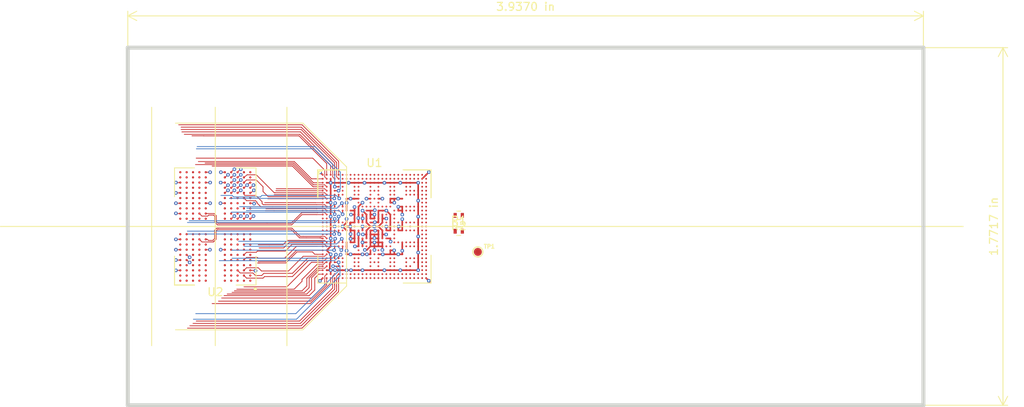
<source format=kicad_pcb>
(kicad_pcb (version 20171130) (host pcbnew "(5.1.2-1)-1")
  (layers (0 F.Cu signal) (1 In1.Cu signal hide) (2 In2.Cu signal) (3 In3.Cu signal) (4 In4.Cu signal) (31 B.Cu signal) (34 B.Paste user) (35 F.Paste user) (36 B.SilkS user) (37 F.SilkS user) (38 B.Mask user) (39 F.Mask user) (44 Edge.Cuts user))
  (net 0 "")
  (net 1 GND)
  (net 2 "Net-(U1-PadAA27)")
  (net 3 "Net-(U1-PadR27)")
  (net 4 "Net-(U1-PadP27)")
  (net 5 "Net-(U1-PadN27)")
  (net 6 "Net-(U1-PadM27)")
  (net 7 "Net-(U1-PadL27)")
  (net 8 "Net-(U1-PadK27)")
  (net 9 "Net-(U1-PadJ27)")
  (net 10 "Net-(U1-PadH27)")
  (net 11 "Net-(U1-PadG27)")
  (net 12 "Net-(U1-PadF27)")
  (net 13 "Net-(U1-PadE27)")
  (net 14 "Net-(U1-PadD27)")
  (net 15 "Net-(U1-PadC27)")
  (net 16 "Net-(U1-PadB27)")
  (net 17 "Net-(U1-PadAB26)")
  (net 18 "Net-(U1-PadAA26)")
  (net 19 "Net-(U1-PadR26)")
  (net 20 "Net-(U1-PadP26)")
  (net 21 "Net-(U1-PadN26)")
  (net 22 "Net-(U1-PadM26)")
  (net 23 "Net-(U1-PadL26)")
  (net 24 "Net-(U1-PadK26)")
  (net 25 "Net-(U1-PadJ26)")
  (net 26 "Net-(U1-PadH26)")
  (net 27 "Net-(U1-PadG26)")
  (net 28 "Net-(U1-PadF26)")
  (net 29 "Net-(U1-PadE26)")
  (net 30 "Net-(U1-PadD26)")
  (net 31 "Net-(U1-PadC26)")
  (net 32 "Net-(U1-PadA26)")
  (net 33 "Net-(U1-PadB25)")
  (net 34 "Net-(U1-PadA25)")
  (net 35 "Net-(U1-PadAC24)")
  (net 36 "Net-(U1-PadAB24)")
  (net 37 "Net-(U1-PadW24)")
  (net 38 "Net-(U1-PadV24)")
  (net 39 "Net-(U1-PadN24)")
  (net 40 "Net-(U1-PadK24)")
  (net 41 "Net-(U1-PadJ24)")
  (net 42 "Net-(U1-PadF24)")
  (net 43 "Net-(U1-PadE24)")
  (net 44 "Net-(U1-PadB24)")
  (net 45 "Net-(U1-PadA24)")
  (net 46 "Net-(U1-PadAG23)")
  (net 47 "Net-(U1-PadAF23)")
  (net 48 "Net-(U1-PadAD23)")
  (net 49 "Net-(U1-PadAB23)")
  (net 50 "Net-(U1-PadW23)")
  (net 51 "Net-(U1-PadV23)")
  (net 52 "Net-(U1-PadP23)")
  (net 53 "Net-(U1-PadN23)")
  (net 54 "Net-(U1-PadK23)")
  (net 55 "Net-(U1-PadJ23)")
  (net 56 "Net-(U1-PadF23)")
  (net 57 "Net-(U1-PadD23)")
  (net 58 "Net-(U1-PadB23)")
  (net 59 "Net-(U1-PadA23)")
  (net 60 "Net-(U1-PadAG22)")
  (net 61 "Net-(U1-PadAF22)")
  (net 62 "Net-(U1-PadAD22)")
  (net 63 "Net-(U1-PadAC22)")
  (net 64 "Net-(U1-PadAB22)")
  (net 65 "Net-(U1-PadW22)")
  (net 66 "Net-(U1-PadV22)")
  (net 67 "Net-(U1-PadR22)")
  (net 68 "Net-(U1-PadN22)")
  (net 69 "Net-(U1-PadK22)")
  (net 70 "Net-(U1-PadJ22)")
  (net 71 "Net-(U1-PadF22)")
  (net 72 "Net-(U1-PadE22)")
  (net 73 "Net-(U1-PadD22)")
  (net 74 "Net-(U1-PadB22)")
  (net 75 "Net-(U1-PadA22)")
  (net 76 "Net-(U1-PadAG21)")
  (net 77 "Net-(U1-PadAF21)")
  (net 78 "Net-(U1-PadB21)")
  (net 79 "Net-(U1-PadA21)")
  (net 80 "Net-(U1-PadAG20)")
  (net 81 "Net-(U1-PadAF20)")
  (net 82 "Net-(U1-PadV20)")
  (net 83 "Net-(U1-PadN20)")
  (net 84 "Net-(U1-PadB20)")
  (net 85 "Net-(U1-PadA20)")
  (net 86 "Net-(U1-PadAG19)")
  (net 87 "Net-(U1-PadAF19)")
  (net 88 "Net-(U1-PadAD19)")
  (net 89 "Net-(U1-PadAC19)")
  (net 90 "Net-(U1-PadAB19)")
  (net 91 "Net-(U1-PadV19)")
  (net 92 "Net-(U1-PadU19)")
  (net 93 "Net-(U1-PadT19)")
  (net 94 "Net-(U1-PadR19)")
  (net 95 "Net-(U1-PadP19)")
  (net 96 "Net-(U1-PadN19)")
  (net 97 "Net-(U1-PadM19)")
  (net 98 "Net-(U1-PadL19)")
  (net 99 "Net-(U1-PadK19)")
  (net 100 "Net-(U1-PadF19)")
  (net 101 "Net-(U1-PadE19)")
  (net 102 "Net-(U1-PadD19)")
  (net 103 "Net-(U1-PadB19)")
  (net 104 "Net-(U1-PadA19)")
  (net 105 "Net-(U1-PadAG18)")
  (net 106 "Net-(U1-PadAF18)")
  (net 107 "Net-(U1-PadAD18)")
  (net 108 "Net-(U1-PadAC18)")
  (net 109 "Net-(U1-PadAB18)")
  (net 110 "Net-(U1-PadW18)")
  (net 111 /IMX8MM/VDD_SOC)
  (net 112 "Net-(U1-PadF18)")
  (net 113 "Net-(U1-PadE18)")
  (net 114 "Net-(U1-PadD18)")
  (net 115 "Net-(U1-PadB18)")
  (net 116 "Net-(U1-PadA18)")
  (net 117 "Net-(U1-PadAG17)")
  (net 118 "Net-(U1-PadAF17)")
  (net 119 "Net-(U1-PadW17)")
  (net 120 "Net-(U1-PadN17)")
  (net 121 "Net-(U1-PadL17)")
  (net 122 "Net-(U1-PadJ17)")
  (net 123 "Net-(U1-PadB17)")
  (net 124 "Net-(U1-PadA17)")
  (net 125 "Net-(U1-PadAG16)")
  (net 126 "Net-(U1-PadAF16)")
  (net 127 /IMX8MM/VDD_ARM)
  (net 128 "Net-(U1-PadP16)")
  (net 129 "Net-(U1-PadJ16)")
  (net 130 "Net-(U1-PadB16)")
  (net 131 "Net-(U1-PadA16)")
  (net 132 "Net-(U1-PadAG15)")
  (net 133 "Net-(U1-PadAF15)")
  (net 134 "Net-(U1-PadAD15)")
  (net 135 "Net-(U1-PadAC15)")
  (net 136 "Net-(U1-PadAB15)")
  (net 137 "Net-(U1-PadY15)")
  (net 138 "Net-(U1-PadJ15)")
  (net 139 "Net-(U1-PadH15)")
  (net 140 "Net-(U1-PadF15)")
  (net 141 "Net-(U1-PadE15)")
  (net 142 "Net-(U1-PadD15)")
  (net 143 "Net-(U1-PadB15)")
  (net 144 "Net-(U1-PadA15)")
  (net 145 "Net-(U1-PadAG14)")
  (net 146 "Net-(U1-PadAF14)")
  (net 147 "Net-(U1-PadAC14)")
  (net 148 "Net-(U1-PadAA14)")
  (net 149 /IMX8MM/VDD_VPU)
  (net 150 "Net-(U1-PadJ14)")
  (net 151 "Net-(U1-PadG14)")
  (net 152 "Net-(U1-PadE14)")
  (net 153 "Net-(U1-PadB14)")
  (net 154 "Net-(U1-PadA14)")
  (net 155 "Net-(U1-PadAG13)")
  (net 156 "Net-(U1-PadAF13)")
  (net 157 "Net-(U1-PadAD13)")
  (net 158 "Net-(U1-PadAC13)")
  (net 159 "Net-(U1-PadAB13)")
  (net 160 "Net-(U1-PadJ13)")
  (net 161 "Net-(U1-PadH13)")
  (net 162 "Net-(U1-PadF13)")
  (net 163 "Net-(U1-PadE13)")
  (net 164 "Net-(U1-PadD13)")
  (net 165 "Net-(U1-PadB13)")
  (net 166 "Net-(U1-PadA13)")
  (net 167 "Net-(U1-PadAG12)")
  (net 168 "Net-(U1-PadAF12)")
  (net 169 "Net-(U1-PadW12)")
  (net 170 /IMX8MM/VDD_GPU)
  (net 171 "Net-(U1-PadJ12)")
  (net 172 "Net-(U1-PadB12)")
  (net 173 "Net-(U1-PadA12)")
  (net 174 "Net-(U1-PadAG11)")
  (net 175 "Net-(U1-PadAF11)")
  (net 176 "Net-(U1-PadJ11)")
  (net 177 "Net-(U1-PadB11)")
  (net 178 "Net-(U1-PadA11)")
  (net 179 "Net-(U1-PadAG10)")
  (net 180 "Net-(U1-PadAF10)")
  (net 181 "Net-(U1-PadAD10)")
  (net 182 "Net-(U1-PadAC10)")
  (net 183 "Net-(U1-PadAB10)")
  (net 184 "Net-(U1-PadY10)")
  (net 185 /IMX8MM/VDD_DRAM)
  (net 186 "Net-(U1-PadH10)")
  (net 187 "Net-(U1-PadF10)")
  (net 188 "Net-(U1-PadE10)")
  (net 189 "Net-(U1-PadD10)")
  (net 190 "Net-(U1-PadB10)")
  (net 191 "Net-(U1-PadA10)")
  (net 192 "Net-(U1-PadAG9)")
  (net 193 "Net-(U1-PadAF9)")
  (net 194 "Net-(U1-PadAD9)")
  (net 195 "Net-(U1-PadAC9)")
  (net 196 "Net-(U1-PadAB9)")
  (net 197 /IMX8MM/NVCC_DRAM)
  (net 198 "Net-(U1-PadP9)")
  (net 199 "Net-(U1-PadF9)")
  (net 200 "Net-(U1-PadE9)")
  (net 201 "Net-(U1-PadD9)")
  (net 202 "Net-(U1-PadB9)")
  (net 203 "Net-(U1-PadA9)")
  (net 204 "Net-(U1-PadAG8)")
  (net 205 "Net-(U1-PadAF8)")
  (net 206 "Net-(U1-PadB8)")
  (net 207 "Net-(U1-PadA8)")
  (net 208 "Net-(U1-PadAG7)")
  (net 209 "Net-(U1-PadAF7)")
  (net 210 "Net-(U1-PadB7)")
  (net 211 "Net-(U1-PadA7)")
  (net 212 "Net-(U1-PadAG6)")
  (net 213 "Net-(U1-PadAF6)")
  (net 214 "Net-(U1-PadAD6)")
  (net 215 "Net-(U1-PadAC6)")
  (net 216 "Net-(U1-PadAB6)")
  (net 217 "Net-(U1-PadR6)")
  (net 218 "Net-(U1-PadN6)")
  (net 219 "Net-(U1-PadF6)")
  (net 220 "Net-(U1-PadE6)")
  (net 221 "Net-(U1-PadD6)")
  (net 222 "Net-(U1-PadB6)")
  (net 223 "Net-(U1-PadA6)")
  (net 224 "Net-(U1-PadW5)")
  (net 225 "Net-(U1-PadV5)")
  (net 226 "Net-(U1-PadP5)")
  (net 227 "Net-(U1-PadK5)")
  (net 228 "Net-(U1-PadJ5)")
  (net 229 "Net-(U1-PadT2)")
  (net 230 "Net-(U1-PadR2)")
  (net 231 "Net-(U1-PadM2)")
  (net 232 "Net-(U1-PadT1)")
  (net 233 "Net-(U1-PadP1)")
  (net 234 "Net-(U1-PadN1)")
  (net 235 "Net-(U1-PadM1)")
  (net 236 "Net-(TP1-Pad1)")
  (net 237 /IMX8MM/DRAM_CA0_B)
  (net 238 /IMX8MM/DRAM_CA1_B)
  (net 239 /IMX8MM/DRAM_CA1_A)
  (net 240 /IMX8MM/DRAM_CA0_A)
  (net 241 /IMX8MM/DRAM_DQ24)
  (net 242 /IMX8MM/DRAM_DQ25)
  (net 243 /IMX8MM/DRAM_CA3_B)
  (net 244 /IMX8MM/DRAM_CKE1_B)
  (net 245 /IMX8MM/DRAM_CA5_B)
  (net 246 /IMX8MM/DRAM_CA5_A)
  (net 247 /IMX8MM/DRAM_CKE1_A)
  (net 248 /IMX8MM/DRAM_CA3_A)
  (net 249 /IMX8MM/DRAM_DQ1)
  (net 250 /IMX8MM/DRAM_DQ0)
  (net 251 /IMX8MM/DRAM_DM3)
  (net 252 /IMX8MM/DRAM_DQ31)
  (net 253 /IMX8MM/DRAM_CA2_B)
  (net 254 /IMX8MM/DRAM_CKE0_B)
  (net 255 /IMX8MM/DRAM_CS0_N_B)
  (net 256 /IMX8MM/DRAM_CS1_N_B)
  (net 257 /IMX8MM/DRAM_CA4_B)
  (net 258 /IMX8MM/DRAM_CA4_A)
  (net 259 /IMX8MM/DRAM_CS0_N_A)
  (net 260 /IMX8MM/DRAM_CS1_N_A)
  (net 261 /IMX8MM/DRAM_CKE0_A)
  (net 262 /IMX8MM/DRAM_CA2_A)
  (net 263 /IMX8MM/DRAM_DQ7)
  (net 264 /IMX8MM/DRAM_DM0)
  (net 265 /IMX8MM/DRAM_DQ30)
  (net 266 /IMX8MM/DRAM_DQ6)
  (net 267 /IMX8MM/DRAM_DQS3_P)
  (net 268 /IMX8MM/DRAM_DQS3_N)
  (net 269 /IMX8MM/DRAM_DQ26)
  (net 270 /IMX8MM/DRAM_DQ23)
  (net 271 /IMX8MM/DRAM_DQ16)
  (net 272 /IMX8MM/DRAM_DQ17)
  (net 273 /IMX8MM/DRAM_DQ19)
  (net 274 /IMX8MM/DRAM_DQ20)
  (net 275 /IMX8MM/DRAM_CK_T_B)
  (net 276 /IMX8MM/DRAM_CK_T_A)
  (net 277 /IMX8MM/DRAM_DQ12)
  (net 278 /IMX8MM/DRAM_DQ11)
  (net 279 /IMX8MM/DRAM_DQ9)
  (net 280 /IMX8MM/DRAM_DQ8)
  (net 281 /IMX8MM/DRAM_DQ15)
  (net 282 /IMX8MM/DRAM_DQ2)
  (net 283 /IMX8MM/DRAM_DQS0_N)
  (net 284 /IMX8MM/DRAM_DQS0_P)
  (net 285 /IMX8MM/DRAM_DQ29)
  (net 286 /IMX8MM/DRAM_DQ28)
  (net 287 /IMX8MM/DRAM_DQ27)
  (net 288 /IMX8MM/DRAM_DQ22)
  (net 289 /IMX8MM/DRAM_DM2)
  (net 290 /IMX8MM/DRAM_DQS2_P)
  (net 291 /IMX8MM/DRAM_DQS2_N)
  (net 292 /IMX8MM/DRAM_DQ18)
  (net 293 /IMX8MM/DRAM_DQ21)
  (net 294 /IMX8MM/DRAM_CK_C_B)
  (net 295 /IMX8MM/DRAM_CK_C_A)
  (net 296 /IMX8MM/DRAM_DQ13)
  (net 297 /IMX8MM/DRAM_DQ10)
  (net 298 /IMX8MM/DRAM_DQS1_N)
  (net 299 /IMX8MM/DRAM_DQS1_P)
  (net 300 /IMX8MM/DRAM_DM1)
  (net 301 /IMX8MM/DRAM_DQ14)
  (net 302 /IMX8MM/DRAM_DQ3)
  (net 303 /IMX8MM/DRAM_DQ4)
  (net 304 /IMX8MM/DRAM_DQ5)
  (net 305 /IMX8MM/EMMC_D0)
  (net 306 /IMX8MM/EMMC_D6)
  (net 307 /IMX8MM/EMMC_CMD)
  (net 308 /IMX8MM/EMMC_D4)
  (net 309 /IMX8MM/EMMC_D2)
  (net 310 /IMX8MM/EMMC_D1)
  (net 311 /IMX8MM/EMMC_D7)
  (net 312 /IMX8MM/EMMC_CLK)
  (net 313 /IMX8MM/EMMC_D5)
  (net 314 /IMX8MM/EMMC_D3)
  (net 315 /IMX8MM/EMMC_STROBE)
  (net 316 /IMX8MM/EMMC_RESET_N)
  (net 317 "Net-(R1-Pad1)")
  (net 318 /IMX8MM/DRAM_RESET_N)
  (net 319 /IMX8MM/ENET_RX_CTL)
  (net 320 /IMX8MM/ENET_RD0)
  (net 321 /IMX8MM/ENET_RD1)
  (net 322 /IMX8MM/ENET_MDC)
  (net 323 /IMX8MM/ENET_MDIO)
  (net 324 /IMX8MM/ENET_TD0)
  (net 325 /IMX8MM/ENET_TD1)
  (net 326 /IMX8MM/ENET_RXC)
  (net 327 /IMX8MM/ENET_RD2)
  (net 328 /IMX8MM/ENET_RD3)
  (net 329 /IMX8MM/ENET_TD2)
  (net 330 /IMX8MM/ENET_TD3)
  (net 331 /IMX8MM/ENET_TXC)
  (net 332 /IMX8MM/ENET_TX_CTL)
  (net 333 "Net-(U2-PadA1)")
  (net 334 "Net-(U2-PadB1)")
  (net 335 "Net-(U2-PadAA1)")
  (net 336 "Net-(U2-PadAB1)")
  (net 337 "Net-(U2-PadA2)")
  (net 338 "Net-(U2-PadG2)")
  (net 339 "Net-(U2-PadT2)")
  (net 340 "Net-(U2-PadAB2)")
  (net 341 "Net-(U2-PadA5)")
  (net 342 "Net-(U2-PadK5)")
  (net 343 "Net-(U2-PadN5)")
  (net 344 "Net-(U2-PadA8)")
  (net 345 "Net-(U2-PadK8)")
  (net 346 "Net-(U2-PadN8)")
  (net 347 "Net-(U2-PadA11)")
  (net 348 "Net-(U2-PadG11)")
  (net 349 "Net-(U2-PadT11)")
  (net 350 "Net-(U2-PadAB11)")
  (net 351 "Net-(U2-PadA12)")
  (net 352 "Net-(U2-PadB12)")
  (net 353 "Net-(U2-PadAA12)")
  (net 354 "Net-(U2-PadAB12)")
  (net 355 /IMX8MM/P1V1_DRAM)
  (net 356 /IMX8MM/P1V8)
  (module BGA-486_27x27_P0.5mm_14.0x14.0mm (layer F.Cu) (at 135 85)
    (fp_text reference U1 (at 0 -8) (layer F.SilkS))
    (fp_text value MIMX8MM6DVTLZAA)
    (pad G9 smd circle (at -2.5 -3.5) (size 0.225 0.225) (layers F.Cu F.Paste F.Mask) (net 1 GND))
    (pad AG27 smd circle (at 6.5 6.5) (size 0.225 0.225) (layers F.Cu F.Paste F.Mask) (net 1 GND))
    (pad AF27 smd circle (at 6.5 6) (size 0.225 0.225) (layers F.Cu F.Paste F.Mask) (net 319 /IMX8MM/ENET_RX_CTL))
    (pad AE27 smd circle (at 6.5 5.5) (size 0.225 0.225) (layers F.Cu F.Paste F.Mask) (net 320 /IMX8MM/ENET_RD0))
    (pad AD27 smd circle (at 6.5 5) (size 0.225 0.225) (layers F.Cu F.Paste F.Mask) (net 321 /IMX8MM/ENET_RD1))
    (pad AC27 smd circle (at 6.5 4.5) (size 0.225 0.225) (layers F.Cu F.Paste F.Mask) (net 322 /IMX8MM/ENET_MDC))
    (pad AB27 smd circle (at 6.5 4) (size 0.225 0.225) (layers F.Cu F.Paste F.Mask) (net 323 /IMX8MM/ENET_MDIO))
    (pad AA27 smd circle (at 6.5 3.5) (size 0.225 0.225) (layers F.Cu F.Paste F.Mask) (net 2 "Net-(U1-PadAA27)"))
    (pad Y27 smd circle (at 6.5 3) (size 0.225 0.225) (layers F.Cu F.Paste F.Mask) (net 305 /IMX8MM/EMMC_D0))
    (pad W27 smd circle (at 6.5 2.5) (size 0.225 0.225) (layers F.Cu F.Paste F.Mask) (net 306 /IMX8MM/EMMC_D6))
    (pad V27 smd circle (at 6.5 2) (size 0.225 0.225) (layers F.Cu F.Paste F.Mask) (net 307 /IMX8MM/EMMC_CMD))
    (pad U27 smd circle (at 6.5 1.5) (size 0.225 0.225) (layers F.Cu F.Paste F.Mask) (net 308 /IMX8MM/EMMC_D4))
    (pad T27 smd circle (at 6.5 1) (size 0.225 0.225) (layers F.Cu F.Paste F.Mask) (net 309 /IMX8MM/EMMC_D2))
    (pad R27 smd circle (at 6.5 0.5) (size 0.225 0.225) (layers F.Cu F.Paste F.Mask) (net 3 "Net-(U1-PadR27)"))
    (pad P27 smd circle (at 6.5 0) (size 0.225 0.225) (layers F.Cu F.Paste F.Mask) (net 4 "Net-(U1-PadP27)"))
    (pad N27 smd circle (at 6.5 -0.5) (size 0.225 0.225) (layers F.Cu F.Paste F.Mask) (net 5 "Net-(U1-PadN27)"))
    (pad M27 smd circle (at 6.5 -1) (size 0.225 0.225) (layers F.Cu F.Paste F.Mask) (net 6 "Net-(U1-PadM27)"))
    (pad L27 smd circle (at 6.5 -1.5) (size 0.225 0.225) (layers F.Cu F.Paste F.Mask) (net 7 "Net-(U1-PadL27)"))
    (pad K27 smd circle (at 6.5 -2) (size 0.225 0.225) (layers F.Cu F.Paste F.Mask) (net 8 "Net-(U1-PadK27)"))
    (pad J27 smd circle (at 6.5 -2.5) (size 0.225 0.225) (layers F.Cu F.Paste F.Mask) (net 9 "Net-(U1-PadJ27)"))
    (pad H27 smd circle (at 6.5 -3) (size 0.225 0.225) (layers F.Cu F.Paste F.Mask) (net 10 "Net-(U1-PadH27)"))
    (pad G27 smd circle (at 6.5 -3.5) (size 0.225 0.225) (layers F.Cu F.Paste F.Mask) (net 11 "Net-(U1-PadG27)"))
    (pad F27 smd circle (at 6.5 -4) (size 0.225 0.225) (layers F.Cu F.Paste F.Mask) (net 12 "Net-(U1-PadF27)"))
    (pad E27 smd circle (at 6.5 -4.5) (size 0.225 0.225) (layers F.Cu F.Paste F.Mask) (net 13 "Net-(U1-PadE27)"))
    (pad D27 smd circle (at 6.5 -5) (size 0.225 0.225) (layers F.Cu F.Paste F.Mask) (net 14 "Net-(U1-PadD27)"))
    (pad C27 smd circle (at 6.5 -5.5) (size 0.225 0.225) (layers F.Cu F.Paste F.Mask) (net 15 "Net-(U1-PadC27)"))
    (pad B27 smd circle (at 6.5 -6) (size 0.225 0.225) (layers F.Cu F.Paste F.Mask) (net 16 "Net-(U1-PadB27)"))
    (pad A27 smd circle (at 6.5 -6.5) (size 0.225 0.225) (layers F.Cu F.Paste F.Mask) (net 1 GND))
    (pad AG26 smd circle (at 6 6.5) (size 0.225 0.225) (layers F.Cu F.Paste F.Mask) (net 324 /IMX8MM/ENET_TD0))
    (pad AF26 smd circle (at 6 6) (size 0.225 0.225) (layers F.Cu F.Paste F.Mask) (net 325 /IMX8MM/ENET_TD1))
    (pad AE26 smd circle (at 6 5.5) (size 0.225 0.225) (layers F.Cu F.Paste F.Mask) (net 326 /IMX8MM/ENET_RXC))
    (pad AD26 smd circle (at 6 5) (size 0.225 0.225) (layers F.Cu F.Paste F.Mask) (net 327 /IMX8MM/ENET_RD2))
    (pad AC26 smd circle (at 6 4.5) (size 0.225 0.225) (layers F.Cu F.Paste F.Mask) (net 328 /IMX8MM/ENET_RD3))
    (pad AB26 smd circle (at 6 4) (size 0.225 0.225) (layers F.Cu F.Paste F.Mask) (net 17 "Net-(U1-PadAB26)"))
    (pad AA26 smd circle (at 6 3.5) (size 0.225 0.225) (layers F.Cu F.Paste F.Mask) (net 18 "Net-(U1-PadAA26)"))
    (pad Y26 smd circle (at 6 3) (size 0.225 0.225) (layers F.Cu F.Paste F.Mask) (net 310 /IMX8MM/EMMC_D1))
    (pad W26 smd circle (at 6 2.5) (size 0.225 0.225) (layers F.Cu F.Paste F.Mask) (net 311 /IMX8MM/EMMC_D7))
    (pad V26 smd circle (at 6 2) (size 0.225 0.225) (layers F.Cu F.Paste F.Mask) (net 312 /IMX8MM/EMMC_CLK))
    (pad U26 smd circle (at 6 1.5) (size 0.225 0.225) (layers F.Cu F.Paste F.Mask) (net 313 /IMX8MM/EMMC_D5))
    (pad T26 smd circle (at 6 1) (size 0.225 0.225) (layers F.Cu F.Paste F.Mask) (net 314 /IMX8MM/EMMC_D3))
    (pad R26 smd circle (at 6 0.5) (size 0.225 0.225) (layers F.Cu F.Paste F.Mask) (net 19 "Net-(U1-PadR26)"))
    (pad P26 smd circle (at 6 0) (size 0.225 0.225) (layers F.Cu F.Paste F.Mask) (net 20 "Net-(U1-PadP26)"))
    (pad N26 smd circle (at 6 -0.5) (size 0.225 0.225) (layers F.Cu F.Paste F.Mask) (net 21 "Net-(U1-PadN26)"))
    (pad M26 smd circle (at 6 -1) (size 0.225 0.225) (layers F.Cu F.Paste F.Mask) (net 22 "Net-(U1-PadM26)"))
    (pad L26 smd circle (at 6 -1.5) (size 0.225 0.225) (layers F.Cu F.Paste F.Mask) (net 23 "Net-(U1-PadL26)"))
    (pad K26 smd circle (at 6 -2) (size 0.225 0.225) (layers F.Cu F.Paste F.Mask) (net 24 "Net-(U1-PadK26)"))
    (pad J26 smd circle (at 6 -2.5) (size 0.225 0.225) (layers F.Cu F.Paste F.Mask) (net 25 "Net-(U1-PadJ26)"))
    (pad H26 smd circle (at 6 -3) (size 0.225 0.225) (layers F.Cu F.Paste F.Mask) (net 26 "Net-(U1-PadH26)"))
    (pad G26 smd circle (at 6 -3.5) (size 0.225 0.225) (layers F.Cu F.Paste F.Mask) (net 27 "Net-(U1-PadG26)"))
    (pad F26 smd circle (at 6 -4) (size 0.225 0.225) (layers F.Cu F.Paste F.Mask) (net 28 "Net-(U1-PadF26)"))
    (pad E26 smd circle (at 6 -4.5) (size 0.225 0.225) (layers F.Cu F.Paste F.Mask) (net 29 "Net-(U1-PadE26)"))
    (pad D26 smd circle (at 6 -5) (size 0.225 0.225) (layers F.Cu F.Paste F.Mask) (net 30 "Net-(U1-PadD26)"))
    (pad C26 smd circle (at 6 -5.5) (size 0.225 0.225) (layers F.Cu F.Paste F.Mask) (net 31 "Net-(U1-PadC26)"))
    (pad B26 smd circle (at 6 -6) (size 0.225 0.225) (layers F.Cu F.Paste F.Mask) (net 1 GND))
    (pad A26 smd circle (at 6 -6.5) (size 0.225 0.225) (layers F.Cu F.Paste F.Mask) (net 32 "Net-(U1-PadA26)"))
    (pad AG25 smd circle (at 5.5 6.5) (size 0.225 0.225) (layers F.Cu F.Paste F.Mask) (net 329 /IMX8MM/ENET_TD2))
    (pad AF25 smd circle (at 5.5 6) (size 0.225 0.225) (layers F.Cu F.Paste F.Mask) (net 330 /IMX8MM/ENET_TD3))
    (pad AC25 smd circle (at 5.5 4.5) (size 0.225 0.225) (layers F.Cu F.Paste F.Mask) (net 1 GND))
    (pad AB25 smd circle (at 5.5 4) (size 0.225 0.225) (layers F.Cu F.Paste F.Mask) (net 1 GND))
    (pad W25 smd circle (at 5.5 2.5) (size 0.225 0.225) (layers F.Cu F.Paste F.Mask) (net 1 GND))
    (pad V25 smd circle (at 5.5 2) (size 0.225 0.225) (layers F.Cu F.Paste F.Mask) (net 1 GND))
    (pad R25 smd circle (at 5.5 0.5) (size 0.225 0.225) (layers F.Cu F.Paste F.Mask) (net 1 GND))
    (pad P25 smd circle (at 5.5 0) (size 0.225 0.225) (layers F.Cu F.Paste F.Mask) (net 1 GND))
    (pad N25 smd circle (at 5.5 -0.5) (size 0.225 0.225) (layers F.Cu F.Paste F.Mask) (net 1 GND))
    (pad K25 smd circle (at 5.5 -2) (size 0.225 0.225) (layers F.Cu F.Paste F.Mask) (net 1 GND))
    (pad J25 smd circle (at 5.5 -2.5) (size 0.225 0.225) (layers F.Cu F.Paste F.Mask) (net 1 GND))
    (pad F25 smd circle (at 5.5 -4) (size 0.225 0.225) (layers F.Cu F.Paste F.Mask) (net 1 GND))
    (pad E25 smd circle (at 5.5 -4.5) (size 0.225 0.225) (layers F.Cu F.Paste F.Mask) (net 1 GND))
    (pad B25 smd circle (at 5.5 -6) (size 0.225 0.225) (layers F.Cu F.Paste F.Mask) (net 33 "Net-(U1-PadB25)"))
    (pad A25 smd circle (at 5.5 -6.5) (size 0.225 0.225) (layers F.Cu F.Paste F.Mask) (net 34 "Net-(U1-PadA25)"))
    (pad AG24 smd circle (at 5 6.5) (size 0.225 0.225) (layers F.Cu F.Paste F.Mask) (net 331 /IMX8MM/ENET_TXC))
    (pad AF24 smd circle (at 5 6) (size 0.225 0.225) (layers F.Cu F.Paste F.Mask) (net 332 /IMX8MM/ENET_TX_CTL))
    (pad AC24 smd circle (at 5 4.5) (size 0.225 0.225) (layers F.Cu F.Paste F.Mask) (net 35 "Net-(U1-PadAC24)"))
    (pad AB24 smd circle (at 5 4) (size 0.225 0.225) (layers F.Cu F.Paste F.Mask) (net 36 "Net-(U1-PadAB24)"))
    (pad W24 smd circle (at 5 2.5) (size 0.225 0.225) (layers F.Cu F.Paste F.Mask) (net 37 "Net-(U1-PadW24)"))
    (pad V24 smd circle (at 5 2) (size 0.225 0.225) (layers F.Cu F.Paste F.Mask) (net 38 "Net-(U1-PadV24)"))
    (pad R24 smd circle (at 5 0.5) (size 0.225 0.225) (layers F.Cu F.Paste F.Mask) (net 315 /IMX8MM/EMMC_STROBE))
    (pad N24 smd circle (at 5 -0.5) (size 0.225 0.225) (layers F.Cu F.Paste F.Mask) (net 39 "Net-(U1-PadN24)"))
    (pad K24 smd circle (at 5 -2) (size 0.225 0.225) (layers F.Cu F.Paste F.Mask) (net 40 "Net-(U1-PadK24)"))
    (pad J24 smd circle (at 5 -2.5) (size 0.225 0.225) (layers F.Cu F.Paste F.Mask) (net 41 "Net-(U1-PadJ24)"))
    (pad F24 smd circle (at 5 -4) (size 0.225 0.225) (layers F.Cu F.Paste F.Mask) (net 42 "Net-(U1-PadF24)"))
    (pad E24 smd circle (at 5 -4.5) (size 0.225 0.225) (layers F.Cu F.Paste F.Mask) (net 43 "Net-(U1-PadE24)"))
    (pad B24 smd circle (at 5 -6) (size 0.225 0.225) (layers F.Cu F.Paste F.Mask) (net 44 "Net-(U1-PadB24)"))
    (pad A24 smd circle (at 5 -6.5) (size 0.225 0.225) (layers F.Cu F.Paste F.Mask) (net 45 "Net-(U1-PadA24)"))
    (pad AG23 smd circle (at 4.5 6.5) (size 0.225 0.225) (layers F.Cu F.Paste F.Mask) (net 46 "Net-(U1-PadAG23)"))
    (pad AF23 smd circle (at 4.5 6) (size 0.225 0.225) (layers F.Cu F.Paste F.Mask) (net 47 "Net-(U1-PadAF23)"))
    (pad AE23 smd circle (at 4.5 5.5) (size 0.225 0.225) (layers F.Cu F.Paste F.Mask) (net 1 GND))
    (pad AD23 smd circle (at 4.5 5) (size 0.225 0.225) (layers F.Cu F.Paste F.Mask) (net 48 "Net-(U1-PadAD23)"))
    (pad AB23 smd circle (at 4.5 4) (size 0.225 0.225) (layers F.Cu F.Paste F.Mask) (net 49 "Net-(U1-PadAB23)"))
    (pad W23 smd circle (at 4.5 2.5) (size 0.225 0.225) (layers F.Cu F.Paste F.Mask) (net 50 "Net-(U1-PadW23)"))
    (pad V23 smd circle (at 4.5 2) (size 0.225 0.225) (layers F.Cu F.Paste F.Mask) (net 51 "Net-(U1-PadV23)"))
    (pad R23 smd circle (at 4.5 0.5) (size 0.225 0.225) (layers F.Cu F.Paste F.Mask) (net 316 /IMX8MM/EMMC_RESET_N))
    (pad P23 smd circle (at 4.5 0) (size 0.225 0.225) (layers F.Cu F.Paste F.Mask) (net 52 "Net-(U1-PadP23)"))
    (pad N23 smd circle (at 4.5 -0.5) (size 0.225 0.225) (layers F.Cu F.Paste F.Mask) (net 53 "Net-(U1-PadN23)"))
    (pad K23 smd circle (at 4.5 -2) (size 0.225 0.225) (layers F.Cu F.Paste F.Mask) (net 54 "Net-(U1-PadK23)"))
    (pad J23 smd circle (at 4.5 -2.5) (size 0.225 0.225) (layers F.Cu F.Paste F.Mask) (net 55 "Net-(U1-PadJ23)"))
    (pad F23 smd circle (at 4.5 -4) (size 0.225 0.225) (layers F.Cu F.Paste F.Mask) (net 56 "Net-(U1-PadF23)"))
    (pad E23 smd circle (at 4.5 -4.5) (size 0.225 0.225) (layers F.Cu F.Paste F.Mask))
    (pad D23 smd circle (at 4.5 -5) (size 0.225 0.225) (layers F.Cu F.Paste F.Mask) (net 57 "Net-(U1-PadD23)"))
    (pad C23 smd circle (at 4.5 -5.5) (size 0.225 0.225) (layers F.Cu F.Paste F.Mask) (net 1 GND))
    (pad B23 smd circle (at 4.5 -6) (size 0.225 0.225) (layers F.Cu F.Paste F.Mask) (net 58 "Net-(U1-PadB23)"))
    (pad A23 smd circle (at 4.5 -6.5) (size 0.225 0.225) (layers F.Cu F.Paste F.Mask) (net 59 "Net-(U1-PadA23)"))
    (pad AG22 smd circle (at 4 6.5) (size 0.225 0.225) (layers F.Cu F.Paste F.Mask) (net 60 "Net-(U1-PadAG22)"))
    (pad AF22 smd circle (at 4 6) (size 0.225 0.225) (layers F.Cu F.Paste F.Mask) (net 61 "Net-(U1-PadAF22)"))
    (pad AE22 smd circle (at 4 5.5) (size 0.225 0.225) (layers F.Cu F.Paste F.Mask) (net 1 GND))
    (pad AD22 smd circle (at 4 5) (size 0.225 0.225) (layers F.Cu F.Paste F.Mask) (net 62 "Net-(U1-PadAD22)"))
    (pad AC22 smd circle (at 4 4.5) (size 0.225 0.225) (layers F.Cu F.Paste F.Mask) (net 63 "Net-(U1-PadAC22)"))
    (pad AB22 smd circle (at 4 4) (size 0.225 0.225) (layers F.Cu F.Paste F.Mask) (net 64 "Net-(U1-PadAB22)"))
    (pad W22 smd circle (at 4 2.5) (size 0.225 0.225) (layers F.Cu F.Paste F.Mask) (net 65 "Net-(U1-PadW22)"))
    (pad V22 smd circle (at 4 2) (size 0.225 0.225) (layers F.Cu F.Paste F.Mask) (net 66 "Net-(U1-PadV22)"))
    (pad R22 smd circle (at 4 0.5) (size 0.225 0.225) (layers F.Cu F.Paste F.Mask) (net 67 "Net-(U1-PadR22)"))
    (pad N22 smd circle (at 4 -0.5) (size 0.225 0.225) (layers F.Cu F.Paste F.Mask) (net 68 "Net-(U1-PadN22)"))
    (pad K22 smd circle (at 4 -2) (size 0.225 0.225) (layers F.Cu F.Paste F.Mask) (net 69 "Net-(U1-PadK22)"))
    (pad J22 smd circle (at 4 -2.5) (size 0.225 0.225) (layers F.Cu F.Paste F.Mask) (net 70 "Net-(U1-PadJ22)"))
    (pad F22 smd circle (at 4 -4) (size 0.225 0.225) (layers F.Cu F.Paste F.Mask) (net 71 "Net-(U1-PadF22)"))
    (pad E22 smd circle (at 4 -4.5) (size 0.225 0.225) (layers F.Cu F.Paste F.Mask) (net 72 "Net-(U1-PadE22)"))
    (pad D22 smd circle (at 4 -5) (size 0.225 0.225) (layers F.Cu F.Paste F.Mask) (net 73 "Net-(U1-PadD22)"))
    (pad C22 smd circle (at 4 -5.5) (size 0.225 0.225) (layers F.Cu F.Paste F.Mask) (net 1 GND))
    (pad B22 smd circle (at 4 -6) (size 0.225 0.225) (layers F.Cu F.Paste F.Mask) (net 74 "Net-(U1-PadB22)"))
    (pad A22 smd circle (at 4 -6.5) (size 0.225 0.225) (layers F.Cu F.Paste F.Mask) (net 75 "Net-(U1-PadA22)"))
    (pad AG21 smd circle (at 3.5 6.5) (size 0.225 0.225) (layers F.Cu F.Paste F.Mask) (net 76 "Net-(U1-PadAG21)"))
    (pad AF21 smd circle (at 3.5 6) (size 0.225 0.225) (layers F.Cu F.Paste F.Mask) (net 77 "Net-(U1-PadAF21)"))
    (pad AA21 smd circle (at 3.5 3.5) (size 0.225 0.225) (layers F.Cu F.Paste F.Mask) (net 1 GND))
    (pad W21 smd circle (at 3.5 2.5) (size 0.225 0.225) (layers F.Cu F.Paste F.Mask) (net 1 GND))
    (pad V21 smd circle (at 3.5 2) (size 0.225 0.225) (layers F.Cu F.Paste F.Mask) (net 1 GND))
    (pad R21 smd circle (at 3.5 0.5) (size 0.225 0.225) (layers F.Cu F.Paste F.Mask) (net 1 GND))
    (pad P21 smd circle (at 3.5 0) (size 0.225 0.225) (layers F.Cu F.Paste F.Mask) (net 1 GND))
    (pad N21 smd circle (at 3.5 -0.5) (size 0.225 0.225) (layers F.Cu F.Paste F.Mask) (net 1 GND))
    (pad K21 smd circle (at 3.5 -2) (size 0.225 0.225) (layers F.Cu F.Paste F.Mask) (net 1 GND))
    (pad J21 smd circle (at 3.5 -2.5) (size 0.225 0.225) (layers F.Cu F.Paste F.Mask) (net 1 GND))
    (pad G21 smd circle (at 3.5 -3.5) (size 0.225 0.225) (layers F.Cu F.Paste F.Mask) (net 1 GND))
    (pad B21 smd circle (at 3.5 -6) (size 0.225 0.225) (layers F.Cu F.Paste F.Mask) (net 78 "Net-(U1-PadB21)"))
    (pad A21 smd circle (at 3.5 -6.5) (size 0.225 0.225) (layers F.Cu F.Paste F.Mask) (net 79 "Net-(U1-PadA21)"))
    (pad AG20 smd circle (at 3 6.5) (size 0.225 0.225) (layers F.Cu F.Paste F.Mask) (net 80 "Net-(U1-PadAG20)"))
    (pad AF20 smd circle (at 3 6) (size 0.225 0.225) (layers F.Cu F.Paste F.Mask) (net 81 "Net-(U1-PadAF20)"))
    (pad V20 smd circle (at 3 2) (size 0.225 0.225) (layers F.Cu F.Paste F.Mask) (net 82 "Net-(U1-PadV20)"))
    (pad R20 smd circle (at 3 0.5) (size 0.225 0.225) (layers F.Cu F.Paste F.Mask) (net 1 GND))
    (pad N20 smd circle (at 3 -0.5) (size 0.225 0.225) (layers F.Cu F.Paste F.Mask) (net 83 "Net-(U1-PadN20)"))
    (pad K20 smd circle (at 3 -2) (size 0.225 0.225) (layers F.Cu F.Paste F.Mask) (net 1 GND))
    (pad B20 smd circle (at 3 -6) (size 0.225 0.225) (layers F.Cu F.Paste F.Mask) (net 84 "Net-(U1-PadB20)"))
    (pad A20 smd circle (at 3 -6.5) (size 0.225 0.225) (layers F.Cu F.Paste F.Mask) (net 85 "Net-(U1-PadA20)"))
    (pad AG19 smd circle (at 2.5 6.5) (size 0.225 0.225) (layers F.Cu F.Paste F.Mask) (net 86 "Net-(U1-PadAG19)"))
    (pad AF19 smd circle (at 2.5 6) (size 0.225 0.225) (layers F.Cu F.Paste F.Mask) (net 87 "Net-(U1-PadAF19)"))
    (pad AE19 smd circle (at 2.5 5.5) (size 0.225 0.225) (layers F.Cu F.Paste F.Mask) (net 1 GND))
    (pad AD19 smd circle (at 2.5 5) (size 0.225 0.225) (layers F.Cu F.Paste F.Mask) (net 88 "Net-(U1-PadAD19)"))
    (pad AC19 smd circle (at 2.5 4.5) (size 0.225 0.225) (layers F.Cu F.Paste F.Mask) (net 89 "Net-(U1-PadAC19)"))
    (pad AB19 smd circle (at 2.5 4) (size 0.225 0.225) (layers F.Cu F.Paste F.Mask) (net 90 "Net-(U1-PadAB19)"))
    (pad AA19 smd circle (at 2.5 3.5) (size 0.225 0.225) (layers F.Cu F.Paste F.Mask) (net 1 GND))
    (pad V19 smd circle (at 2.5 2) (size 0.225 0.225) (layers F.Cu F.Paste F.Mask) (net 91 "Net-(U1-PadV19)"))
    (pad U19 smd circle (at 2.5 1.5) (size 0.225 0.225) (layers F.Cu F.Paste F.Mask) (net 92 "Net-(U1-PadU19)"))
    (pad T19 smd circle (at 2.5 1) (size 0.225 0.225) (layers F.Cu F.Paste F.Mask) (net 93 "Net-(U1-PadT19)"))
    (pad R19 smd circle (at 2.5 0.5) (size 0.225 0.225) (layers F.Cu F.Paste F.Mask) (net 94 "Net-(U1-PadR19)"))
    (pad P19 smd circle (at 2.5 0) (size 0.225 0.225) (layers F.Cu F.Paste F.Mask) (net 95 "Net-(U1-PadP19)"))
    (pad N19 smd circle (at 2.5 -0.5) (size 0.225 0.225) (layers F.Cu F.Paste F.Mask) (net 96 "Net-(U1-PadN19)"))
    (pad M19 smd circle (at 2.5 -1) (size 0.225 0.225) (layers F.Cu F.Paste F.Mask) (net 97 "Net-(U1-PadM19)"))
    (pad L19 smd circle (at 2.5 -1.5) (size 0.225 0.225) (layers F.Cu F.Paste F.Mask) (net 98 "Net-(U1-PadL19)"))
    (pad K19 smd circle (at 2.5 -2) (size 0.225 0.225) (layers F.Cu F.Paste F.Mask) (net 99 "Net-(U1-PadK19)"))
    (pad G19 smd circle (at 2.5 -3.5) (size 0.225 0.225) (layers F.Cu F.Paste F.Mask) (net 1 GND))
    (pad F19 smd circle (at 2.5 -4) (size 0.225 0.225) (layers F.Cu F.Paste F.Mask) (net 100 "Net-(U1-PadF19)"))
    (pad E19 smd circle (at 2.5 -4.5) (size 0.225 0.225) (layers F.Cu F.Paste F.Mask) (net 101 "Net-(U1-PadE19)"))
    (pad D19 smd circle (at 2.5 -5) (size 0.225 0.225) (layers F.Cu F.Paste F.Mask) (net 102 "Net-(U1-PadD19)"))
    (pad C19 smd circle (at 2.5 -5.5) (size 0.225 0.225) (layers F.Cu F.Paste F.Mask) (net 1 GND))
    (pad B19 smd circle (at 2.5 -6) (size 0.225 0.225) (layers F.Cu F.Paste F.Mask) (net 103 "Net-(U1-PadB19)"))
    (pad A19 smd circle (at 2.5 -6.5) (size 0.225 0.225) (layers F.Cu F.Paste F.Mask) (net 104 "Net-(U1-PadA19)"))
    (pad AG18 smd circle (at 2 6.5) (size 0.225 0.225) (layers F.Cu F.Paste F.Mask) (net 105 "Net-(U1-PadAG18)"))
    (pad AF18 smd circle (at 2 6) (size 0.225 0.225) (layers F.Cu F.Paste F.Mask) (net 106 "Net-(U1-PadAF18)"))
    (pad AE18 smd circle (at 2 5.5) (size 0.225 0.225) (layers F.Cu F.Paste F.Mask) (net 1 GND))
    (pad AD18 smd circle (at 2 5) (size 0.225 0.225) (layers F.Cu F.Paste F.Mask) (net 107 "Net-(U1-PadAD18)"))
    (pad AC18 smd circle (at 2 4.5) (size 0.225 0.225) (layers F.Cu F.Paste F.Mask) (net 108 "Net-(U1-PadAC18)"))
    (pad AB18 smd circle (at 2 4) (size 0.225 0.225) (layers F.Cu F.Paste F.Mask) (net 109 "Net-(U1-PadAB18)"))
    (pad AA18 smd circle (at 2 3.5) (size 0.225 0.225) (layers F.Cu F.Paste F.Mask) (net 1 GND))
    (pad Y18 smd circle (at 2 3) (size 0.225 0.225) (layers F.Cu F.Paste F.Mask) (net 1 GND))
    (pad W18 smd circle (at 2 2.5) (size 0.225 0.225) (layers F.Cu F.Paste F.Mask) (net 110 "Net-(U1-PadW18)"))
    (pad U18 smd circle (at 2 1.5) (size 0.225 0.225) (layers F.Cu F.Paste F.Mask) (net 111 /IMX8MM/VDD_SOC))
    (pad R18 smd circle (at 2 0.5) (size 0.225 0.225) (layers F.Cu F.Paste F.Mask) (net 111 /IMX8MM/VDD_SOC))
    (pad N18 smd circle (at 2 -0.5) (size 0.225 0.225) (layers F.Cu F.Paste F.Mask) (net 111 /IMX8MM/VDD_SOC))
    (pad L18 smd circle (at 2 -1.5) (size 0.225 0.225) (layers F.Cu F.Paste F.Mask) (net 111 /IMX8MM/VDD_SOC))
    (pad J18 smd circle (at 2 -2.5) (size 0.225 0.225) (layers F.Cu F.Paste F.Mask))
    (pad H18 smd circle (at 2 -3) (size 0.225 0.225) (layers F.Cu F.Paste F.Mask) (net 1 GND))
    (pad G18 smd circle (at 2 -3.5) (size 0.225 0.225) (layers F.Cu F.Paste F.Mask) (net 1 GND))
    (pad F18 smd circle (at 2 -4) (size 0.225 0.225) (layers F.Cu F.Paste F.Mask) (net 112 "Net-(U1-PadF18)"))
    (pad E18 smd circle (at 2 -4.5) (size 0.225 0.225) (layers F.Cu F.Paste F.Mask) (net 113 "Net-(U1-PadE18)"))
    (pad D18 smd circle (at 2 -5) (size 0.225 0.225) (layers F.Cu F.Paste F.Mask) (net 114 "Net-(U1-PadD18)"))
    (pad C18 smd circle (at 2 -5.5) (size 0.225 0.225) (layers F.Cu F.Paste F.Mask) (net 1 GND))
    (pad B18 smd circle (at 2 -6) (size 0.225 0.225) (layers F.Cu F.Paste F.Mask) (net 115 "Net-(U1-PadB18)"))
    (pad A18 smd circle (at 2 -6.5) (size 0.225 0.225) (layers F.Cu F.Paste F.Mask) (net 116 "Net-(U1-PadA18)"))
    (pad AG17 smd circle (at 1.5 6.5) (size 0.225 0.225) (layers F.Cu F.Paste F.Mask) (net 117 "Net-(U1-PadAG17)"))
    (pad AF17 smd circle (at 1.5 6) (size 0.225 0.225) (layers F.Cu F.Paste F.Mask) (net 118 "Net-(U1-PadAF17)"))
    (pad W17 smd circle (at 1.5 2.5) (size 0.225 0.225) (layers F.Cu F.Paste F.Mask) (net 119 "Net-(U1-PadW17)"))
    (pad U17 smd circle (at 1.5 1.5) (size 0.225 0.225) (layers F.Cu F.Paste F.Mask) (net 111 /IMX8MM/VDD_SOC))
    (pad R17 smd circle (at 1.5 0.5) (size 0.225 0.225) (layers F.Cu F.Paste F.Mask) (net 111 /IMX8MM/VDD_SOC))
    (pad N17 smd circle (at 1.5 -0.5) (size 0.225 0.225) (layers F.Cu F.Paste F.Mask) (net 120 "Net-(U1-PadN17)"))
    (pad L17 smd circle (at 1.5 -1.5) (size 0.225 0.225) (layers F.Cu F.Paste F.Mask) (net 121 "Net-(U1-PadL17)"))
    (pad J17 smd circle (at 1.5 -2.5) (size 0.225 0.225) (layers F.Cu F.Paste F.Mask) (net 122 "Net-(U1-PadJ17)"))
    (pad B17 smd circle (at 1.5 -6) (size 0.225 0.225) (layers F.Cu F.Paste F.Mask) (net 123 "Net-(U1-PadB17)"))
    (pad A17 smd circle (at 1.5 -6.5) (size 0.225 0.225) (layers F.Cu F.Paste F.Mask) (net 124 "Net-(U1-PadA17)"))
    (pad AG16 smd circle (at 1 6.5) (size 0.225 0.225) (layers F.Cu F.Paste F.Mask) (net 125 "Net-(U1-PadAG16)"))
    (pad AF16 smd circle (at 1 6) (size 0.225 0.225) (layers F.Cu F.Paste F.Mask) (net 126 "Net-(U1-PadAF16)"))
    (pad W16 smd circle (at 1 2.5) (size 0.225 0.225) (layers F.Cu F.Paste F.Mask) (net 127 /IMX8MM/VDD_ARM))
    (pad V16 smd circle (at 1 2) (size 0.225 0.225) (layers F.Cu F.Paste F.Mask) (net 127 /IMX8MM/VDD_ARM))
    (pad U16 smd circle (at 1 1.5) (size 0.225 0.225) (layers F.Cu F.Paste F.Mask) (net 1 GND))
    (pad T16 smd circle (at 1 1) (size 0.225 0.225) (layers F.Cu F.Paste F.Mask) (net 1 GND))
    (pad R16 smd circle (at 1 0.5) (size 0.225 0.225) (layers F.Cu F.Paste F.Mask) (net 1 GND))
    (pad P16 smd circle (at 1 0) (size 0.225 0.225) (layers F.Cu F.Paste F.Mask) (net 128 "Net-(U1-PadP16)"))
    (pad N16 smd circle (at 1 -0.5) (size 0.225 0.225) (layers F.Cu F.Paste F.Mask) (net 1 GND))
    (pad M16 smd circle (at 1 -1) (size 0.225 0.225) (layers F.Cu F.Paste F.Mask) (net 1 GND))
    (pad L16 smd circle (at 1 -1.5) (size 0.225 0.225) (layers F.Cu F.Paste F.Mask) (net 1 GND))
    (pad K16 smd circle (at 1 -2) (size 0.225 0.225) (layers F.Cu F.Paste F.Mask) (net 111 /IMX8MM/VDD_SOC))
    (pad J16 smd circle (at 1 -2.5) (size 0.225 0.225) (layers F.Cu F.Paste F.Mask) (net 129 "Net-(U1-PadJ16)"))
    (pad B16 smd circle (at 1 -6) (size 0.225 0.225) (layers F.Cu F.Paste F.Mask) (net 130 "Net-(U1-PadB16)"))
    (pad A16 smd circle (at 1 -6.5) (size 0.225 0.225) (layers F.Cu F.Paste F.Mask) (net 131 "Net-(U1-PadA16)"))
    (pad AG15 smd circle (at 0.5 6.5) (size 0.225 0.225) (layers F.Cu F.Paste F.Mask) (net 132 "Net-(U1-PadAG15)"))
    (pad AF15 smd circle (at 0.5 6) (size 0.225 0.225) (layers F.Cu F.Paste F.Mask) (net 133 "Net-(U1-PadAF15)"))
    (pad AE15 smd circle (at 0.5 5.5) (size 0.225 0.225) (layers F.Cu F.Paste F.Mask) (net 1 GND))
    (pad AD15 smd circle (at 0.5 5) (size 0.225 0.225) (layers F.Cu F.Paste F.Mask) (net 134 "Net-(U1-PadAD15)"))
    (pad AC15 smd circle (at 0.5 4.5) (size 0.225 0.225) (layers F.Cu F.Paste F.Mask) (net 135 "Net-(U1-PadAC15)"))
    (pad AB15 smd circle (at 0.5 4) (size 0.225 0.225) (layers F.Cu F.Paste F.Mask) (net 136 "Net-(U1-PadAB15)"))
    (pad AA15 smd circle (at 0.5 3.5) (size 0.225 0.225) (layers F.Cu F.Paste F.Mask) (net 1 GND))
    (pad Y15 smd circle (at 0.5 3) (size 0.225 0.225) (layers F.Cu F.Paste F.Mask) (net 137 "Net-(U1-PadY15)"))
    (pad W15 smd circle (at 0.5 2.5) (size 0.225 0.225) (layers F.Cu F.Paste F.Mask) (net 127 /IMX8MM/VDD_ARM))
    (pad V15 smd circle (at 0.5 2) (size 0.225 0.225) (layers F.Cu F.Paste F.Mask) (net 127 /IMX8MM/VDD_ARM))
    (pad U15 smd circle (at 0.5 1.5) (size 0.225 0.225) (layers F.Cu F.Paste F.Mask) (net 127 /IMX8MM/VDD_ARM))
    (pad T15 smd circle (at 0.5 1) (size 0.225 0.225) (layers F.Cu F.Paste F.Mask) (net 127 /IMX8MM/VDD_ARM))
    (pad R15 smd circle (at 0.5 0.5) (size 0.225 0.225) (layers F.Cu F.Paste F.Mask) (net 127 /IMX8MM/VDD_ARM))
    (pad P15 smd circle (at 0.5 0) (size 0.225 0.225) (layers F.Cu F.Paste F.Mask) (net 1 GND))
    (pad N15 smd circle (at 0.5 -0.5) (size 0.225 0.225) (layers F.Cu F.Paste F.Mask) (net 111 /IMX8MM/VDD_SOC))
    (pad M15 smd circle (at 0.5 -1) (size 0.225 0.225) (layers F.Cu F.Paste F.Mask) (net 111 /IMX8MM/VDD_SOC))
    (pad L15 smd circle (at 0.5 -1.5) (size 0.225 0.225) (layers F.Cu F.Paste F.Mask) (net 111 /IMX8MM/VDD_SOC))
    (pad K15 smd circle (at 0.5 -2) (size 0.225 0.225) (layers F.Cu F.Paste F.Mask) (net 111 /IMX8MM/VDD_SOC))
    (pad J15 smd circle (at 0.5 -2.5) (size 0.225 0.225) (layers F.Cu F.Paste F.Mask) (net 138 "Net-(U1-PadJ15)"))
    (pad H15 smd circle (at 0.5 -3) (size 0.225 0.225) (layers F.Cu F.Paste F.Mask) (net 139 "Net-(U1-PadH15)"))
    (pad G15 smd circle (at 0.5 -3.5) (size 0.225 0.225) (layers F.Cu F.Paste F.Mask) (net 1 GND))
    (pad F15 smd circle (at 0.5 -4) (size 0.225 0.225) (layers F.Cu F.Paste F.Mask) (net 140 "Net-(U1-PadF15)"))
    (pad E15 smd circle (at 0.5 -4.5) (size 0.225 0.225) (layers F.Cu F.Paste F.Mask) (net 141 "Net-(U1-PadE15)"))
    (pad D15 smd circle (at 0.5 -5) (size 0.225 0.225) (layers F.Cu F.Paste F.Mask) (net 142 "Net-(U1-PadD15)"))
    (pad C15 smd circle (at 0.5 -5.5) (size 0.225 0.225) (layers F.Cu F.Paste F.Mask) (net 1 GND))
    (pad B15 smd circle (at 0.5 -6) (size 0.225 0.225) (layers F.Cu F.Paste F.Mask) (net 143 "Net-(U1-PadB15)"))
    (pad A15 smd circle (at 0.5 -6.5) (size 0.225 0.225) (layers F.Cu F.Paste F.Mask) (net 144 "Net-(U1-PadA15)"))
    (pad AG14 smd circle (at 0 6.5) (size 0.225 0.225) (layers F.Cu F.Paste F.Mask) (net 145 "Net-(U1-PadAG14)"))
    (pad AF14 smd circle (at 0 6) (size 0.225 0.225) (layers F.Cu F.Paste F.Mask) (net 146 "Net-(U1-PadAF14)"))
    (pad AE14 smd circle (at 0 5.5) (size 0.225 0.225) (layers F.Cu F.Paste F.Mask) (net 1 GND))
    (pad AC14 smd circle (at 0 4.5) (size 0.225 0.225) (layers F.Cu F.Paste F.Mask) (net 147 "Net-(U1-PadAC14)"))
    (pad AA14 smd circle (at 0 3.5) (size 0.225 0.225) (layers F.Cu F.Paste F.Mask) (net 148 "Net-(U1-PadAA14)"))
    (pad W14 smd circle (at 0 2.5) (size 0.225 0.225) (layers F.Cu F.Paste F.Mask) (net 127 /IMX8MM/VDD_ARM))
    (pad T14 smd circle (at 0 1) (size 0.225 0.225) (layers F.Cu F.Paste F.Mask) (net 127 /IMX8MM/VDD_ARM))
    (pad M14 smd circle (at 0 -1) (size 0.225 0.225) (layers F.Cu F.Paste F.Mask) (net 149 /IMX8MM/VDD_VPU))
    (pad J14 smd circle (at 0 -2.5) (size 0.225 0.225) (layers F.Cu F.Paste F.Mask) (net 150 "Net-(U1-PadJ14)"))
    (pad G14 smd circle (at 0 -3.5) (size 0.225 0.225) (layers F.Cu F.Paste F.Mask) (net 151 "Net-(U1-PadG14)"))
    (pad E14 smd circle (at 0 -4.5) (size 0.225 0.225) (layers F.Cu F.Paste F.Mask) (net 152 "Net-(U1-PadE14)"))
    (pad C14 smd circle (at 0 -5.5) (size 0.225 0.225) (layers F.Cu F.Paste F.Mask) (net 1 GND))
    (pad B14 smd circle (at 0 -6) (size 0.225 0.225) (layers F.Cu F.Paste F.Mask) (net 153 "Net-(U1-PadB14)"))
    (pad A14 smd circle (at 0 -6.5) (size 0.225 0.225) (layers F.Cu F.Paste F.Mask) (net 154 "Net-(U1-PadA14)"))
    (pad AG13 smd circle (at -0.5 6.5) (size 0.225 0.225) (layers F.Cu F.Paste F.Mask) (net 155 "Net-(U1-PadAG13)"))
    (pad AF13 smd circle (at -0.5 6) (size 0.225 0.225) (layers F.Cu F.Paste F.Mask) (net 156 "Net-(U1-PadAF13)"))
    (pad AE13 smd circle (at -0.5 5.5) (size 0.225 0.225) (layers F.Cu F.Paste F.Mask) (net 1 GND))
    (pad AD13 smd circle (at -0.5 5) (size 0.225 0.225) (layers F.Cu F.Paste F.Mask) (net 157 "Net-(U1-PadAD13)"))
    (pad AC13 smd circle (at -0.5 4.5) (size 0.225 0.225) (layers F.Cu F.Paste F.Mask) (net 158 "Net-(U1-PadAC13)"))
    (pad AB13 smd circle (at -0.5 4) (size 0.225 0.225) (layers F.Cu F.Paste F.Mask) (net 159 "Net-(U1-PadAB13)"))
    (pad AA13 smd circle (at -0.5 3.5) (size 0.225 0.225) (layers F.Cu F.Paste F.Mask) (net 1 GND))
    (pad Y13 smd circle (at -0.5 3) (size 0.225 0.225) (layers F.Cu F.Paste F.Mask) (net 1 GND))
    (pad W13 smd circle (at -0.5 2.5) (size 0.225 0.225) (layers F.Cu F.Paste F.Mask) (net 127 /IMX8MM/VDD_ARM))
    (pad V13 smd circle (at -0.5 2) (size 0.225 0.225) (layers F.Cu F.Paste F.Mask) (net 127 /IMX8MM/VDD_ARM))
    (pad U13 smd circle (at -0.5 1.5) (size 0.225 0.225) (layers F.Cu F.Paste F.Mask) (net 127 /IMX8MM/VDD_ARM))
    (pad T13 smd circle (at -0.5 1) (size 0.225 0.225) (layers F.Cu F.Paste F.Mask) (net 127 /IMX8MM/VDD_ARM))
    (pad R13 smd circle (at -0.5 0.5) (size 0.225 0.225) (layers F.Cu F.Paste F.Mask) (net 127 /IMX8MM/VDD_ARM))
    (pad P13 smd circle (at -0.5 0) (size 0.225 0.225) (layers F.Cu F.Paste F.Mask) (net 1 GND))
    (pad N13 smd circle (at -0.5 -0.5) (size 0.225 0.225) (layers F.Cu F.Paste F.Mask) (net 111 /IMX8MM/VDD_SOC))
    (pad M13 smd circle (at -0.5 -1) (size 0.225 0.225) (layers F.Cu F.Paste F.Mask) (net 149 /IMX8MM/VDD_VPU))
    (pad L13 smd circle (at -0.5 -1.5) (size 0.225 0.225) (layers F.Cu F.Paste F.Mask) (net 149 /IMX8MM/VDD_VPU))
    (pad K13 smd circle (at -0.5 -2) (size 0.225 0.225) (layers F.Cu F.Paste F.Mask) (net 149 /IMX8MM/VDD_VPU))
    (pad J13 smd circle (at -0.5 -2.5) (size 0.225 0.225) (layers F.Cu F.Paste F.Mask) (net 160 "Net-(U1-PadJ13)"))
    (pad H13 smd circle (at -0.5 -3) (size 0.225 0.225) (layers F.Cu F.Paste F.Mask) (net 161 "Net-(U1-PadH13)"))
    (pad G13 smd circle (at -0.5 -3.5) (size 0.225 0.225) (layers F.Cu F.Paste F.Mask) (net 1 GND))
    (pad F13 smd circle (at -0.5 -4) (size 0.225 0.225) (layers F.Cu F.Paste F.Mask) (net 162 "Net-(U1-PadF13)"))
    (pad E13 smd circle (at -0.5 -4.5) (size 0.225 0.225) (layers F.Cu F.Paste F.Mask) (net 163 "Net-(U1-PadE13)"))
    (pad D13 smd circle (at -0.5 -5) (size 0.225 0.225) (layers F.Cu F.Paste F.Mask) (net 164 "Net-(U1-PadD13)"))
    (pad C13 smd circle (at -0.5 -5.5) (size 0.225 0.225) (layers F.Cu F.Paste F.Mask) (net 1 GND))
    (pad B13 smd circle (at -0.5 -6) (size 0.225 0.225) (layers F.Cu F.Paste F.Mask) (net 165 "Net-(U1-PadB13)"))
    (pad A13 smd circle (at -0.5 -6.5) (size 0.225 0.225) (layers F.Cu F.Paste F.Mask) (net 166 "Net-(U1-PadA13)"))
    (pad AG12 smd circle (at -1 6.5) (size 0.225 0.225) (layers F.Cu F.Paste F.Mask) (net 167 "Net-(U1-PadAG12)"))
    (pad AF12 smd circle (at -1 6) (size 0.225 0.225) (layers F.Cu F.Paste F.Mask) (net 168 "Net-(U1-PadAF12)"))
    (pad W12 smd circle (at -1 2.5) (size 0.225 0.225) (layers F.Cu F.Paste F.Mask) (net 169 "Net-(U1-PadW12)"))
    (pad V12 smd circle (at -1 2) (size 0.225 0.225) (layers F.Cu F.Paste F.Mask) (net 170 /IMX8MM/VDD_GPU))
    (pad U12 smd circle (at -1 1.5) (size 0.225 0.225) (layers F.Cu F.Paste F.Mask) (net 1 GND))
    (pad T12 smd circle (at -1 1) (size 0.225 0.225) (layers F.Cu F.Paste F.Mask) (net 1 GND))
    (pad R12 smd circle (at -1 0.5) (size 0.225 0.225) (layers F.Cu F.Paste F.Mask) (net 1 GND))
    (pad P12 smd circle (at -1 0) (size 0.225 0.225) (layers F.Cu F.Paste F.Mask) (net 170 /IMX8MM/VDD_GPU))
    (pad N12 smd circle (at -1 -0.5) (size 0.225 0.225) (layers F.Cu F.Paste F.Mask) (net 1 GND))
    (pad M12 smd circle (at -1 -1) (size 0.225 0.225) (layers F.Cu F.Paste F.Mask) (net 1 GND))
    (pad L12 smd circle (at -1 -1.5) (size 0.225 0.225) (layers F.Cu F.Paste F.Mask) (net 1 GND))
    (pad K12 smd circle (at -1 -2) (size 0.225 0.225) (layers F.Cu F.Paste F.Mask) (net 149 /IMX8MM/VDD_VPU))
    (pad J12 smd circle (at -1 -2.5) (size 0.225 0.225) (layers F.Cu F.Paste F.Mask) (net 171 "Net-(U1-PadJ12)"))
    (pad B12 smd circle (at -1 -6) (size 0.225 0.225) (layers F.Cu F.Paste F.Mask) (net 172 "Net-(U1-PadB12)"))
    (pad A12 smd circle (at -1 -6.5) (size 0.225 0.225) (layers F.Cu F.Paste F.Mask) (net 173 "Net-(U1-PadA12)"))
    (pad AG11 smd circle (at -1.5 6.5) (size 0.225 0.225) (layers F.Cu F.Paste F.Mask) (net 174 "Net-(U1-PadAG11)"))
    (pad AF11 smd circle (at -1.5 6) (size 0.225 0.225) (layers F.Cu F.Paste F.Mask) (net 175 "Net-(U1-PadAF11)"))
    (pad W11 smd circle (at -1.5 2.5) (size 0.225 0.225) (layers F.Cu F.Paste F.Mask) (net 170 /IMX8MM/VDD_GPU))
    (pad U11 smd circle (at -1.5 1.5) (size 0.225 0.225) (layers F.Cu F.Paste F.Mask) (net 170 /IMX8MM/VDD_GPU))
    (pad R11 smd circle (at -1.5 0.5) (size 0.225 0.225) (layers F.Cu F.Paste F.Mask) (net 170 /IMX8MM/VDD_GPU))
    (pad N11 smd circle (at -1.5 -0.5) (size 0.225 0.225) (layers F.Cu F.Paste F.Mask) (net 149 /IMX8MM/VDD_VPU))
    (pad L11 smd circle (at -1.5 -1.5) (size 0.225 0.225) (layers F.Cu F.Paste F.Mask) (net 149 /IMX8MM/VDD_VPU))
    (pad J11 smd circle (at -1.5 -2.5) (size 0.225 0.225) (layers F.Cu F.Paste F.Mask) (net 176 "Net-(U1-PadJ11)"))
    (pad B11 smd circle (at -1.5 -6) (size 0.225 0.225) (layers F.Cu F.Paste F.Mask) (net 177 "Net-(U1-PadB11)"))
    (pad A11 smd circle (at -1.5 -6.5) (size 0.225 0.225) (layers F.Cu F.Paste F.Mask) (net 178 "Net-(U1-PadA11)"))
    (pad AG10 smd circle (at -2 6.5) (size 0.225 0.225) (layers F.Cu F.Paste F.Mask) (net 179 "Net-(U1-PadAG10)"))
    (pad AF10 smd circle (at -2 6) (size 0.225 0.225) (layers F.Cu F.Paste F.Mask) (net 180 "Net-(U1-PadAF10)"))
    (pad AE10 smd circle (at -2 5.5) (size 0.225 0.225) (layers F.Cu F.Paste F.Mask) (net 1 GND))
    (pad AD10 smd circle (at -2 5) (size 0.225 0.225) (layers F.Cu F.Paste F.Mask) (net 181 "Net-(U1-PadAD10)"))
    (pad AC10 smd circle (at -2 4.5) (size 0.225 0.225) (layers F.Cu F.Paste F.Mask) (net 182 "Net-(U1-PadAC10)"))
    (pad AB10 smd circle (at -2 4) (size 0.225 0.225) (layers F.Cu F.Paste F.Mask) (net 183 "Net-(U1-PadAB10)"))
    (pad AA10 smd circle (at -2 3.5) (size 0.225 0.225) (layers F.Cu F.Paste F.Mask) (net 1 GND))
    (pad Y10 smd circle (at -2 3) (size 0.225 0.225) (layers F.Cu F.Paste F.Mask) (net 184 "Net-(U1-PadY10)"))
    (pad W10 smd circle (at -2 2.5) (size 0.225 0.225) (layers F.Cu F.Paste F.Mask) (net 185 /IMX8MM/VDD_DRAM))
    (pad U10 smd circle (at -2 1.5) (size 0.225 0.225) (layers F.Cu F.Paste F.Mask) (net 185 /IMX8MM/VDD_DRAM))
    (pad R10 smd circle (at -2 0.5) (size 0.225 0.225) (layers F.Cu F.Paste F.Mask) (net 185 /IMX8MM/VDD_DRAM))
    (pad N10 smd circle (at -2 -0.5) (size 0.225 0.225) (layers F.Cu F.Paste F.Mask) (net 185 /IMX8MM/VDD_DRAM))
    (pad L10 smd circle (at -2 -1.5) (size 0.225 0.225) (layers F.Cu F.Paste F.Mask) (net 185 /IMX8MM/VDD_DRAM))
    (pad J10 smd circle (at -2 -2.5) (size 0.225 0.225) (layers F.Cu F.Paste F.Mask) (net 185 /IMX8MM/VDD_DRAM))
    (pad H10 smd circle (at -2 -3) (size 0.225 0.225) (layers F.Cu F.Paste F.Mask) (net 186 "Net-(U1-PadH10)"))
    (pad G10 smd circle (at -2 -3.5) (size 0.225 0.225) (layers F.Cu F.Paste F.Mask) (net 1 GND))
    (pad F10 smd circle (at -2 -4) (size 0.225 0.225) (layers F.Cu F.Paste F.Mask) (net 187 "Net-(U1-PadF10)"))
    (pad E10 smd circle (at -2 -4.5) (size 0.225 0.225) (layers F.Cu F.Paste F.Mask) (net 188 "Net-(U1-PadE10)"))
    (pad D10 smd circle (at -2 -5) (size 0.225 0.225) (layers F.Cu F.Paste F.Mask) (net 189 "Net-(U1-PadD10)"))
    (pad C10 smd circle (at -2 -5.5) (size 0.225 0.225) (layers F.Cu F.Paste F.Mask) (net 1 GND))
    (pad B10 smd circle (at -2 -6) (size 0.225 0.225) (layers F.Cu F.Paste F.Mask) (net 190 "Net-(U1-PadB10)"))
    (pad A10 smd circle (at -2 -6.5) (size 0.225 0.225) (layers F.Cu F.Paste F.Mask) (net 191 "Net-(U1-PadA10)"))
    (pad AG9 smd circle (at -2.5 6.5) (size 0.225 0.225) (layers F.Cu F.Paste F.Mask) (net 192 "Net-(U1-PadAG9)"))
    (pad AF9 smd circle (at -2.5 6) (size 0.225 0.225) (layers F.Cu F.Paste F.Mask) (net 193 "Net-(U1-PadAF9)"))
    (pad AE9 smd circle (at -2.5 5.5) (size 0.225 0.225) (layers F.Cu F.Paste F.Mask) (net 1 GND))
    (pad AD9 smd circle (at -2.5 5) (size 0.225 0.225) (layers F.Cu F.Paste F.Mask) (net 194 "Net-(U1-PadAD9)"))
    (pad AC9 smd circle (at -2.5 4.5) (size 0.225 0.225) (layers F.Cu F.Paste F.Mask) (net 195 "Net-(U1-PadAC9)"))
    (pad AB9 smd circle (at -2.5 4) (size 0.225 0.225) (layers F.Cu F.Paste F.Mask) (net 196 "Net-(U1-PadAB9)"))
    (pad AA9 smd circle (at -2.5 3.5) (size 0.225 0.225) (layers F.Cu F.Paste F.Mask) (net 1 GND))
    (pad V9 smd circle (at -2.5 2) (size 0.225 0.225) (layers F.Cu F.Paste F.Mask) (net 197 /IMX8MM/NVCC_DRAM))
    (pad U9 smd circle (at -2.5 1.5) (size 0.225 0.225) (layers F.Cu F.Paste F.Mask) (net 197 /IMX8MM/NVCC_DRAM))
    (pad T9 smd circle (at -2.5 1) (size 0.225 0.225) (layers F.Cu F.Paste F.Mask) (net 197 /IMX8MM/NVCC_DRAM))
    (pad R9 smd circle (at -2.5 0.5) (size 0.225 0.225) (layers F.Cu F.Paste F.Mask) (net 197 /IMX8MM/NVCC_DRAM))
    (pad P9 smd circle (at -2.5 0) (size 0.225 0.225) (layers F.Cu F.Paste F.Mask) (net 198 "Net-(U1-PadP9)"))
    (pad N9 smd circle (at -2.5 -0.5) (size 0.225 0.225) (layers F.Cu F.Paste F.Mask) (net 197 /IMX8MM/NVCC_DRAM))
    (pad M9 smd circle (at -2.5 -1) (size 0.225 0.225) (layers F.Cu F.Paste F.Mask) (net 197 /IMX8MM/NVCC_DRAM))
    (pad L9 smd circle (at -2.5 -1.5) (size 0.225 0.225) (layers F.Cu F.Paste F.Mask) (net 197 /IMX8MM/NVCC_DRAM))
    (pad K9 smd circle (at -2.5 -2) (size 0.225 0.225) (layers F.Cu F.Paste F.Mask) (net 197 /IMX8MM/NVCC_DRAM))
    (pad F9 smd circle (at -2.5 -4) (size 0.225 0.225) (layers F.Cu F.Paste F.Mask) (net 199 "Net-(U1-PadF9)"))
    (pad E9 smd circle (at -2.5 -4.5) (size 0.225 0.225) (layers F.Cu F.Paste F.Mask) (net 200 "Net-(U1-PadE9)"))
    (pad D9 smd circle (at -2.5 -5) (size 0.225 0.225) (layers F.Cu F.Paste F.Mask) (net 201 "Net-(U1-PadD9)"))
    (pad C9 smd circle (at -2.5 -5.5) (size 0.225 0.225) (layers F.Cu F.Paste F.Mask) (net 1 GND))
    (pad B9 smd circle (at -2.5 -6) (size 0.225 0.225) (layers F.Cu F.Paste F.Mask) (net 202 "Net-(U1-PadB9)"))
    (pad A9 smd circle (at -2.5 -6.5) (size 0.225 0.225) (layers F.Cu F.Paste F.Mask) (net 203 "Net-(U1-PadA9)"))
    (pad AG8 smd circle (at -3 6.5) (size 0.225 0.225) (layers F.Cu F.Paste F.Mask) (net 204 "Net-(U1-PadAG8)"))
    (pad AF8 smd circle (at -3 6) (size 0.225 0.225) (layers F.Cu F.Paste F.Mask) (net 205 "Net-(U1-PadAF8)"))
    (pad V8 smd circle (at -3 2) (size 0.225 0.225) (layers F.Cu F.Paste F.Mask) (net 197 /IMX8MM/NVCC_DRAM))
    (pad R8 smd circle (at -3 0.5) (size 0.225 0.225) (layers F.Cu F.Paste F.Mask) (net 197 /IMX8MM/NVCC_DRAM))
    (pad N8 smd circle (at -3 -0.5) (size 0.225 0.225) (layers F.Cu F.Paste F.Mask) (net 197 /IMX8MM/NVCC_DRAM))
    (pad K8 smd circle (at -3 -2) (size 0.225 0.225) (layers F.Cu F.Paste F.Mask) (net 197 /IMX8MM/NVCC_DRAM))
    (pad B8 smd circle (at -3 -6) (size 0.225 0.225) (layers F.Cu F.Paste F.Mask) (net 206 "Net-(U1-PadB8)"))
    (pad A8 smd circle (at -3 -6.5) (size 0.225 0.225) (layers F.Cu F.Paste F.Mask) (net 207 "Net-(U1-PadA8)"))
    (pad AG7 smd circle (at -3.5 6.5) (size 0.225 0.225) (layers F.Cu F.Paste F.Mask) (net 208 "Net-(U1-PadAG7)"))
    (pad AF7 smd circle (at -3.5 6) (size 0.225 0.225) (layers F.Cu F.Paste F.Mask) (net 209 "Net-(U1-PadAF7)"))
    (pad AA7 smd circle (at -3.5 3.5) (size 0.225 0.225) (layers F.Cu F.Paste F.Mask) (net 1 GND))
    (pad W7 smd circle (at -3.5 2.5) (size 0.225 0.225) (layers F.Cu F.Paste F.Mask) (net 1 GND))
    (pad V7 smd circle (at -3.5 2) (size 0.225 0.225) (layers F.Cu F.Paste F.Mask) (net 1 GND))
    (pad R7 smd circle (at -3.5 0.5) (size 0.225 0.225) (layers F.Cu F.Paste F.Mask) (net 1 GND))
    (pad P7 smd circle (at -3.5 0) (size 0.225 0.225) (layers F.Cu F.Paste F.Mask) (net 197 /IMX8MM/NVCC_DRAM))
    (pad N7 smd circle (at -3.5 -0.5) (size 0.225 0.225) (layers F.Cu F.Paste F.Mask) (net 1 GND))
    (pad K7 smd circle (at -3.5 -2) (size 0.225 0.225) (layers F.Cu F.Paste F.Mask) (net 1 GND))
    (pad J7 smd circle (at -3.5 -2.5) (size 0.225 0.225) (layers F.Cu F.Paste F.Mask) (net 1 GND))
    (pad G7 smd circle (at -3.5 -3.5) (size 0.225 0.225) (layers F.Cu F.Paste F.Mask) (net 1 GND))
    (pad B7 smd circle (at -3.5 -6) (size 0.225 0.225) (layers F.Cu F.Paste F.Mask) (net 210 "Net-(U1-PadB7)"))
    (pad A7 smd circle (at -3.5 -6.5) (size 0.225 0.225) (layers F.Cu F.Paste F.Mask) (net 211 "Net-(U1-PadA7)"))
    (pad AG6 smd circle (at -4 6.5) (size 0.225 0.225) (layers F.Cu F.Paste F.Mask) (net 212 "Net-(U1-PadAG6)"))
    (pad AF6 smd circle (at -4 6) (size 0.225 0.225) (layers F.Cu F.Paste F.Mask) (net 213 "Net-(U1-PadAF6)"))
    (pad AE6 smd circle (at -4 5.5) (size 0.225 0.225) (layers F.Cu F.Paste F.Mask) (net 1 GND))
    (pad AD6 smd circle (at -4 5) (size 0.225 0.225) (layers F.Cu F.Paste F.Mask) (net 214 "Net-(U1-PadAD6)"))
    (pad AC6 smd circle (at -4 4.5) (size 0.225 0.225) (layers F.Cu F.Paste F.Mask) (net 215 "Net-(U1-PadAC6)"))
    (pad AB6 smd circle (at -4 4) (size 0.225 0.225) (layers F.Cu F.Paste F.Mask) (net 216 "Net-(U1-PadAB6)"))
    (pad W6 smd circle (at -4 2.5) (size 0.225 0.225) (layers F.Cu F.Paste F.Mask) (net 237 /IMX8MM/DRAM_CA0_B))
    (pad V6 smd circle (at -4 2) (size 0.225 0.225) (layers F.Cu F.Paste F.Mask) (net 238 /IMX8MM/DRAM_CA1_B))
    (pad R6 smd circle (at -4 0.5) (size 0.225 0.225) (layers F.Cu F.Paste F.Mask) (net 217 "Net-(U1-PadR6)"))
    (pad N6 smd circle (at -4 -0.5) (size 0.225 0.225) (layers F.Cu F.Paste F.Mask) (net 218 "Net-(U1-PadN6)"))
    (pad K6 smd circle (at -4 -2) (size 0.225 0.225) (layers F.Cu F.Paste F.Mask) (net 239 /IMX8MM/DRAM_CA1_A))
    (pad J6 smd circle (at -4 -2.5) (size 0.225 0.225) (layers F.Cu F.Paste F.Mask) (net 240 /IMX8MM/DRAM_CA0_A))
    (pad F6 smd circle (at -4 -4) (size 0.225 0.225) (layers F.Cu F.Paste F.Mask) (net 219 "Net-(U1-PadF6)"))
    (pad E6 smd circle (at -4 -4.5) (size 0.225 0.225) (layers F.Cu F.Paste F.Mask) (net 220 "Net-(U1-PadE6)"))
    (pad D6 smd circle (at -4 -5) (size 0.225 0.225) (layers F.Cu F.Paste F.Mask) (net 221 "Net-(U1-PadD6)"))
    (pad C6 smd circle (at -4 -5.5) (size 0.225 0.225) (layers F.Cu F.Paste F.Mask) (net 1 GND))
    (pad B6 smd circle (at -4 -6) (size 0.225 0.225) (layers F.Cu F.Paste F.Mask) (net 222 "Net-(U1-PadB6)"))
    (pad A6 smd circle (at -4 -6.5) (size 0.225 0.225) (layers F.Cu F.Paste F.Mask) (net 223 "Net-(U1-PadA6)"))
    (pad AG5 smd circle (at -4.5 6.5) (size 0.225 0.225) (layers F.Cu F.Paste F.Mask) (net 241 /IMX8MM/DRAM_DQ24))
    (pad AF5 smd circle (at -4.5 6) (size 0.225 0.225) (layers F.Cu F.Paste F.Mask) (net 242 /IMX8MM/DRAM_DQ25))
    (pad AE5 smd circle (at -4.5 5.5) (size 0.225 0.225) (layers F.Cu F.Paste F.Mask) (net 1 GND))
    (pad AD5 smd circle (at -4.5 5) (size 0.225 0.225) (layers F.Cu F.Paste F.Mask) (net 243 /IMX8MM/DRAM_CA3_B))
    (pad AB5 smd circle (at -4.5 4) (size 0.225 0.225) (layers F.Cu F.Paste F.Mask) (net 244 /IMX8MM/DRAM_CKE1_B))
    (pad W5 smd circle (at -4.5 2.5) (size 0.225 0.225) (layers F.Cu F.Paste F.Mask) (net 224 "Net-(U1-PadW5)"))
    (pad V5 smd circle (at -4.5 2) (size 0.225 0.225) (layers F.Cu F.Paste F.Mask) (net 225 "Net-(U1-PadV5)"))
    (pad R5 smd circle (at -4.5 0.5) (size 0.225 0.225) (layers F.Cu F.Paste F.Mask) (net 245 /IMX8MM/DRAM_CA5_B))
    (pad P5 smd circle (at -4.5 0) (size 0.225 0.225) (layers F.Cu F.Paste F.Mask) (net 226 "Net-(U1-PadP5)"))
    (pad N5 smd circle (at -4.5 -0.5) (size 0.225 0.225) (layers F.Cu F.Paste F.Mask) (net 246 /IMX8MM/DRAM_CA5_A))
    (pad K5 smd circle (at -4.5 -2) (size 0.225 0.225) (layers F.Cu F.Paste F.Mask) (net 227 "Net-(U1-PadK5)"))
    (pad J5 smd circle (at -4.5 -2.5) (size 0.225 0.225) (layers F.Cu F.Paste F.Mask) (net 228 "Net-(U1-PadJ5)"))
    (pad F5 smd circle (at -4.5 -4) (size 0.225 0.225) (layers F.Cu F.Paste F.Mask) (net 247 /IMX8MM/DRAM_CKE1_A))
    (pad D5 smd circle (at -4.5 -5) (size 0.225 0.225) (layers F.Cu F.Paste F.Mask) (net 248 /IMX8MM/DRAM_CA3_A))
    (pad C5 smd circle (at -4.5 -5.5) (size 0.225 0.225) (layers F.Cu F.Paste F.Mask) (net 1 GND))
    (pad B5 smd circle (at -4.5 -6) (size 0.225 0.225) (layers F.Cu F.Paste F.Mask) (net 249 /IMX8MM/DRAM_DQ1))
    (pad A5 smd circle (at -4.5 -6.5) (size 0.225 0.225) (layers F.Cu F.Paste F.Mask) (net 250 /IMX8MM/DRAM_DQ0))
    (pad AG4 smd circle (at -5 6.5) (size 0.225 0.225) (layers F.Cu F.Paste F.Mask) (net 251 /IMX8MM/DRAM_DM3))
    (pad AF4 smd circle (at -5 6) (size 0.225 0.225) (layers F.Cu F.Paste F.Mask) (net 252 /IMX8MM/DRAM_DQ31))
    (pad AC4 smd circle (at -5 4.5) (size 0.225 0.225) (layers F.Cu F.Paste F.Mask) (net 253 /IMX8MM/DRAM_CA2_B))
    (pad AB4 smd circle (at -5 4) (size 0.225 0.225) (layers F.Cu F.Paste F.Mask) (net 254 /IMX8MM/DRAM_CKE0_B))
    (pad W4 smd circle (at -5 2.5) (size 0.225 0.225) (layers F.Cu F.Paste F.Mask) (net 255 /IMX8MM/DRAM_CS0_N_B))
    (pad V4 smd circle (at -5 2) (size 0.225 0.225) (layers F.Cu F.Paste F.Mask) (net 256 /IMX8MM/DRAM_CS1_N_B))
    (pad R4 smd circle (at -5 0.5) (size 0.225 0.225) (layers F.Cu F.Paste F.Mask) (net 257 /IMX8MM/DRAM_CA4_B))
    (pad N4 smd circle (at -5 -0.5) (size 0.225 0.225) (layers F.Cu F.Paste F.Mask) (net 258 /IMX8MM/DRAM_CA4_A))
    (pad K4 smd circle (at -5 -2) (size 0.225 0.225) (layers F.Cu F.Paste F.Mask) (net 259 /IMX8MM/DRAM_CS0_N_A))
    (pad J4 smd circle (at -5 -2.5) (size 0.225 0.225) (layers F.Cu F.Paste F.Mask) (net 260 /IMX8MM/DRAM_CS1_N_A))
    (pad F4 smd circle (at -5 -4) (size 0.225 0.225) (layers F.Cu F.Paste F.Mask) (net 261 /IMX8MM/DRAM_CKE0_A))
    (pad E4 smd circle (at -5 -4.5) (size 0.225 0.225) (layers F.Cu F.Paste F.Mask) (net 262 /IMX8MM/DRAM_CA2_A))
    (pad B4 smd circle (at -5 -6) (size 0.225 0.225) (layers F.Cu F.Paste F.Mask) (net 263 /IMX8MM/DRAM_DQ7))
    (pad A4 smd circle (at -5 -6.5) (size 0.225 0.225) (layers F.Cu F.Paste F.Mask) (net 264 /IMX8MM/DRAM_DM0))
    (pad AG3 smd circle (at -5.5 6.5) (size 0.225 0.225) (layers F.Cu F.Paste F.Mask) (net 265 /IMX8MM/DRAM_DQ30))
    (pad AF3 smd circle (at -5.5 6) (size 0.225 0.225) (layers F.Cu F.Paste F.Mask) (net 1 GND))
    (pad AC3 smd circle (at -5.5 4.5) (size 0.225 0.225) (layers F.Cu F.Paste F.Mask) (net 1 GND))
    (pad AB3 smd circle (at -5.5 4) (size 0.225 0.225) (layers F.Cu F.Paste F.Mask) (net 1 GND))
    (pad W3 smd circle (at -5.5 2.5) (size 0.225 0.225) (layers F.Cu F.Paste F.Mask) (net 1 GND))
    (pad V3 smd circle (at -5.5 2) (size 0.225 0.225) (layers F.Cu F.Paste F.Mask) (net 1 GND))
    (pad R3 smd circle (at -5.5 0.5) (size 0.225 0.225) (layers F.Cu F.Paste F.Mask) (net 1 GND))
    (pad P3 smd circle (at -5.5 0) (size 0.225 0.225) (layers F.Cu F.Paste F.Mask) (net 1 GND))
    (pad N3 smd circle (at -5.5 -0.5) (size 0.225 0.225) (layers F.Cu F.Paste F.Mask) (net 1 GND))
    (pad K3 smd circle (at -5.5 -2) (size 0.225 0.225) (layers F.Cu F.Paste F.Mask) (net 1 GND))
    (pad J3 smd circle (at -5.5 -2.5) (size 0.225 0.225) (layers F.Cu F.Paste F.Mask) (net 1 GND))
    (pad F3 smd circle (at -5.5 -4) (size 0.225 0.225) (layers F.Cu F.Paste F.Mask) (net 1 GND))
    (pad E3 smd circle (at -5.5 -4.5) (size 0.225 0.225) (layers F.Cu F.Paste F.Mask) (net 1 GND))
    (pad B3 smd circle (at -5.5 -6) (size 0.225 0.225) (layers F.Cu F.Paste F.Mask) (net 1 GND))
    (pad A3 smd circle (at -5.5 -6.5) (size 0.225 0.225) (layers F.Cu F.Paste F.Mask) (net 266 /IMX8MM/DRAM_DQ6))
    (pad AG2 smd circle (at -6 6.5) (size 0.225 0.225) (layers F.Cu F.Paste F.Mask) (net 267 /IMX8MM/DRAM_DQS3_P))
    (pad AF2 smd circle (at -6 6) (size 0.225 0.225) (layers F.Cu F.Paste F.Mask) (net 268 /IMX8MM/DRAM_DQS3_N))
    (pad AE2 smd circle (at -6 5.5) (size 0.225 0.225) (layers F.Cu F.Paste F.Mask) (net 1 GND))
    (pad AD2 smd circle (at -6 5) (size 0.225 0.225) (layers F.Cu F.Paste F.Mask) (net 269 /IMX8MM/DRAM_DQ26))
    (pad AC2 smd circle (at -6 4.5) (size 0.225 0.225) (layers F.Cu F.Paste F.Mask) (net 270 /IMX8MM/DRAM_DQ23))
    (pad AB2 smd circle (at -6 4) (size 0.225 0.225) (layers F.Cu F.Paste F.Mask) (net 271 /IMX8MM/DRAM_DQ16))
    (pad AA2 smd circle (at -6 3.5) (size 0.225 0.225) (layers F.Cu F.Paste F.Mask) (net 272 /IMX8MM/DRAM_DQ17))
    (pad Y2 smd circle (at -6 3) (size 0.225 0.225) (layers F.Cu F.Paste F.Mask) (net 1 GND))
    (pad W2 smd circle (at -6 2.5) (size 0.225 0.225) (layers F.Cu F.Paste F.Mask) (net 273 /IMX8MM/DRAM_DQ19))
    (pad V2 smd circle (at -6 2) (size 0.225 0.225) (layers F.Cu F.Paste F.Mask) (net 274 /IMX8MM/DRAM_DQ20))
    (pad U2 smd circle (at -6 1.5) (size 0.225 0.225) (layers F.Cu F.Paste F.Mask) (net 275 /IMX8MM/DRAM_CK_T_B))
    (pad T2 smd circle (at -6 1) (size 0.225 0.225) (layers F.Cu F.Paste F.Mask) (net 229 "Net-(U1-PadT2)"))
    (pad R2 smd circle (at -6 0.5) (size 0.225 0.225) (layers F.Cu F.Paste F.Mask) (net 230 "Net-(U1-PadR2)"))
    (pad P2 smd circle (at -6 0) (size 0.225 0.225) (layers F.Cu F.Paste F.Mask) (net 317 "Net-(R1-Pad1)"))
    (pad N2 smd circle (at -6 -0.5) (size 0.225 0.225) (layers F.Cu F.Paste F.Mask) (net 236 "Net-(TP1-Pad1)"))
    (pad M2 smd circle (at -6 -1) (size 0.225 0.225) (layers F.Cu F.Paste F.Mask) (net 231 "Net-(U1-PadM2)"))
    (pad L2 smd circle (at -6 -1.5) (size 0.225 0.225) (layers F.Cu F.Paste F.Mask) (net 276 /IMX8MM/DRAM_CK_T_A))
    (pad K2 smd circle (at -6 -2) (size 0.225 0.225) (layers F.Cu F.Paste F.Mask) (net 277 /IMX8MM/DRAM_DQ12))
    (pad J2 smd circle (at -6 -2.5) (size 0.225 0.225) (layers F.Cu F.Paste F.Mask) (net 278 /IMX8MM/DRAM_DQ11))
    (pad H2 smd circle (at -6 -3) (size 0.225 0.225) (layers F.Cu F.Paste F.Mask) (net 1 GND))
    (pad G2 smd circle (at -6 -3.5) (size 0.225 0.225) (layers F.Cu F.Paste F.Mask) (net 279 /IMX8MM/DRAM_DQ9))
    (pad F2 smd circle (at -6 -4) (size 0.225 0.225) (layers F.Cu F.Paste F.Mask) (net 280 /IMX8MM/DRAM_DQ8))
    (pad E2 smd circle (at -6 -4.5) (size 0.225 0.225) (layers F.Cu F.Paste F.Mask) (net 281 /IMX8MM/DRAM_DQ15))
    (pad D2 smd circle (at -6 -5) (size 0.225 0.225) (layers F.Cu F.Paste F.Mask) (net 282 /IMX8MM/DRAM_DQ2))
    (pad C2 smd circle (at -6 -5.5) (size 0.225 0.225) (layers F.Cu F.Paste F.Mask) (net 1 GND))
    (pad B2 smd circle (at -6 -6) (size 0.225 0.225) (layers F.Cu F.Paste F.Mask) (net 283 /IMX8MM/DRAM_DQS0_N))
    (pad A2 smd circle (at -6 -6.5) (size 0.225 0.225) (layers F.Cu F.Paste F.Mask) (net 284 /IMX8MM/DRAM_DQS0_P))
    (pad AG1 smd circle (at -6.5 6.5) (size 0.225 0.225) (layers F.Cu F.Paste F.Mask) (net 1 GND))
    (pad AF1 smd circle (at -6.5 6) (size 0.225 0.225) (layers F.Cu F.Paste F.Mask) (net 285 /IMX8MM/DRAM_DQ29))
    (pad AE1 smd circle (at -6.5 5.5) (size 0.225 0.225) (layers F.Cu F.Paste F.Mask) (net 286 /IMX8MM/DRAM_DQ28))
    (pad AD1 smd circle (at -6.5 5) (size 0.225 0.225) (layers F.Cu F.Paste F.Mask) (net 287 /IMX8MM/DRAM_DQ27))
    (pad AC1 smd circle (at -6.5 4.5) (size 0.225 0.225) (layers F.Cu F.Paste F.Mask) (net 288 /IMX8MM/DRAM_DQ22))
    (pad AB1 smd circle (at -6.5 4) (size 0.225 0.225) (layers F.Cu F.Paste F.Mask) (net 289 /IMX8MM/DRAM_DM2))
    (pad AA1 smd circle (at -6.5 3.5) (size 0.225 0.225) (layers F.Cu F.Paste F.Mask) (net 290 /IMX8MM/DRAM_DQS2_P))
    (pad Y1 smd circle (at -6.5 3) (size 0.225 0.225) (layers F.Cu F.Paste F.Mask) (net 291 /IMX8MM/DRAM_DQS2_N))
    (pad W1 smd circle (at -6.5 2.5) (size 0.225 0.225) (layers F.Cu F.Paste F.Mask) (net 292 /IMX8MM/DRAM_DQ18))
    (pad V1 smd circle (at -6.5 2) (size 0.225 0.225) (layers F.Cu F.Paste F.Mask) (net 293 /IMX8MM/DRAM_DQ21))
    (pad U1 smd circle (at -6.5 1.5) (size 0.225 0.225) (layers F.Cu F.Paste F.Mask) (net 294 /IMX8MM/DRAM_CK_C_B))
    (pad T1 smd circle (at -6.5 1) (size 0.225 0.225) (layers F.Cu F.Paste F.Mask) (net 232 "Net-(U1-PadT1)"))
    (pad R1 smd circle (at -6.5 0.5) (size 0.225 0.225) (layers F.Cu F.Paste F.Mask) (net 318 /IMX8MM/DRAM_RESET_N))
    (pad P1 smd circle (at -6.5 0) (size 0.225 0.225) (layers F.Cu F.Paste F.Mask) (net 233 "Net-(U1-PadP1)"))
    (pad N1 smd circle (at -6.5 -0.5) (size 0.225 0.225) (layers F.Cu F.Paste F.Mask) (net 234 "Net-(U1-PadN1)"))
    (pad M1 smd circle (at -6.5 -1) (size 0.225 0.225) (layers F.Cu F.Paste F.Mask) (net 235 "Net-(U1-PadM1)"))
    (pad L1 smd circle (at -6.5 -1.5) (size 0.225 0.225) (layers F.Cu F.Paste F.Mask) (net 295 /IMX8MM/DRAM_CK_C_A))
    (pad K1 smd circle (at -6.5 -2) (size 0.225 0.225) (layers F.Cu F.Paste F.Mask) (net 296 /IMX8MM/DRAM_DQ13))
    (pad J1 smd circle (at -6.5 -2.5) (size 0.225 0.225) (layers F.Cu F.Paste F.Mask) (net 297 /IMX8MM/DRAM_DQ10))
    (pad H1 smd circle (at -6.5 -3) (size 0.225 0.225) (layers F.Cu F.Paste F.Mask) (net 298 /IMX8MM/DRAM_DQS1_N))
    (pad G1 smd circle (at -6.5 -3.5) (size 0.225 0.225) (layers F.Cu F.Paste F.Mask) (net 299 /IMX8MM/DRAM_DQS1_P))
    (pad F1 smd circle (at -6.5 -4) (size 0.225 0.225) (layers F.Cu F.Paste F.Mask) (net 300 /IMX8MM/DRAM_DM1))
    (pad E1 smd circle (at -6.5 -4.5) (size 0.225 0.225) (layers F.Cu F.Paste F.Mask) (net 301 /IMX8MM/DRAM_DQ14))
    (pad D1 smd circle (at -6.5 -5) (size 0.225 0.225) (layers F.Cu F.Paste F.Mask) (net 302 /IMX8MM/DRAM_DQ3))
    (pad C1 smd circle (at -6.5 -5.5) (size 0.225 0.225) (layers F.Cu F.Paste F.Mask) (net 303 /IMX8MM/DRAM_DQ4))
    (pad B1 smd circle (at -6.5 -6) (size 0.225 0.225) (layers F.Cu F.Paste F.Mask) (net 304 /IMX8MM/DRAM_DQ5))
    (pad A1 smd circle (at -6.5 -6.5) (size 0.225 0.225) (layers F.Cu F.Paste F.Mask) (net 1 GND))
  )
  (module TP_1mm (layer F.Cu) (at 148 88.2)
    (fp_text reference TP1 (at 1.44 -0.675) (layer F.SilkS) (effects (font (size 0.5 0.5) (thickness 0.125))))
    (fp_text value TP)
    (pad 1 smd circle (at 0 0) (size 1 1) (layers F.Cu F.Mask) (net 236 "Net-(TP1-Pad1)"))
  )
  (module R0402 (layer F.Cu) (at 145.6 85.6)
    (fp_text reference R1 (at 0 -1.35) (layer F.SilkS))
    (fp_text value R0402_240R)
    (pad 2 smd rect (at 0.45 0) (size 0.4 0.6) (layers F.Cu F.Paste F.Mask) (net 1 GND))
    (pad 1 smd rect (at -0.45 0) (size 0.4 0.6) (layers F.Cu F.Paste F.Mask) (net 317 "Net-(R1-Pad1)"))
  )
  (module R0402 (layer F.Cu) (at 145.6 83.6 180)
    (fp_text reference R2 (at 0 -1.35) (layer F.SilkS))
    (fp_text value R0402_10k)
    (pad 1 smd rect (at -0.45 0 180) (size 0.4 0.6) (layers F.Cu F.Paste F.Mask) (net 318 /IMX8MM/DRAM_RESET_N))
    (pad 2 smd rect (at 0.45 0 180) (size 0.4 0.6) (layers F.Cu F.Paste F.Mask) (net 1 GND))
  )
  (module BGA-200_12x22_10.0x14.5mm (layer F.Cu) (at 115 85 180)
    (fp_text reference U2 (at 0 -8.25) (layer F.SilkS))
    (fp_text value MT53B256M32D1NP)
    (pad A1 smd circle (at -4.4 -6.825 180) (size 0.28 0.28) (layers F.Cu F.Paste F.Mask) (net 333 "Net-(U2-PadA1)"))
    (pad B1 smd circle (at -4.4 -6.175 180) (size 0.28 0.28) (layers F.Cu F.Paste F.Mask) (net 334 "Net-(U2-PadB1)"))
    (pad C1 smd circle (at -4.4 -5.525 180) (size 0.28 0.28) (layers F.Cu F.Paste F.Mask) (net 1 GND))
    (pad D1 smd circle (at -4.4 -4.875 180) (size 0.28 0.28) (layers F.Cu F.Paste F.Mask) (net 355 /IMX8MM/P1V1_DRAM))
    (pad E1 smd circle (at -4.4 -4.225 180) (size 0.28 0.28) (layers F.Cu F.Paste F.Mask) (net 1 GND))
    (pad F1 smd circle (at -4.4 -3.575 180) (size 0.28 0.28) (layers F.Cu F.Paste F.Mask) (net 356 /IMX8MM/P1V8))
    (pad G1 smd circle (at -4.4 -2.925 180) (size 0.28 0.28) (layers F.Cu F.Paste F.Mask) (net 1 GND))
    (pad H1 smd circle (at -4.4 -2.275 180) (size 0.28 0.28) (layers F.Cu F.Paste F.Mask) (net 355 /IMX8MM/P1V1_DRAM))
    (pad J1 smd circle (at -4.4 -1.625 180) (size 0.28 0.28) (layers F.Cu F.Paste F.Mask) (net 1 GND))
    (pad K1 smd circle (at -4.4 -0.975 180) (size 0.28 0.28) (layers F.Cu F.Paste F.Mask) (net 355 /IMX8MM/P1V1_DRAM))
    (pad N1 smd circle (at -4.4 0.975 180) (size 0.28 0.28) (layers F.Cu F.Paste F.Mask) (net 355 /IMX8MM/P1V1_DRAM))
    (pad P1 smd circle (at -4.4 1.625 180) (size 0.28 0.28) (layers F.Cu F.Paste F.Mask) (net 1 GND))
    (pad R1 smd circle (at -4.4 2.275 180) (size 0.28 0.28) (layers F.Cu F.Paste F.Mask) (net 355 /IMX8MM/P1V1_DRAM))
    (pad T1 smd circle (at -4.4 2.925 180) (size 0.28 0.28) (layers F.Cu F.Paste F.Mask) (net 1 GND))
    (pad U1 smd circle (at -4.4 3.575 180) (size 0.28 0.28) (layers F.Cu F.Paste F.Mask) (net 356 /IMX8MM/P1V8))
    (pad V1 smd circle (at -4.4 4.225 180) (size 0.28 0.28) (layers F.Cu F.Paste F.Mask) (net 1 GND))
    (pad W1 smd circle (at -4.4 4.875 180) (size 0.28 0.28) (layers F.Cu F.Paste F.Mask) (net 355 /IMX8MM/P1V1_DRAM))
    (pad Y1 smd circle (at -4.4 5.525 180) (size 0.28 0.28) (layers F.Cu F.Paste F.Mask) (net 1 GND))
    (pad AA1 smd circle (at -4.4 6.175 180) (size 0.28 0.28) (layers F.Cu F.Paste F.Mask) (net 335 "Net-(U2-PadAA1)"))
    (pad AB1 smd circle (at -4.4 6.825 180) (size 0.28 0.28) (layers F.Cu F.Paste F.Mask) (net 336 "Net-(U2-PadAB1)"))
    (pad A2 smd circle (at -3.6 -6.825 180) (size 0.28 0.28) (layers F.Cu F.Paste F.Mask) (net 337 "Net-(U2-PadA2)"))
    (pad B2 smd circle (at -3.6 -6.175 180) (size 0.28 0.28) (layers F.Cu F.Paste F.Mask) (net 271 /IMX8MM/DRAM_DQ16))
    (pad C2 smd circle (at -3.6 -5.525 180) (size 0.28 0.28) (layers F.Cu F.Paste F.Mask) (net 272 /IMX8MM/DRAM_DQ17))
    (pad D2 smd circle (at -3.6 -4.875 180) (size 0.28 0.28) (layers F.Cu F.Paste F.Mask) (net 1 GND))
    (pad E2 smd circle (at -3.6 -4.225 180) (size 0.28 0.28) (layers F.Cu F.Paste F.Mask) (net 292 /IMX8MM/DRAM_DQ18))
    (pad F2 smd circle (at -3.6 -3.575 180) (size 0.28 0.28) (layers F.Cu F.Paste F.Mask) (net 273 /IMX8MM/DRAM_DQ19))
    (pad G2 smd circle (at -3.6 -2.925 180) (size 0.28 0.28) (layers F.Cu F.Paste F.Mask) (net 338 "Net-(U2-PadG2)"))
    (pad H2 smd circle (at -3.6 -2.275 180) (size 0.28 0.28) (layers F.Cu F.Paste F.Mask) (net 237 /IMX8MM/DRAM_CA0_B))
    (pad J2 smd circle (at -3.6 -1.625 180) (size 0.28 0.28) (layers F.Cu F.Paste F.Mask) (net 238 /IMX8MM/DRAM_CA1_B))
    (pad K2 smd circle (at -3.6 -0.975 180) (size 0.28 0.28) (layers F.Cu F.Paste F.Mask) (net 1 GND))
    (pad N2 smd circle (at -3.6 0.975 180) (size 0.28 0.28) (layers F.Cu F.Paste F.Mask) (net 1 GND))
    (pad P2 smd circle (at -3.6 1.625 180) (size 0.28 0.28) (layers F.Cu F.Paste F.Mask) (net 239 /IMX8MM/DRAM_CA1_A))
    (pad R2 smd circle (at -3.6 2.275 180) (size 0.28 0.28) (layers F.Cu F.Paste F.Mask) (net 240 /IMX8MM/DRAM_CA0_A))
    (pad T2 smd circle (at -3.6 2.925 180) (size 0.28 0.28) (layers F.Cu F.Paste F.Mask) (net 339 "Net-(U2-PadT2)"))
    (pad U2 smd circle (at -3.6 3.575 180) (size 0.28 0.28) (layers F.Cu F.Paste F.Mask) (net 297 /IMX8MM/DRAM_DQ10))
    (pad V2 smd circle (at -3.6 4.225 180) (size 0.28 0.28) (layers F.Cu F.Paste F.Mask) (net 278 /IMX8MM/DRAM_DQ11))
    (pad W2 smd circle (at -3.6 4.875 180) (size 0.28 0.28) (layers F.Cu F.Paste F.Mask) (net 1 GND))
    (pad Y2 smd circle (at -3.6 5.525 180) (size 0.28 0.28) (layers F.Cu F.Paste F.Mask) (net 279 /IMX8MM/DRAM_DQ9))
    (pad AA2 smd circle (at -3.6 6.175 180) (size 0.28 0.28) (layers F.Cu F.Paste F.Mask) (net 280 /IMX8MM/DRAM_DQ8))
    (pad AB2 smd circle (at -3.6 6.825 180) (size 0.28 0.28) (layers F.Cu F.Paste F.Mask) (net 340 "Net-(U2-PadAB2)"))
    (pad A3 smd circle (at -2.8 -6.825 180) (size 0.28 0.28) (layers F.Cu F.Paste F.Mask) (net 1 GND))
    (pad B3 smd circle (at -2.8 -6.175 180) (size 0.28 0.28) (layers F.Cu F.Paste F.Mask) (net 355 /IMX8MM/P1V1_DRAM))
    (pad C3 smd circle (at -2.8 -5.525 180) (size 0.28 0.28) (layers F.Cu F.Paste F.Mask) (net 289 /IMX8MM/DRAM_DM2))
    (pad D3 smd circle (at -2.8 -4.875 180) (size 0.28 0.28) (layers F.Cu F.Paste F.Mask) (net 291 /IMX8MM/DRAM_DQS2_N))
    (pad E3 smd circle (at -2.8 -4.225 180) (size 0.28 0.28) (layers F.Cu F.Paste F.Mask) (net 290 /IMX8MM/DRAM_DQS2_P))
    (pad F3 smd circle (at -2.8 -3.575 180) (size 0.28 0.28) (layers F.Cu F.Paste F.Mask) (net 355 /IMX8MM/P1V1_DRAM))
    (pad G3 smd circle (at -2.8 -2.925 180) (size 0.28 0.28) (layers F.Cu F.Paste F.Mask) (net 1 GND))
    (pad H3 smd circle (at -2.8 -2.275 180) (size 0.28 0.28) (layers F.Cu F.Paste F.Mask) (net 256 /IMX8MM/DRAM_CS1_N_B))
    (pad J3 smd circle (at -2.8 -1.625 180) (size 0.28 0.28) (layers F.Cu F.Paste F.Mask) (net 1 GND))
    (pad K3 smd circle (at -2.8 -0.975 180) (size 0.28 0.28) (layers F.Cu F.Paste F.Mask) (net 355 /IMX8MM/P1V1_DRAM))
    (pad N3 smd circle (at -2.8 0.975 180) (size 0.28 0.28) (layers F.Cu F.Paste F.Mask) (net 355 /IMX8MM/P1V1_DRAM))
    (pad P3 smd circle (at -2.8 1.625 180) (size 0.28 0.28) (layers F.Cu F.Paste F.Mask) (net 1 GND))
    (pad R3 smd circle (at -2.8 2.275 180) (size 0.28 0.28) (layers F.Cu F.Paste F.Mask) (net 260 /IMX8MM/DRAM_CS1_N_A))
    (pad T3 smd circle (at -2.8 2.925 180) (size 0.28 0.28) (layers F.Cu F.Paste F.Mask) (net 1 GND))
    (pad U3 smd circle (at -2.8 3.575 180) (size 0.28 0.28) (layers F.Cu F.Paste F.Mask) (net 355 /IMX8MM/P1V1_DRAM))
    (pad V3 smd circle (at -2.8 4.225 180) (size 0.28 0.28) (layers F.Cu F.Paste F.Mask) (net 298 /IMX8MM/DRAM_DQS1_N))
    (pad W3 smd circle (at -2.8 4.875 180) (size 0.28 0.28) (layers F.Cu F.Paste F.Mask) (net 299 /IMX8MM/DRAM_DQS1_P))
    (pad Y3 smd circle (at -2.8 5.525 180) (size 0.28 0.28) (layers F.Cu F.Paste F.Mask) (net 300 /IMX8MM/DRAM_DM1))
    (pad AA3 smd circle (at -2.8 6.175 180) (size 0.28 0.28) (layers F.Cu F.Paste F.Mask) (net 355 /IMX8MM/P1V1_DRAM))
    (pad AB3 smd circle (at -2.8 6.825 180) (size 0.28 0.28) (layers F.Cu F.Paste F.Mask) (net 1 GND))
    (pad A4 smd circle (at -2 -6.825 180) (size 0.28 0.28) (layers F.Cu F.Paste F.Mask) (net 355 /IMX8MM/P1V1_DRAM))
    (pad B4 smd circle (at -2 -6.175 180) (size 0.28 0.28) (layers F.Cu F.Paste F.Mask) (net 270 /IMX8MM/DRAM_DQ23))
    (pad C4 smd circle (at -2 -5.525 180) (size 0.28 0.28) (layers F.Cu F.Paste F.Mask) (net 288 /IMX8MM/DRAM_DQ22))
    (pad D4 smd circle (at -2 -4.875 180) (size 0.28 0.28) (layers F.Cu F.Paste F.Mask) (net 1 GND))
    (pad E4 smd circle (at -2 -4.225 180) (size 0.28 0.28) (layers F.Cu F.Paste F.Mask) (net 293 /IMX8MM/DRAM_DQ21))
    (pad F4 smd circle (at -2 -3.575 180) (size 0.28 0.28) (layers F.Cu F.Paste F.Mask) (net 274 /IMX8MM/DRAM_DQ20))
    (pad G4 smd circle (at -2 -2.925 180) (size 0.28 0.28) (layers F.Cu F.Paste F.Mask) (net 356 /IMX8MM/P1V8))
    (pad H4 smd circle (at -2 -2.275 180) (size 0.28 0.28) (layers F.Cu F.Paste F.Mask) (net 255 /IMX8MM/DRAM_CS0_N_B))
    (pad J4 smd circle (at -2 -1.625 180) (size 0.28 0.28) (layers F.Cu F.Paste F.Mask) (net 254 /IMX8MM/DRAM_CKE0_B))
    (pad K4 smd circle (at -2 -0.975 180) (size 0.28 0.28) (layers F.Cu F.Paste F.Mask) (net 1 GND))
    (pad N4 smd circle (at -2 0.975 180) (size 0.28 0.28) (layers F.Cu F.Paste F.Mask) (net 1 GND))
    (pad P4 smd circle (at -2 1.625 180) (size 0.28 0.28) (layers F.Cu F.Paste F.Mask) (net 261 /IMX8MM/DRAM_CKE0_A))
    (pad R4 smd circle (at -2 2.275 180) (size 0.28 0.28) (layers F.Cu F.Paste F.Mask) (net 259 /IMX8MM/DRAM_CS0_N_A))
    (pad T4 smd circle (at -2 2.925 180) (size 0.28 0.28) (layers F.Cu F.Paste F.Mask) (net 356 /IMX8MM/P1V8))
    (pad U4 smd circle (at -2 3.575 180) (size 0.28 0.28) (layers F.Cu F.Paste F.Mask) (net 277 /IMX8MM/DRAM_DQ12))
    (pad V4 smd circle (at -2 4.225 180) (size 0.28 0.28) (layers F.Cu F.Paste F.Mask) (net 296 /IMX8MM/DRAM_DQ13))
    (pad W4 smd circle (at -2 4.875 180) (size 0.28 0.28) (layers F.Cu F.Paste F.Mask) (net 1 GND))
    (pad Y4 smd circle (at -2 5.525 180) (size 0.28 0.28) (layers F.Cu F.Paste F.Mask) (net 301 /IMX8MM/DRAM_DQ14))
    (pad AA4 smd circle (at -2 6.175 180) (size 0.28 0.28) (layers F.Cu F.Paste F.Mask) (net 281 /IMX8MM/DRAM_DQ15))
    (pad AB4 smd circle (at -2 6.825 180) (size 0.28 0.28) (layers F.Cu F.Paste F.Mask) (net 355 /IMX8MM/P1V1_DRAM))
    (pad A5 smd circle (at -1.2 -6.825 180) (size 0.28 0.28) (layers F.Cu F.Paste F.Mask) (net 341 "Net-(U2-PadA5)"))
    (pad B5 smd circle (at -1.2 -6.175 180) (size 0.28 0.28) (layers F.Cu F.Paste F.Mask) (net 355 /IMX8MM/P1V1_DRAM))
    (pad C5 smd circle (at -1.2 -5.525 180) (size 0.28 0.28) (layers F.Cu F.Paste F.Mask) (net 1 GND))
    (pad D5 smd circle (at -1.2 -4.875 180) (size 0.28 0.28) (layers F.Cu F.Paste F.Mask) (net 355 /IMX8MM/P1V1_DRAM))
    (pad E5 smd circle (at -1.2 -4.225 180) (size 0.28 0.28) (layers F.Cu F.Paste F.Mask) (net 1 GND))
    (pad F5 smd circle (at -1.2 -3.575 180) (size 0.28 0.28) (layers F.Cu F.Paste F.Mask) (net 355 /IMX8MM/P1V1_DRAM))
    (pad G5 smd circle (at -1.2 -2.925 180) (size 0.28 0.28) (layers F.Cu F.Paste F.Mask) (net 1 GND))
    (pad H5 smd circle (at -1.2 -2.275 180) (size 0.28 0.28) (layers F.Cu F.Paste F.Mask) (net 355 /IMX8MM/P1V1_DRAM))
    (pad J5 smd circle (at -1.2 -1.625 180) (size 0.28 0.28) (layers F.Cu F.Paste F.Mask) (net 244 /IMX8MM/DRAM_CKE1_B))
    (pad K5 smd circle (at -1.2 -0.975 180) (size 0.28 0.28) (layers F.Cu F.Paste F.Mask) (net 342 "Net-(U2-PadK5)"))
    (pad N5 smd circle (at -1.2 0.975 180) (size 0.28 0.28) (layers F.Cu F.Paste F.Mask) (net 343 "Net-(U2-PadN5)"))
    (pad P5 smd circle (at -1.2 1.625 180) (size 0.28 0.28) (layers F.Cu F.Paste F.Mask) (net 247 /IMX8MM/DRAM_CKE1_A))
    (pad R5 smd circle (at -1.2 2.275 180) (size 0.28 0.28) (layers F.Cu F.Paste F.Mask) (net 355 /IMX8MM/P1V1_DRAM))
    (pad T5 smd circle (at -1.2 2.925 180) (size 0.28 0.28) (layers F.Cu F.Paste F.Mask) (net 1 GND))
    (pad U5 smd circle (at -1.2 3.575 180) (size 0.28 0.28) (layers F.Cu F.Paste F.Mask) (net 355 /IMX8MM/P1V1_DRAM))
    (pad V5 smd circle (at -1.2 4.225 180) (size 0.28 0.28) (layers F.Cu F.Paste F.Mask) (net 1 GND))
    (pad W5 smd circle (at -1.2 4.875 180) (size 0.28 0.28) (layers F.Cu F.Paste F.Mask) (net 355 /IMX8MM/P1V1_DRAM))
    (pad Y5 smd circle (at -1.2 5.525 180) (size 0.28 0.28) (layers F.Cu F.Paste F.Mask) (net 1 GND))
    (pad AA5 smd circle (at -1.2 6.175 180) (size 0.28 0.28) (layers F.Cu F.Paste F.Mask) (net 355 /IMX8MM/P1V1_DRAM))
    (pad AB5 smd circle (at -1.2 6.825 180) (size 0.28 0.28) (layers F.Cu F.Paste F.Mask) (net 1 GND))
    (pad A8 smd circle (at 1.2 -6.825 180) (size 0.28 0.28) (layers F.Cu F.Paste F.Mask) (net 344 "Net-(U2-PadA8)"))
    (pad B8 smd circle (at 1.2 -6.175 180) (size 0.28 0.28) (layers F.Cu F.Paste F.Mask) (net 355 /IMX8MM/P1V1_DRAM))
    (pad C8 smd circle (at 1.2 -5.525 180) (size 0.28 0.28) (layers F.Cu F.Paste F.Mask) (net 1 GND))
    (pad D8 smd circle (at 1.2 -4.875 180) (size 0.28 0.28) (layers F.Cu F.Paste F.Mask) (net 355 /IMX8MM/P1V1_DRAM))
    (pad E8 smd circle (at 1.2 -4.225 180) (size 0.28 0.28) (layers F.Cu F.Paste F.Mask) (net 1 GND))
    (pad F8 smd circle (at 1.2 -3.575 180) (size 0.28 0.28) (layers F.Cu F.Paste F.Mask) (net 355 /IMX8MM/P1V1_DRAM))
    (pad G8 smd circle (at 1.2 -2.925 180) (size 0.28 0.28) (layers F.Cu F.Paste F.Mask) (net 1 GND))
    (pad H8 smd circle (at 1.2 -2.275 180) (size 0.28 0.28) (layers F.Cu F.Paste F.Mask) (net 355 /IMX8MM/P1V1_DRAM))
    (pad J8 smd circle (at 1.2 -1.625 180) (size 0.28 0.28) (layers F.Cu F.Paste F.Mask) (net 275 /IMX8MM/DRAM_CK_T_B))
    (pad K8 smd circle (at 1.2 -0.975 180) (size 0.28 0.28) (layers F.Cu F.Paste F.Mask) (net 345 "Net-(U2-PadK8)"))
    (pad N8 smd circle (at 1.2 0.975 180) (size 0.28 0.28) (layers F.Cu F.Paste F.Mask) (net 346 "Net-(U2-PadN8)"))
    (pad P8 smd circle (at 1.2 1.625 180) (size 0.28 0.28) (layers F.Cu F.Paste F.Mask) (net 276 /IMX8MM/DRAM_CK_T_A))
    (pad R8 smd circle (at 1.2 2.275 180) (size 0.28 0.28) (layers F.Cu F.Paste F.Mask) (net 355 /IMX8MM/P1V1_DRAM))
    (pad T8 smd circle (at 1.2 2.925 180) (size 0.28 0.28) (layers F.Cu F.Paste F.Mask) (net 1 GND))
    (pad U8 smd circle (at 1.2 3.575 180) (size 0.28 0.28) (layers F.Cu F.Paste F.Mask) (net 355 /IMX8MM/P1V1_DRAM))
    (pad V8 smd circle (at 1.2 4.225 180) (size 0.28 0.28) (layers F.Cu F.Paste F.Mask) (net 1 GND))
    (pad W8 smd circle (at 1.2 4.875 180) (size 0.28 0.28) (layers F.Cu F.Paste F.Mask) (net 355 /IMX8MM/P1V1_DRAM))
    (pad Y8 smd circle (at 1.2 5.525 180) (size 0.28 0.28) (layers F.Cu F.Paste F.Mask) (net 1 GND))
    (pad AA8 smd circle (at 1.2 6.175 180) (size 0.28 0.28) (layers F.Cu F.Paste F.Mask) (net 355 /IMX8MM/P1V1_DRAM))
    (pad AB8 smd circle (at 1.2 6.825 180) (size 0.28 0.28) (layers F.Cu F.Paste F.Mask) (net 1 GND))
    (pad A9 smd circle (at 2 -6.825 180) (size 0.28 0.28) (layers F.Cu F.Paste F.Mask) (net 355 /IMX8MM/P1V1_DRAM))
    (pad B9 smd circle (at 2 -6.175 180) (size 0.28 0.28) (layers F.Cu F.Paste F.Mask) (net 252 /IMX8MM/DRAM_DQ31))
    (pad C9 smd circle (at 2 -5.525 180) (size 0.28 0.28) (layers F.Cu F.Paste F.Mask) (net 265 /IMX8MM/DRAM_DQ30))
    (pad D9 smd circle (at 2 -4.875 180) (size 0.28 0.28) (layers F.Cu F.Paste F.Mask) (net 1 GND))
    (pad E9 smd circle (at 2 -4.225 180) (size 0.28 0.28) (layers F.Cu F.Paste F.Mask) (net 285 /IMX8MM/DRAM_DQ29))
    (pad F9 smd circle (at 2 -3.575 180) (size 0.28 0.28) (layers F.Cu F.Paste F.Mask) (net 286 /IMX8MM/DRAM_DQ28))
    (pad G9 smd circle (at 2 -2.925 180) (size 0.28 0.28) (layers F.Cu F.Paste F.Mask) (net 356 /IMX8MM/P1V8))
    (pad H9 smd circle (at 2 -2.275 180) (size 0.28 0.28) (layers F.Cu F.Paste F.Mask) (net 253 /IMX8MM/DRAM_CA2_B))
    (pad J9 smd circle (at 2 -1.625 180) (size 0.28 0.28) (layers F.Cu F.Paste F.Mask) (net 294 /IMX8MM/DRAM_CK_C_B))
    (pad K9 smd circle (at 2 -0.975 180) (size 0.28 0.28) (layers F.Cu F.Paste F.Mask) (net 1 GND))
    (pad N9 smd circle (at 2 0.975 180) (size 0.28 0.28) (layers F.Cu F.Paste F.Mask) (net 1 GND))
    (pad P9 smd circle (at 2 1.625 180) (size 0.28 0.28) (layers F.Cu F.Paste F.Mask) (net 295 /IMX8MM/DRAM_CK_C_A))
    (pad R9 smd circle (at 2 2.275 180) (size 0.28 0.28) (layers F.Cu F.Paste F.Mask) (net 262 /IMX8MM/DRAM_CA2_A))
    (pad T9 smd circle (at 2 2.925 180) (size 0.28 0.28) (layers F.Cu F.Paste F.Mask) (net 356 /IMX8MM/P1V8))
    (pad U9 smd circle (at 2 3.575 180) (size 0.28 0.28) (layers F.Cu F.Paste F.Mask) (net 303 /IMX8MM/DRAM_DQ4))
    (pad V9 smd circle (at 2 4.225 180) (size 0.28 0.28) (layers F.Cu F.Paste F.Mask) (net 304 /IMX8MM/DRAM_DQ5))
    (pad W9 smd circle (at 2 4.875 180) (size 0.28 0.28) (layers F.Cu F.Paste F.Mask) (net 1 GND))
    (pad Y9 smd circle (at 2 5.525 180) (size 0.28 0.28) (layers F.Cu F.Paste F.Mask) (net 266 /IMX8MM/DRAM_DQ6))
    (pad AA9 smd circle (at 2 6.175 180) (size 0.28 0.28) (layers F.Cu F.Paste F.Mask) (net 263 /IMX8MM/DRAM_DQ7))
    (pad AB9 smd circle (at 2 6.825 180) (size 0.28 0.28) (layers F.Cu F.Paste F.Mask) (net 355 /IMX8MM/P1V1_DRAM))
    (pad A10 smd circle (at 2.8 -6.825 180) (size 0.28 0.28) (layers F.Cu F.Paste F.Mask) (net 1 GND))
    (pad B10 smd circle (at 2.8 -6.175 180) (size 0.28 0.28) (layers F.Cu F.Paste F.Mask) (net 355 /IMX8MM/P1V1_DRAM))
    (pad C10 smd circle (at 2.8 -5.525 180) (size 0.28 0.28) (layers F.Cu F.Paste F.Mask) (net 251 /IMX8MM/DRAM_DM3))
    (pad D10 smd circle (at 2.8 -4.875 180) (size 0.28 0.28) (layers F.Cu F.Paste F.Mask) (net 267 /IMX8MM/DRAM_DQS3_P))
    (pad E10 smd circle (at 2.8 -4.225 180) (size 0.28 0.28) (layers F.Cu F.Paste F.Mask) (net 268 /IMX8MM/DRAM_DQS3_N))
    (pad F10 smd circle (at 2.8 -3.575 180) (size 0.28 0.28) (layers F.Cu F.Paste F.Mask) (net 355 /IMX8MM/P1V1_DRAM))
    (pad G10 smd circle (at 2.8 -2.925 180) (size 0.28 0.28) (layers F.Cu F.Paste F.Mask) (net 1 GND))
    (pad H10 smd circle (at 2.8 -2.275 180) (size 0.28 0.28) (layers F.Cu F.Paste F.Mask) (net 243 /IMX8MM/DRAM_CA3_B))
    (pad J10 smd circle (at 2.8 -1.625 180) (size 0.28 0.28) (layers F.Cu F.Paste F.Mask) (net 1 GND))
    (pad K10 smd circle (at 2.8 -0.975 180) (size 0.28 0.28) (layers F.Cu F.Paste F.Mask) (net 355 /IMX8MM/P1V1_DRAM))
    (pad N10 smd circle (at 2.8 0.975 180) (size 0.28 0.28) (layers F.Cu F.Paste F.Mask) (net 355 /IMX8MM/P1V1_DRAM))
    (pad P10 smd circle (at 2.8 1.625 180) (size 0.28 0.28) (layers F.Cu F.Paste F.Mask) (net 1 GND))
    (pad R10 smd circle (at 2.8 2.275 180) (size 0.28 0.28) (layers F.Cu F.Paste F.Mask) (net 248 /IMX8MM/DRAM_CA3_A))
    (pad T10 smd circle (at 2.8 2.925 180) (size 0.28 0.28) (layers F.Cu F.Paste F.Mask) (net 1 GND))
    (pad U10 smd circle (at 2.8 3.575 180) (size 0.28 0.28) (layers F.Cu F.Paste F.Mask) (net 355 /IMX8MM/P1V1_DRAM))
    (pad V10 smd circle (at 2.8 4.225 180) (size 0.28 0.28) (layers F.Cu F.Paste F.Mask) (net 283 /IMX8MM/DRAM_DQS0_N))
    (pad W10 smd circle (at 2.8 4.875 180) (size 0.28 0.28) (layers F.Cu F.Paste F.Mask) (net 284 /IMX8MM/DRAM_DQS0_P))
    (pad Y10 smd circle (at 2.8 5.525 180) (size 0.28 0.28) (layers F.Cu F.Paste F.Mask) (net 264 /IMX8MM/DRAM_DM0))
    (pad AA10 smd circle (at 2.8 6.175 180) (size 0.28 0.28) (layers F.Cu F.Paste F.Mask) (net 355 /IMX8MM/P1V1_DRAM))
    (pad AB10 smd circle (at 2.8 6.825 180) (size 0.28 0.28) (layers F.Cu F.Paste F.Mask) (net 1 GND))
    (pad A11 smd circle (at 3.6 -6.825 180) (size 0.28 0.28) (layers F.Cu F.Paste F.Mask) (net 347 "Net-(U2-PadA11)"))
    (pad B11 smd circle (at 3.6 -6.175 180) (size 0.28 0.28) (layers F.Cu F.Paste F.Mask) (net 241 /IMX8MM/DRAM_DQ24))
    (pad C11 smd circle (at 3.6 -5.525 180) (size 0.28 0.28) (layers F.Cu F.Paste F.Mask) (net 242 /IMX8MM/DRAM_DQ25))
    (pad D11 smd circle (at 3.6 -4.875 180) (size 0.28 0.28) (layers F.Cu F.Paste F.Mask) (net 1 GND))
    (pad E11 smd circle (at 3.6 -4.225 180) (size 0.28 0.28) (layers F.Cu F.Paste F.Mask) (net 269 /IMX8MM/DRAM_DQ26))
    (pad F11 smd circle (at 3.6 -3.575 180) (size 0.28 0.28) (layers F.Cu F.Paste F.Mask) (net 287 /IMX8MM/DRAM_DQ27))
    (pad G11 smd circle (at 3.6 -2.925 180) (size 0.28 0.28) (layers F.Cu F.Paste F.Mask) (net 348 "Net-(U2-PadG11)"))
    (pad H11 smd circle (at 3.6 -2.275 180) (size 0.28 0.28) (layers F.Cu F.Paste F.Mask) (net 257 /IMX8MM/DRAM_CA4_B))
    (pad J11 smd circle (at 3.6 -1.625 180) (size 0.28 0.28) (layers F.Cu F.Paste F.Mask) (net 245 /IMX8MM/DRAM_CA5_B))
    (pad K11 smd circle (at 3.6 -0.975 180) (size 0.28 0.28) (layers F.Cu F.Paste F.Mask) (net 1 GND))
    (pad N11 smd circle (at 3.6 0.975 180) (size 0.28 0.28) (layers F.Cu F.Paste F.Mask) (net 1 GND))
    (pad P11 smd circle (at 3.6 1.625 180) (size 0.28 0.28) (layers F.Cu F.Paste F.Mask) (net 246 /IMX8MM/DRAM_CA5_A))
    (pad R11 smd circle (at 3.6 2.275 180) (size 0.28 0.28) (layers F.Cu F.Paste F.Mask) (net 258 /IMX8MM/DRAM_CA4_A))
    (pad T11 smd circle (at 3.6 2.925 180) (size 0.28 0.28) (layers F.Cu F.Paste F.Mask) (net 349 "Net-(U2-PadT11)"))
    (pad U11 smd circle (at 3.6 3.575 180) (size 0.28 0.28) (layers F.Cu F.Paste F.Mask) (net 302 /IMX8MM/DRAM_DQ3))
    (pad V11 smd circle (at 3.6 4.225 180) (size 0.28 0.28) (layers F.Cu F.Paste F.Mask) (net 282 /IMX8MM/DRAM_DQ2))
    (pad W11 smd circle (at 3.6 4.875 180) (size 0.28 0.28) (layers F.Cu F.Paste F.Mask) (net 1 GND))
    (pad Y11 smd circle (at 3.6 5.525 180) (size 0.28 0.28) (layers F.Cu F.Paste F.Mask) (net 249 /IMX8MM/DRAM_DQ1))
    (pad AA11 smd circle (at 3.6 6.175 180) (size 0.28 0.28) (layers F.Cu F.Paste F.Mask) (net 250 /IMX8MM/DRAM_DQ0))
    (pad AB11 smd circle (at 3.6 6.825 180) (size 0.28 0.28) (layers F.Cu F.Paste F.Mask) (net 350 "Net-(U2-PadAB11)"))
    (pad A12 smd circle (at 4.4 -6.825 180) (size 0.28 0.28) (layers F.Cu F.Paste F.Mask) (net 351 "Net-(U2-PadA12)"))
    (pad B12 smd circle (at 4.4 -6.175 180) (size 0.28 0.28) (layers F.Cu F.Paste F.Mask) (net 352 "Net-(U2-PadB12)"))
    (pad C12 smd circle (at 4.4 -5.525 180) (size 0.28 0.28) (layers F.Cu F.Paste F.Mask) (net 1 GND))
    (pad D12 smd circle (at 4.4 -4.875 180) (size 0.28 0.28) (layers F.Cu F.Paste F.Mask) (net 355 /IMX8MM/P1V1_DRAM))
    (pad E12 smd circle (at 4.4 -4.225 180) (size 0.28 0.28) (layers F.Cu F.Paste F.Mask) (net 1 GND))
    (pad F12 smd circle (at 4.4 -3.575 180) (size 0.28 0.28) (layers F.Cu F.Paste F.Mask) (net 356 /IMX8MM/P1V8))
    (pad G12 smd circle (at 4.4 -2.925 180) (size 0.28 0.28) (layers F.Cu F.Paste F.Mask) (net 1 GND))
    (pad H12 smd circle (at 4.4 -2.275 180) (size 0.28 0.28) (layers F.Cu F.Paste F.Mask) (net 355 /IMX8MM/P1V1_DRAM))
    (pad J12 smd circle (at 4.4 -1.625 180) (size 0.28 0.28) (layers F.Cu F.Paste F.Mask) (net 1 GND))
    (pad K12 smd circle (at 4.4 -0.975 180) (size 0.28 0.28) (layers F.Cu F.Paste F.Mask) (net 355 /IMX8MM/P1V1_DRAM))
    (pad N12 smd circle (at 4.4 0.975 180) (size 0.28 0.28) (layers F.Cu F.Paste F.Mask) (net 355 /IMX8MM/P1V1_DRAM))
    (pad P12 smd circle (at 4.4 1.625 180) (size 0.28 0.28) (layers F.Cu F.Paste F.Mask) (net 1 GND))
    (pad R12 smd circle (at 4.4 2.275 180) (size 0.28 0.28) (layers F.Cu F.Paste F.Mask) (net 355 /IMX8MM/P1V1_DRAM))
    (pad T12 smd circle (at 4.4 2.925 180) (size 0.28 0.28) (layers F.Cu F.Paste F.Mask) (net 1 GND))
    (pad U12 smd circle (at 4.4 3.575 180) (size 0.28 0.28) (layers F.Cu F.Paste F.Mask) (net 356 /IMX8MM/P1V8))
    (pad V12 smd circle (at 4.4 4.225 180) (size 0.28 0.28) (layers F.Cu F.Paste F.Mask) (net 1 GND))
    (pad W12 smd circle (at 4.4 4.875 180) (size 0.28 0.28) (layers F.Cu F.Paste F.Mask) (net 355 /IMX8MM/P1V1_DRAM))
    (pad Y12 smd circle (at 4.4 5.525 180) (size 0.28 0.28) (layers F.Cu F.Paste F.Mask) (net 1 GND))
    (pad AA12 smd circle (at 4.4 6.175 180) (size 0.28 0.28) (layers F.Cu F.Paste F.Mask) (net 353 "Net-(U2-PadAA12)"))
    (pad AB12 smd circle (at 4.4 6.825 180) (size 0.28 0.28) (layers F.Cu F.Paste F.Mask) (net 354 "Net-(U2-PadAB12)"))
  )
  (dimension 45 (width 0.12) (layer F.SilkS) (gr_text "45.000 mm" (at 215.27 85 270) (layer F.SilkS) (effects (font (size 1 1) (thickness 0.15)))) (feature1 (pts (xy 204 107.5) (xy 214.586421 107.5))) (feature2 (pts (xy 204 62.5) (xy 214.586421 62.5))) (crossbar (pts (xy 214 62.5) (xy 214 107.5))) (arrow1a (pts (xy 214 107.5) (xy 213.413579 106.373496))) (arrow1b (pts (xy 214 107.5) (xy 214.586421 106.373496))) (arrow2a (pts (xy 214 62.5) (xy 213.413579 63.626504))) (arrow2b (pts (xy 214 62.5) (xy 214.586421 63.626504))))
  (dimension 100 (width 0.12) (layer F.SilkS) (gr_text "100.000 mm" (at 154 57.23) (layer F.SilkS) (effects (font (size 1 1) (thickness 0.15)))) (feature1 (pts (xy 204 62.5) (xy 204 57.913579))) (feature2 (pts (xy 104 62.5) (xy 104 57.913579))) (crossbar (pts (xy 104 58.5) (xy 204 58.5))) (arrow1a (pts (xy 204 58.5) (xy 202.873496 59.086421))) (arrow1b (pts (xy 204 58.5) (xy 202.873496 57.913579))) (arrow2a (pts (xy 104 58.5) (xy 105.126504 59.086421))) (arrow2b (pts (xy 104 58.5) (xy 105.126504 57.913579))))
  (gr_line (start 107 100) (end 107 70) (layer F.SilkS) (width 0.12))
  (gr_line (start 124 70) (end 124 100) (layer F.SilkS) (width 0.12))
  (gr_line (start 115 70) (end 115 100) (layer F.SilkS) (width 0.12))
  (gr_line (start 131.5 77.5) (end 131.5 92.5) (layer F.SilkS) (width 0.12))
  (gr_line (start 126 98) (end 131.5 92.5) (layer F.SilkS) (width 0.12))
  (gr_line (start 126 72) (end 131.5 77.5) (layer F.SilkS) (width 0.12))
  (gr_line (start 104 107.5) (end 204 107.5) (layer Edge.Cuts) (width 0.5))
  (gr_line (start 126 98) (end 110 98) (layer F.SilkS) (width 0.12))
  (gr_line (start 110 72) (end 126 72) (layer F.SilkS) (width 0.12))
  (gr_line (start 88 85) (end 209 85) (layer F.SilkS) (width 0.12))
  (gr_line (start 104 107.5) (end 104 62.5) (layer Edge.Cuts) (width 0.5))
  (gr_line (start 204 62.5) (end 204 107.5) (layer Edge.Cuts) (width 0.5))
  (gr_line (start 204 62.5) (end 104 62.5) (layer Edge.Cuts) (width 0.5))
  (segment (start 119.45 80.775) (end 119.85 80.45) (width 0.1) (layer F.Cu) (net 1))
  (via (at 119.85 80.45) (size 0.45) (drill 0.2) (layers F.Cu B.Cu) (net 1))
  (segment (start 118.6 80.125) (end 119 79.8) (width 0.1) (layer F.Cu) (net 1))
  (via (at 119 79.8) (size 0.45) (drill 0.2) (layers F.Cu B.Cu) (net 1))
  (segment (start 118.6 84.025) (end 119 83.7) (width 0.1) (layer F.Cu) (net 1))
  (via (at 119 83.7) (size 0.45) (drill 0.2) (layers F.Cu B.Cu) (net 1))
  (segment (start 117 84.025) (end 117.4 83.7) (width 0.1) (layer F.Cu) (net 1))
  (via (at 117.4 83.7) (size 0.45) (drill 0.2) (layers F.Cu B.Cu) (net 1))
  (segment (start 116.2 80.775) (end 116.6 80.45) (width 0.1) (layer F.Cu) (net 1))
  (via (at 116.6 80.45) (size 0.45) (drill 0.2) (layers F.Cu B.Cu) (net 1))
  (segment (start 117 80.125) (end 117.4 79.8) (width 0.1) (layer F.Cu) (net 1))
  (via (at 117.4 79.8) (size 0.45) (drill 0.2) (layers F.Cu B.Cu) (net 1))
  (segment (start 117.8 78.125) (end 118.2 77.8) (width 0.1) (layer F.Cu) (net 1))
  (via (at 118.2 77.8) (size 0.45) (drill 0.2) (layers F.Cu B.Cu) (net 1))
  (segment (start 127.905 77.9) (end 127.9 78.3) (width 0.1) (layer F.Cu) (net 1))
  (segment (start 128.155 78.15) (end 127.905 77.9) (width 0.1) (layer F.Cu) (net 1))
  (segment (start 127.905 77.9) (end 128.3 77.9) (width 0.1) (layer F.Cu) (net 1))
  (segment (start 127.9 92.095) (end 128.3 92.1) (width 0.1) (layer F.Cu) (net 1))
  (segment (start 128.15 91.845) (end 127.9 92.095) (width 0.1) (layer F.Cu) (net 1))
  (segment (start 127.9 92.095) (end 127.9 91.7) (width 0.1) (layer F.Cu) (net 1))
  (segment (start 142.095 92.1) (end 142.1 91.7) (width 0.1) (layer F.Cu) (net 1))
  (segment (start 141.845 91.85) (end 142.095 92.1) (width 0.1) (layer F.Cu) (net 1))
  (segment (start 142.095 92.1) (end 141.7 92.1) (width 0.1) (layer F.Cu) (net 1))
  (via (at 130 85.005) (size 0.45) (drill 0.2) (layers F.Cu B.Cu) (net 1))
  (segment (start 130 85.005) (end 129.5 85.005) (width 0.2) (layer F.Cu) (net 1))
  (segment (start 129.5 85.005) (end 129.5 84.505) (width 0.2) (layer F.Cu) (net 1))
  (segment (start 129.5 85.005) (end 129.5 85.505) (width 0.2) (layer F.Cu) (net 1))
  (via (at 129.5 82.005) (size 0.45) (drill 0.2) (layers F.Cu B.Cu) (net 1))
  (segment (start 129 82.005) (end 129.5 82.005) (width 0.2) (layer F.Cu) (net 1))
  (segment (start 129.5 82.005) (end 129.5 82.505) (width 0.2) (layer F.Cu) (net 1))
  (segment (start 129.5 82.505) (end 129.5 83.005) (width 0.2) (layer F.Cu) (net 1))
  (via (at 131 85.005) (size 0.45) (drill 0.2) (layers F.Cu B.Cu) (net 1))
  (segment (start 131.5 84.505) (end 131 85.005) (width 0.2) (layer F.Cu) (net 1))
  (segment (start 131.5 85.505) (end 131 85.005) (width 0.2) (layer F.Cu) (net 1))
  (via (at 129.5 83.755) (size 0.45) (drill 0.2) (layers F.Cu B.Cu) (net 1))
  (segment (start 129.5 83.005) (end 129.5 83.755) (width 0.2) (layer F.Cu) (net 1))
  (segment (start 129.5 83.755) (end 129.5 84.505) (width 0.2) (layer F.Cu) (net 1))
  (via (at 131.5 84.055) (size 0.45) (drill 0.2) (layers F.Cu B.Cu) (net 1))
  (segment (start 131.5 84.505) (end 131.5 84.055) (width 0.2) (layer F.Cu) (net 1))
  (via (at 128.15 91.855) (size 0.45) (drill 0.2) (layers F.Cu B.Cu) (net 1))
  (segment (start 128.5 91.505) (end 128.15 91.855) (width 0.2) (layer F.Cu) (net 1))
  (via (at 129.5 90.505) (size 0.45) (drill 0.2) (layers F.Cu B.Cu) (net 1))
  (segment (start 129.5 91.005) (end 129.5 90.505) (width 0.2) (layer F.Cu) (net 1))
  (segment (start 129 90.505) (end 129.5 90.505) (width 0.2) (layer F.Cu) (net 1))
  (via (at 130.05 90.505) (size 0.45) (drill 0.2) (layers F.Cu B.Cu) (net 1))
  (segment (start 130.5 90.505) (end 130.05 90.505) (width 0.2) (layer F.Cu) (net 1))
  (segment (start 130.05 90.505) (end 129.5 90.505) (width 0.2) (layer F.Cu) (net 1))
  (segment (start 130.5 90.505) (end 131 90.505) (width 0.2) (layer F.Cu) (net 1))
  (via (at 131.5 90.505) (size 0.45) (drill 0.2) (layers F.Cu B.Cu) (net 1))
  (segment (start 131 90.505) (end 131.5 90.505) (width 0.2) (layer F.Cu) (net 1))
  (via (at 132.05 90.505) (size 0.45) (drill 0.2) (layers F.Cu B.Cu) (net 1))
  (segment (start 132.5 90.505) (end 132.05 90.505) (width 0.2) (layer F.Cu) (net 1))
  (via (at 133.5 90.505) (size 0.45) (drill 0.2) (layers F.Cu B.Cu) (net 1))
  (segment (start 133 90.505) (end 133.5 90.505) (width 0.2) (layer F.Cu) (net 1))
  (segment (start 132.05 90.505) (end 131.5 90.505) (width 0.2) (layer F.Cu) (net 1))
  (segment (start 132.5 90.505) (end 133 90.505) (width 0.2) (layer F.Cu) (net 1))
  (segment (start 129.5 89.505) (end 129.5 89.005) (width 0.127) (layer F.Cu) (net 1))
  (via (at 129.5 88.505) (size 0.45) (drill 0.2) (layers F.Cu B.Cu) (net 1))
  (segment (start 129.5 87.505) (end 129 88.005) (width 0.2) (layer F.Cu) (net 1))
  (segment (start 129 88.005) (end 129.5 88.505) (width 0.2) (layer F.Cu) (net 1))
  (segment (start 129.5 88.505) (end 129.5 88.905) (width 0.2) (layer F.Cu) (net 1))
  (segment (start 129.5 89.005) (end 129.5 88.905) (width 0.127) (layer F.Cu) (net 1))
  (segment (start 129.5 88.505) (end 129.5 89.505) (width 0.2) (layer F.Cu) (net 1))
  (segment (start 129.385999 89.619001) (end 129.385999 90.390999) (width 0.2) (layer F.Cu) (net 1))
  (segment (start 129.385999 90.390999) (end 129.5 90.505) (width 0.2) (layer F.Cu) (net 1))
  (segment (start 129.5 89.505) (end 129.385999 89.619001) (width 0.2) (layer F.Cu) (net 1))
  (segment (start 129.5 87.505) (end 129.5 87.005) (width 0.2) (layer F.Cu) (net 1))
  (via (at 129.5 86.505) (size 0.45) (drill 0.2) (layers F.Cu B.Cu) (net 1))
  (segment (start 129.5 87.005) (end 129.5 86.505) (width 0.2) (layer F.Cu) (net 1))
  (segment (start 129.5 85.505) (end 129.5 86.505) (width 0.2) (layer F.Cu) (net 1))
  (segment (start 132.5 88.505) (end 133 88.505) (width 0.2) (layer F.Cu) (net 1))
  (segment (start 134.5 88.005) (end 134.5 88.505) (width 0.2) (layer F.Cu) (net 1))
  (segment (start 137 88.505) (end 137 88.005) (width 0.2) (layer F.Cu) (net 1))
  (segment (start 137 88.505) (end 137.5 88.505) (width 0.2) (layer F.Cu) (net 1))
  (segment (start 138.5 87.505) (end 138.5 87.005) (width 0.2) (layer F.Cu) (net 1))
  (segment (start 131.5 87.005) (end 131.5 87.505) (width 0.2) (layer F.Cu) (net 1))
  (segment (start 134 86.505) (end 134 86.005) (width 0.2) (layer F.Cu) (net 1))
  (segment (start 134 86.005) (end 134 85.505) (width 0.2) (layer F.Cu) (net 1))
  (segment (start 134 85.505) (end 134.5 85.005) (width 0.2) (layer F.Cu) (net 1))
  (segment (start 135.5 85.005) (end 136 85.505) (width 0.2) (layer F.Cu) (net 1))
  (segment (start 136 85.505) (end 136 86.005) (width 0.2) (layer F.Cu) (net 1))
  (segment (start 136 86.005) (end 136 86.505) (width 0.2) (layer F.Cu) (net 1))
  (segment (start 135.5 85.005) (end 136 84.505) (width 0.2) (layer F.Cu) (net 1))
  (segment (start 136 84.505) (end 136 84.005) (width 0.2) (layer F.Cu) (net 1))
  (segment (start 136 84.005) (end 136 83.505) (width 0.2) (layer F.Cu) (net 1))
  (segment (start 134.5 85.005) (end 134 84.505) (width 0.2) (layer F.Cu) (net 1))
  (segment (start 134 84.505) (end 134 84.005) (width 0.2) (layer F.Cu) (net 1))
  (segment (start 134 84.005) (end 134 83.505) (width 0.2) (layer F.Cu) (net 1))
  (segment (start 138 85.505) (end 138.5 85.505) (width 0.2) (layer F.Cu) (net 1))
  (segment (start 138.5 85.505) (end 138.5 84.505) (width 0.2) (layer F.Cu) (net 1))
  (segment (start 140.5 84.505) (end 140.5 85.505) (width 0.2) (layer F.Cu) (net 1))
  (segment (start 140.5 87.005) (end 140.5 87.505) (width 0.2) (layer F.Cu) (net 1))
  (segment (start 140.5 89.005) (end 140.5 89.505) (width 0.2) (layer F.Cu) (net 1))
  (segment (start 139.5 90.505) (end 139 90.505) (width 0.2) (layer F.Cu) (net 1))
  (segment (start 137.5 90.505) (end 137 90.505) (width 0.2) (layer F.Cu) (net 1))
  (segment (start 135.5 90.505) (end 134.5 90.505) (width 0.2) (layer F.Cu) (net 1))
  (segment (start 138 83.005) (end 138.5 83.005) (width 0.2) (layer F.Cu) (net 1))
  (segment (start 138.5 83.005) (end 138.5 82.505) (width 0.2) (layer F.Cu) (net 1))
  (segment (start 140.5 83.005) (end 140.5 82.505) (width 0.2) (layer F.Cu) (net 1))
  (segment (start 140.5 81.005) (end 140.5 80.505) (width 0.2) (layer F.Cu) (net 1))
  (segment (start 137 81.505) (end 137 82.005) (width 0.2) (layer F.Cu) (net 1))
  (segment (start 131.5 82.505) (end 131.5 83.005) (width 0.2) (layer F.Cu) (net 1))
  (segment (start 129.5 81.005) (end 129.5 80.505) (width 0.2) (layer F.Cu) (net 1))
  (segment (start 130.5 79.505) (end 131 79.505) (width 0.2) (layer F.Cu) (net 1))
  (segment (start 132.5 79.505) (end 133 79.505) (width 0.2) (layer F.Cu) (net 1))
  (segment (start 134.5 79.505) (end 135.5 79.505) (width 0.2) (layer F.Cu) (net 1))
  (segment (start 137 79.505) (end 137.5 79.505) (width 0.2) (layer F.Cu) (net 1))
  (segment (start 139 79.505) (end 139.5 79.505) (width 0.2) (layer F.Cu) (net 1))
  (segment (start 141 79.005) (end 141.5 78.505) (width 0.2) (layer F.Cu) (net 1))
  (via (at 141.85 78.155) (size 0.45) (drill 0.2) (layers F.Cu B.Cu) (net 1))
  (segment (start 141.5 78.505) (end 141.85 78.155) (width 0.2) (layer F.Cu) (net 1))
  (via (at 136.5 84.005) (size 0.45) (drill 0.2) (layers F.Cu B.Cu) (net 1))
  (segment (start 136 84.005) (end 136.5 84.005) (width 0.2) (layer F.Cu) (net 1))
  (segment (start 131.5 88.505) (end 131.5 88.055) (width 0.2) (layer F.Cu) (net 1))
  (via (at 131.5 88.055) (size 0.45) (drill 0.2) (layers F.Cu B.Cu) (net 1))
  (segment (start 131.5 87.505) (end 131.5 88.055) (width 0.2) (layer F.Cu) (net 1))
  (segment (start 132.5 88.505) (end 132 88.505) (width 0.2) (layer F.Cu) (net 1))
  (via (at 132 88.505) (size 0.45) (drill 0.2) (layers F.Cu B.Cu) (net 1))
  (segment (start 131.5 88.505) (end 132 88.505) (width 0.2) (layer F.Cu) (net 1))
  (via (at 133.5 88.505) (size 0.45) (drill 0.2) (layers F.Cu B.Cu) (net 1))
  (segment (start 133 88.505) (end 133.5 88.505) (width 0.2) (layer F.Cu) (net 1))
  (via (at 134.05 88.505) (size 0.45) (drill 0.2) (layers F.Cu B.Cu) (net 1))
  (segment (start 134.5 88.505) (end 134.05 88.505) (width 0.2) (layer F.Cu) (net 1))
  (segment (start 133.5 88.505) (end 134.05 88.505) (width 0.2) (layer F.Cu) (net 1))
  (via (at 136.05 88.505) (size 0.45) (drill 0.2) (layers F.Cu B.Cu) (net 1))
  (segment (start 135.5 88.505) (end 136.05 88.505) (width 0.2) (layer F.Cu) (net 1))
  (segment (start 136.05 88.505) (end 137 88.505) (width 0.2) (layer F.Cu) (net 1))
  (via (at 138 88.505) (size 0.45) (drill 0.2) (layers F.Cu B.Cu) (net 1))
  (segment (start 137.5 88.505) (end 138 88.505) (width 0.2) (layer F.Cu) (net 1))
  (segment (start 138 88.505) (end 138.5 88.505) (width 0.2) (layer F.Cu) (net 1))
  (via (at 138.5 88.055) (size 0.45) (drill 0.2) (layers F.Cu B.Cu) (net 1))
  (segment (start 138.5 88.505) (end 138.5 88.055) (width 0.2) (layer F.Cu) (net 1))
  (segment (start 138.5 88.055) (end 138.5 87.505) (width 0.2) (layer F.Cu) (net 1))
  (via (at 128.175 78.18) (size 0.45) (drill 0.2) (layers F.Cu B.Cu) (net 1))
  (segment (start 128.5 78.505) (end 128.175 78.18) (width 0.2) (layer F.Cu) (net 1))
  (via (at 141.825 91.83) (size 0.45) (drill 0.2) (layers F.Cu B.Cu) (net 1))
  (segment (start 141.5 91.505) (end 141.825 91.83) (width 0.2) (layer F.Cu) (net 1))
  (segment (start 129.5 82.005) (end 129.5 81.005) (width 0.2) (layer F.Cu) (net 1))
  (via (at 129.5 79.505) (size 0.45) (drill 0.2) (layers F.Cu B.Cu) (net 1))
  (segment (start 129.5 80.505) (end 129.5 79.505) (width 0.2) (layer F.Cu) (net 1))
  (segment (start 129 79.505) (end 129.5 79.505) (width 0.2) (layer F.Cu) (net 1))
  (segment (start 129.5 79.005) (end 129.5 79.505) (width 0.2) (layer F.Cu) (net 1))
  (segment (start 129.5 79.505) (end 130.5 79.505) (width 0.2) (layer F.Cu) (net 1))
  (via (at 131.75 79.505) (size 0.45) (drill 0.2) (layers F.Cu B.Cu) (net 1))
  (segment (start 131 79.505) (end 131.75 79.505) (width 0.2) (layer F.Cu) (net 1))
  (segment (start 132.5 79.505) (end 131.75 79.505) (width 0.2) (layer F.Cu) (net 1))
  (via (at 133.75 79.505) (size 0.45) (drill 0.2) (layers F.Cu B.Cu) (net 1))
  (segment (start 133 79.505) (end 133.75 79.505) (width 0.2) (layer F.Cu) (net 1))
  (segment (start 134.5 79.505) (end 133.75 79.505) (width 0.2) (layer F.Cu) (net 1))
  (via (at 136.25 79.505) (size 0.45) (drill 0.2) (layers F.Cu B.Cu) (net 1))
  (segment (start 135.5 79.505) (end 136.25 79.505) (width 0.2) (layer F.Cu) (net 1))
  (segment (start 137 79.505) (end 136.25 79.505) (width 0.2) (layer F.Cu) (net 1))
  (via (at 138.25 79.505) (size 0.45) (drill 0.2) (layers F.Cu B.Cu) (net 1))
  (segment (start 137.5 79.505) (end 138.25 79.505) (width 0.2) (layer F.Cu) (net 1))
  (segment (start 139 79.505) (end 138.25 79.505) (width 0.2) (layer F.Cu) (net 1))
  (via (at 140.5 79.505) (size 0.45) (drill 0.2) (layers F.Cu B.Cu) (net 1))
  (segment (start 139.5 79.505) (end 140.5 79.505) (width 0.2) (layer F.Cu) (net 1))
  (segment (start 140.5 80.505) (end 140.5 79.505) (width 0.2) (layer F.Cu) (net 1))
  (via (at 140.5 81.755) (size 0.45) (drill 0.2) (layers F.Cu B.Cu) (net 1))
  (segment (start 140.5 82.505) (end 140.5 81.755) (width 0.2) (layer F.Cu) (net 1))
  (segment (start 140.5 81.005) (end 140.5 81.755) (width 0.2) (layer F.Cu) (net 1))
  (via (at 140.5 83.755) (size 0.45) (drill 0.2) (layers F.Cu B.Cu) (net 1))
  (segment (start 140.5 83.005) (end 140.5 83.755) (width 0.2) (layer F.Cu) (net 1))
  (segment (start 140.5 84.505) (end 140.5 83.755) (width 0.2) (layer F.Cu) (net 1))
  (via (at 140.5 86.255) (size 0.45) (drill 0.2) (layers F.Cu B.Cu) (net 1))
  (segment (start 140.5 85.505) (end 140.5 86.255) (width 0.2) (layer F.Cu) (net 1))
  (segment (start 140.5 87.005) (end 140.5 86.255) (width 0.2) (layer F.Cu) (net 1))
  (via (at 140.5 88.28) (size 0.45) (drill 0.2) (layers F.Cu B.Cu) (net 1))
  (segment (start 140.5 87.505) (end 140.5 88.28) (width 0.2) (layer F.Cu) (net 1))
  (segment (start 140.5 89.005) (end 140.5 88.28) (width 0.2) (layer F.Cu) (net 1))
  (via (at 140.5 90.505) (size 0.45) (drill 0.2) (layers F.Cu B.Cu) (net 1))
  (segment (start 140.5 89.505) (end 140.5 90.505) (width 0.2) (layer F.Cu) (net 1))
  (segment (start 139.5 90.505) (end 140.5 90.505) (width 0.2) (layer F.Cu) (net 1))
  (via (at 138.25 90.505) (size 0.45) (drill 0.2) (layers F.Cu B.Cu) (net 1))
  (segment (start 139 90.505) (end 138.25 90.505) (width 0.2) (layer F.Cu) (net 1))
  (segment (start 137.5 90.505) (end 138.25 90.505) (width 0.2) (layer F.Cu) (net 1))
  (via (at 136.25 90.505) (size 0.45) (drill 0.2) (layers F.Cu B.Cu) (net 1))
  (segment (start 137 90.505) (end 136.25 90.505) (width 0.2) (layer F.Cu) (net 1))
  (segment (start 135.5 90.505) (end 136.25 90.505) (width 0.2) (layer F.Cu) (net 1))
  (segment (start 134.5 90.505) (end 133.5 90.505) (width 0.2) (layer F.Cu) (net 1))
  (via (at 131.5 82.03) (size 0.45) (drill 0.2) (layers F.Cu B.Cu) (net 1))
  (segment (start 131.5 82.505) (end 131.5 82.03) (width 0.2) (layer F.Cu) (net 1))
  (segment (start 131.5 81.505) (end 131.5 82.03) (width 0.2) (layer F.Cu) (net 1))
  (via (at 132 81.505) (size 0.45) (drill 0.2) (layers F.Cu B.Cu) (net 1))
  (segment (start 132.5 81.505) (end 132 81.505) (width 0.2) (layer F.Cu) (net 1))
  (segment (start 132 81.505) (end 131.5 81.505) (width 0.2) (layer F.Cu) (net 1))
  (segment (start 133 81.505) (end 132 81.505) (width 0.2) (layer F.Cu) (net 1))
  (via (at 134 81.505) (size 0.45) (drill 0.2) (layers F.Cu B.Cu) (net 1))
  (segment (start 134.5 81.505) (end 134 81.505) (width 0.2) (layer F.Cu) (net 1))
  (via (at 136 81.505) (size 0.45) (drill 0.2) (layers F.Cu B.Cu) (net 1))
  (segment (start 135.5 81.505) (end 136 81.505) (width 0.2) (layer F.Cu) (net 1))
  (via (at 137.975 81.505) (size 0.45) (drill 0.2) (layers F.Cu B.Cu) (net 1))
  (segment (start 138.5 81.505) (end 137.975 81.505) (width 0.2) (layer F.Cu) (net 1))
  (segment (start 137.975 81.505) (end 137 81.505) (width 0.2) (layer F.Cu) (net 1))
  (via (at 137.5 82.005) (size 0.45) (drill 0.2) (layers F.Cu B.Cu) (net 1))
  (segment (start 137 82.005) (end 137.5 82.005) (width 0.2) (layer F.Cu) (net 1))
  (segment (start 137.5 81.505) (end 137.5 82.005) (width 0.2) (layer F.Cu) (net 1))
  (via (at 138 82.53) (size 0.45) (drill 0.2) (layers F.Cu B.Cu) (net 1))
  (segment (start 138 83.005) (end 138 82.53) (width 0.2) (layer F.Cu) (net 1))
  (segment (start 138.025 82.505) (end 138 82.53) (width 0.2) (layer F.Cu) (net 1))
  (segment (start 138.5 82.505) (end 138.025 82.505) (width 0.2) (layer F.Cu) (net 1))
  (via (at 138.5 83.505) (size 0.45) (drill 0.2) (layers F.Cu B.Cu) (net 1))
  (segment (start 138.5 83.005) (end 138.5 83.505) (width 0.2) (layer F.Cu) (net 1))
  (via (at 138.5 84.08) (size 0.45) (drill 0.2) (layers F.Cu B.Cu) (net 1))
  (segment (start 138.5 84.505) (end 138.5 84.08) (width 0.2) (layer F.Cu) (net 1))
  (via (at 138.05 85.005) (size 0.45) (drill 0.2) (layers F.Cu B.Cu) (net 1))
  (segment (start 138.5 85.005) (end 138.05 85.005) (width 0.2) (layer F.Cu) (net 1))
  (segment (start 138 85.055) (end 138.05 85.005) (width 0.2) (layer F.Cu) (net 1))
  (segment (start 138 85.505) (end 138 85.055) (width 0.2) (layer F.Cu) (net 1))
  (via (at 137.475 88.005) (size 0.45) (drill 0.2) (layers F.Cu B.Cu) (net 1))
  (segment (start 137 88.005) (end 137.475 88.005) (width 0.2) (layer F.Cu) (net 1))
  (segment (start 137.5 88.03) (end 137.475 88.005) (width 0.2) (layer F.Cu) (net 1))
  (segment (start 137.5 88.505) (end 137.5 88.03) (width 0.2) (layer F.Cu) (net 1))
  (segment (start 133.555 86.005) (end 133.55 86) (width 0.2) (layer F.Cu) (net 1))
  (via (at 133.55 86) (size 0.45) (drill 0.2) (layers F.Cu B.Cu) (net 1))
  (segment (start 134 86.005) (end 133.555 86.005) (width 0.2) (layer F.Cu) (net 1))
  (via (at 134.97 85) (size 0.45) (drill 0.2) (layers F.Cu B.Cu) (net 1))
  (segment (start 134.975 85.005) (end 134.97 85) (width 0.2) (layer F.Cu) (net 1))
  (segment (start 135.5 85.005) (end 134.975 85.005) (width 0.2) (layer F.Cu) (net 1))
  (segment (start 134.505 85) (end 134.5 85.005) (width 0.2) (layer F.Cu) (net 1))
  (segment (start 134.97 85) (end 134.505 85) (width 0.2) (layer F.Cu) (net 1))
  (via (at 136.47 86.01) (size 0.45) (drill 0.2) (layers F.Cu B.Cu) (net 1))
  (segment (start 136.465 86.005) (end 136.47 86.01) (width 0.2) (layer F.Cu) (net 1))
  (segment (start 136 86.005) (end 136.465 86.005) (width 0.2) (layer F.Cu) (net 1))
  (segment (start 134 83.5) (end 133.51 83.01) (width 0.2) (layer F.Cu) (net 1))
  (via (at 133.51 83.01) (size 0.45) (drill 0.2) (layers F.Cu B.Cu) (net 1))
  (segment (start 134 83.505) (end 134 83.5) (width 0.2) (layer F.Cu) (net 1))
  (segment (start 119.825 82.075) (end 119.875 82.125) (width 0.1) (layer F.Cu) (net 1))
  (via (at 119.875 82.125) (size 0.45) (drill 0.2) (layers F.Cu B.Cu) (net 1))
  (segment (start 119.4 82.075) (end 119.825 82.075) (width 0.1) (layer F.Cu) (net 1))
  (segment (start 120 90.525) (end 120.05 90.575) (width 0.1) (layer F.Cu) (net 1))
  (via (at 120.05 90.575) (size 0.45) (drill 0.2) (layers F.Cu B.Cu) (net 1))
  (segment (start 119.4 90.525) (end 120 90.525) (width 0.1) (layer F.Cu) (net 1))
  (via (at 115.675 87.925) (size 0.45) (drill 0.2) (layers F.Cu B.Cu) (net 1))
  (segment (start 116.2 87.925) (end 115.675 87.925) (width 0.1) (layer F.Cu) (net 1))
  (via (at 114.325 87.925) (size 0.45) (drill 0.2) (layers F.Cu B.Cu) (net 1))
  (segment (start 113.8 87.925) (end 114.325 87.925) (width 0.1) (layer F.Cu) (net 1))
  (via (at 114.35 82.075) (size 0.45) (drill 0.2) (layers F.Cu B.Cu) (net 1))
  (segment (start 113.8 82.075) (end 114.35 82.075) (width 0.1) (layer F.Cu) (net 1))
  (via (at 115.65 82.075) (size 0.45) (drill 0.2) (layers F.Cu B.Cu) (net 1))
  (segment (start 116.2 82.075) (end 115.65 82.075) (width 0.1) (layer F.Cu) (net 1))
  (via (at 114.35 79.475) (size 0.45) (drill 0.2) (layers F.Cu B.Cu) (net 1))
  (segment (start 113.8 79.475) (end 114.35 79.475) (width 0.1) (layer F.Cu) (net 1))
  (via (at 115.675 79.475) (size 0.45) (drill 0.2) (layers F.Cu B.Cu) (net 1))
  (segment (start 116.2 79.475) (end 115.675 79.475) (width 0.1) (layer F.Cu) (net 1))
  (via (at 114.35 78.175) (size 0.45) (drill 0.2) (layers F.Cu B.Cu) (net 1))
  (segment (start 113.8 78.175) (end 114.35 78.175) (width 0.1) (layer F.Cu) (net 1))
  (via (at 115.7 78.175) (size 0.45) (drill 0.2) (layers F.Cu B.Cu) (net 1))
  (segment (start 116.2 78.175) (end 115.7 78.175) (width 0.1) (layer F.Cu) (net 1))
  (via (at 110.05 79.475) (size 0.45) (drill 0.2) (layers F.Cu B.Cu) (net 1))
  (segment (start 110.6 79.475) (end 110.05 79.475) (width 0.1) (layer F.Cu) (net 1))
  (via (at 110.05 80.775) (size 0.45) (drill 0.2) (layers F.Cu B.Cu) (net 1))
  (segment (start 110.6 80.775) (end 110.05 80.775) (width 0.1) (layer F.Cu) (net 1))
  (via (at 110.05 82.075) (size 0.45) (drill 0.2) (layers F.Cu B.Cu) (net 1))
  (segment (start 110.6 82.075) (end 110.05 82.075) (width 0.1) (layer F.Cu) (net 1))
  (via (at 110.05 83.35) (size 0.45) (drill 0.2) (layers F.Cu B.Cu) (net 1))
  (segment (start 110.075 83.375) (end 110.05 83.35) (width 0.1) (layer F.Cu) (net 1))
  (segment (start 110.6 83.375) (end 110.075 83.375) (width 0.1) (layer F.Cu) (net 1))
  (via (at 110.05 86.625) (size 0.45) (drill 0.2) (layers F.Cu B.Cu) (net 1))
  (segment (start 110.6 86.625) (end 110.05 86.625) (width 0.1) (layer F.Cu) (net 1))
  (via (at 110.05 87.925) (size 0.45) (drill 0.2) (layers F.Cu B.Cu) (net 1))
  (segment (start 110.6 87.925) (end 110.05 87.925) (width 0.1) (layer F.Cu) (net 1))
  (via (at 110.05 89.225) (size 0.45) (drill 0.2) (layers F.Cu B.Cu) (net 1))
  (segment (start 110.6 89.225) (end 110.05 89.225) (width 0.1) (layer F.Cu) (net 1))
  (via (at 110.05 90.525) (size 0.45) (drill 0.2) (layers F.Cu B.Cu) (net 1))
  (segment (start 110.6 90.525) (end 110.05 90.525) (width 0.1) (layer F.Cu) (net 1))
  (segment (start 141.85 78.155) (end 142.1 77.905) (width 0.1) (layer F.Cu) (net 1))
  (segment (start 142.1 77.905) (end 142.1 78.3) (width 0.1) (layer F.Cu) (net 1))
  (segment (start 142.1 77.905) (end 141.7 77.9) (width 0.1) (layer F.Cu) (net 1))
  (segment (start 119.325 79.475) (end 119 79.8) (width 0.1) (layer F.Cu) (net 1))
  (segment (start 119.4 79.475) (end 119.325 79.475) (width 0.1) (layer F.Cu) (net 1))
  (segment (start 135.5 84.505) (end 135.5 83.005) (width 0.2) (layer F.Cu) (net 111))
  (segment (start 135.5 83.005) (end 136 83.005) (width 0.2) (layer F.Cu) (net 111))
  (segment (start 137 85.505) (end 136.5 85.505) (width 0.2) (layer F.Cu) (net 111))
  (segment (start 136.5 86.505) (end 137 86.505) (width 0.2) (layer F.Cu) (net 111))
  (via (at 136.5 83.005) (size 0.45) (drill 0.2) (layers F.Cu B.Cu) (net 111))
  (segment (start 136 83.005) (end 136.5 83.005) (width 0.2) (layer F.Cu) (net 111))
  (via (at 137.029483 86.904147) (size 0.45) (drill 0.2) (layers F.Cu B.Cu) (net 111))
  (segment (start 137 86.874664) (end 137.029483 86.904147) (width 0.2) (layer F.Cu) (net 111))
  (segment (start 137 86.505) (end 137 86.874664) (width 0.2) (layer F.Cu) (net 111))
  (segment (start 137 83.505) (end 136.5 83.005) (width 0.2) (layer F.Cu) (net 111))
  (via (at 135.050447 84.467035) (size 0.45) (drill 0.2) (layers F.Cu B.Cu) (net 111))
  (segment (start 135.012482 84.505) (end 135.050447 84.467035) (width 0.2) (layer F.Cu) (net 111))
  (segment (start 134.5 84.505) (end 135.012482 84.505) (width 0.2) (layer F.Cu) (net 111))
  (segment (start 135.462035 84.467035) (end 135.5 84.505) (width 0.2) (layer F.Cu) (net 111))
  (segment (start 135.050447 84.467035) (end 135.462035 84.467035) (width 0.2) (layer F.Cu) (net 111))
  (via (at 136.49 85.01) (size 0.45) (drill 0.2) (layers F.Cu B.Cu) (net 111))
  (segment (start 136.5 85.02) (end 136.49 85.01) (width 0.2) (layer F.Cu) (net 111))
  (segment (start 136.5 85.505) (end 136.5 85.02) (width 0.2) (layer F.Cu) (net 111))
  (segment (start 136.97 85.01) (end 136.49 85.01) (width 0.2) (layer F.Cu) (net 111))
  (segment (start 137 84.98) (end 136.97 85.01) (width 0.2) (layer F.Cu) (net 111))
  (segment (start 137 83.505) (end 137 84.98) (width 0.2) (layer F.Cu) (net 111))
  (segment (start 137 84.98) (end 137 85.505) (width 0.2) (layer F.Cu) (net 111))
  (segment (start 134.5 85.505) (end 134.5 86.005) (width 0.2) (layer F.Cu) (net 127))
  (segment (start 134.5 86.005) (end 134.5 86.505) (width 0.2) (layer F.Cu) (net 127))
  (segment (start 134.5 86.505) (end 134.5 87.505) (width 0.2) (layer F.Cu) (net 127))
  (segment (start 134.5 87.505) (end 136 87.505) (width 0.2) (layer F.Cu) (net 127))
  (segment (start 135.5 85.505) (end 135.5 87.505) (width 0.2) (layer F.Cu) (net 127))
  (segment (start 136 87.005) (end 135.5 87.005) (width 0.2) (layer F.Cu) (net 127))
  (segment (start 136 87.005) (end 136 87.505) (width 0.2) (layer F.Cu) (net 127))
  (segment (start 135.5 86.005) (end 134.5 86.005) (width 0.2) (layer F.Cu) (net 127))
  (via (at 135 86.455) (size 0.45) (drill 0.2) (layers F.Cu B.Cu) (net 127))
  (segment (start 135.05 86.505) (end 135 86.455) (width 0.2) (layer F.Cu) (net 127))
  (segment (start 135.5 86.505) (end 135.05 86.505) (width 0.2) (layer F.Cu) (net 127))
  (via (at 135 87.005) (size 0.45) (drill 0.2) (layers F.Cu B.Cu) (net 127))
  (segment (start 135.5 87.005) (end 135 87.005) (width 0.2) (layer F.Cu) (net 127))
  (segment (start 134.5 87.005) (end 135 87.005) (width 0.2) (layer F.Cu) (net 127))
  (segment (start 134.95 86.505) (end 135 86.455) (width 0.2) (layer F.Cu) (net 127))
  (segment (start 134.5 86.505) (end 134.95 86.505) (width 0.2) (layer F.Cu) (net 127))
  (segment (start 135 86.005) (end 135 86.455) (width 0.2) (layer F.Cu) (net 127))
  (segment (start 135 87.005) (end 135 87.505) (width 0.2) (layer F.Cu) (net 127))
  (via (at 135 87.955) (size 0.45) (drill 0.2) (layers F.Cu B.Cu) (net 127))
  (segment (start 135 87.505) (end 135 87.955) (width 0.2) (layer F.Cu) (net 127))
  (via (at 136 87.955) (size 0.45) (drill 0.2) (layers F.Cu B.Cu) (net 127))
  (segment (start 136 87.505) (end 136 87.955) (width 0.2) (layer F.Cu) (net 127))
  (via (at 133.8 87.955) (size 0.45) (drill 0.2) (layers F.Cu B.Cu) (net 127))
  (segment (start 134.05 87.955) (end 133.8 87.955) (width 0.2) (layer F.Cu) (net 127))
  (segment (start 134.5 87.505) (end 134.05 87.955) (width 0.2) (layer F.Cu) (net 127))
  (via (at 135.09 85.53) (size 0.45) (drill 0.2) (layers F.Cu B.Cu) (net 127))
  (segment (start 135.065 85.505) (end 135.09 85.53) (width 0.2) (layer F.Cu) (net 127))
  (segment (start 134.5 85.505) (end 135.065 85.505) (width 0.2) (layer F.Cu) (net 127))
  (segment (start 135.115 85.505) (end 135.09 85.53) (width 0.2) (layer F.Cu) (net 127))
  (segment (start 135.5 85.505) (end 135.115 85.505) (width 0.2) (layer F.Cu) (net 127))
  (segment (start 135 84.005) (end 134.5 84.005) (width 0.2) (layer F.Cu) (net 149))
  (segment (start 134.5 84.005) (end 134.5 83.505) (width 0.2) (layer F.Cu) (net 149))
  (segment (start 134.5 83.505) (end 134.5 83.005) (width 0.2) (layer F.Cu) (net 149))
  (segment (start 134.5 83.005) (end 134 83.005) (width 0.2) (layer F.Cu) (net 149))
  (via (at 135 83.505) (size 0.45) (drill 0.2) (layers F.Cu B.Cu) (net 149))
  (segment (start 135 84.005) (end 135 83.505) (width 0.2) (layer F.Cu) (net 149))
  (segment (start 134.5 83.505) (end 135 83.505) (width 0.2) (layer F.Cu) (net 149))
  (via (at 133.52 83.99) (size 0.45) (drill 0.2) (layers F.Cu B.Cu) (net 149))
  (segment (start 133.5 83.97) (end 133.52 83.99) (width 0.2) (layer F.Cu) (net 149))
  (segment (start 133.5 83.505) (end 133.5 83.97) (width 0.2) (layer F.Cu) (net 149))
  (segment (start 133.5 84.01) (end 133.52 83.99) (width 0.2) (layer F.Cu) (net 149))
  (segment (start 133.5 84.505) (end 133.5 84.01) (width 0.2) (layer F.Cu) (net 149))
  (via (at 135.05 82.95) (size 0.45) (drill 0.2) (layers F.Cu B.Cu) (net 149))
  (segment (start 134.995 83.005) (end 135.05 82.95) (width 0.2) (layer F.Cu) (net 149))
  (segment (start 134.5 83.005) (end 134.995 83.005) (width 0.2) (layer F.Cu) (net 149))
  (via (at 133.5 87.005) (size 0.45) (drill 0.2) (layers F.Cu B.Cu) (net 170))
  (segment (start 134 87.005) (end 133.5 87.005) (width 0.2) (layer F.Cu) (net 170))
  (segment (start 133.5 87.505) (end 133.5 87.005) (width 0.2) (layer F.Cu) (net 170))
  (segment (start 133.5 87.005) (end 133.5 86.505) (width 0.2) (layer F.Cu) (net 170))
  (via (at 133.5 85.005) (size 0.45) (drill 0.2) (layers F.Cu B.Cu) (net 170))
  (segment (start 134 85.005) (end 133.5 85.005) (width 0.2) (layer F.Cu) (net 170))
  (segment (start 133.5 85.505) (end 133.5 85.005) (width 0.2) (layer F.Cu) (net 170))
  (segment (start 133 83.505) (end 133 82.505) (width 0.2) (layer F.Cu) (net 185))
  (segment (start 133 86.505) (end 133 87.505) (width 0.2) (layer F.Cu) (net 185))
  (via (at 132.55 87.505) (size 0.45) (drill 0.2) (layers F.Cu B.Cu) (net 185))
  (segment (start 133 87.505) (end 132.55 87.505) (width 0.2) (layer F.Cu) (net 185))
  (segment (start 133 85.505) (end 133 85.955) (width 0.2) (layer F.Cu) (net 185))
  (via (at 133 85.955) (size 0.45) (drill 0.2) (layers F.Cu B.Cu) (net 185))
  (segment (start 133 85.955) (end 133 86.505) (width 0.2) (layer F.Cu) (net 185))
  (via (at 133.5 82.005) (size 0.45) (drill 0.2) (layers F.Cu B.Cu) (net 185))
  (segment (start 133 82.505) (end 133.5 82.005) (width 0.2) (layer F.Cu) (net 185))
  (via (at 132.97 83.94) (size 0.45) (drill 0.2) (layers F.Cu B.Cu) (net 185))
  (segment (start 133 83.91) (end 132.97 83.94) (width 0.2) (layer F.Cu) (net 185))
  (segment (start 133 83.505) (end 133 83.91) (width 0.2) (layer F.Cu) (net 185))
  (segment (start 133 83.97) (end 132.97 83.94) (width 0.2) (layer F.Cu) (net 185))
  (segment (start 133 84.505) (end 133 83.97) (width 0.2) (layer F.Cu) (net 185))
  (segment (start 131.962497 84.542503) (end 132 84.505) (width 0.25) (layer F.Cu) (net 197))
  (segment (start 131.962497 85.005) (end 131.962497 84.542503) (width 0.25) (layer F.Cu) (net 197))
  (segment (start 132 85.042503) (end 132 85.505) (width 0.25) (layer F.Cu) (net 197))
  (segment (start 131.962497 85.005) (end 132 85.042503) (width 0.25) (layer F.Cu) (net 197))
  (segment (start 131.5 85.005) (end 131.962497 85.005) (width 0.25) (layer F.Cu) (net 197))
  (via (at 131.962497 85.005) (size 0.45) (drill 0.2) (layers F.Cu B.Cu) (net 197))
  (via (at 132.05 83.505) (size 0.45) (drill 0.2) (layers F.Cu B.Cu) (net 197))
  (segment (start 132.5 83.505) (end 132.05 83.505) (width 0.2) (layer F.Cu) (net 197))
  (via (at 132.5 82.555) (size 0.45) (drill 0.2) (layers F.Cu B.Cu) (net 197))
  (segment (start 132.5 83.005) (end 132.5 82.555) (width 0.2) (layer F.Cu) (net 197))
  (segment (start 132 83.005) (end 132.5 83.005) (width 0.2) (layer F.Cu) (net 197))
  (segment (start 132.5 83.005) (end 132.5 83.505) (width 0.2) (layer F.Cu) (net 197))
  (segment (start 132.5 83.505) (end 132.5 84.005) (width 0.2) (layer F.Cu) (net 197))
  (segment (start 132.5 84.505) (end 132 84.505) (width 0.2) (layer F.Cu) (net 197))
  (segment (start 132.5 84.005) (end 132.5 84.505) (width 0.2) (layer F.Cu) (net 197))
  (via (at 132 85.955) (size 0.45) (drill 0.2) (layers F.Cu B.Cu) (net 197))
  (segment (start 132 85.505) (end 132 85.955) (width 0.2) (layer F.Cu) (net 197))
  (segment (start 132.5 85.505) (end 132 85.505) (width 0.2) (layer F.Cu) (net 197))
  (segment (start 132.5 85.505) (end 132.5 86.005) (width 0.2) (layer F.Cu) (net 197))
  (via (at 132 86.555) (size 0.45) (drill 0.2) (layers F.Cu B.Cu) (net 197))
  (segment (start 132 87.005) (end 132 86.555) (width 0.2) (layer F.Cu) (net 197))
  (segment (start 132.05 86.505) (end 132 86.555) (width 0.2) (layer F.Cu) (net 197))
  (segment (start 132.5 86.505) (end 132.05 86.505) (width 0.2) (layer F.Cu) (net 197))
  (segment (start 132.5 87.005) (end 132.5 86.505) (width 0.2) (layer F.Cu) (net 197))
  (segment (start 132.5 87.005) (end 132 87.005) (width 0.2) (layer F.Cu) (net 197))
  (segment (start 132.5 86.505) (end 132.5 86.005) (width 0.2) (layer F.Cu) (net 197))
  (segment (start 132 86.555) (end 132 85.955) (width 0.2) (layer F.Cu) (net 197))
  (segment (start 131 87.82) (end 130.84 87.98) (width 0.127) (layer F.Cu) (net 237))
  (via (at 130.84 87.98) (size 0.45) (drill 0.2) (layers F.Cu B.Cu) (net 237))
  (segment (start 131 87.505) (end 131 87.82) (width 0.127) (layer F.Cu) (net 237))
  (segment (start 130.84 87.98) (end 130.36 87.5) (width 0.1) (layer B.Cu) (net 237))
  (segment (start 130.36 87.5) (end 121.8 87.5) (width 0.1) (layer B.Cu) (net 237))
  (segment (start 121.8 87.5) (end 118.6 87.5) (width 0.1) (layer B.Cu) (net 237))
  (via (at 130.89 86.56) (size 0.45) (drill 0.2) (layers F.Cu B.Cu) (net 238))
  (segment (start 131 86.67) (end 130.89 86.56) (width 0.127) (layer F.Cu) (net 238))
  (segment (start 131 87.005) (end 131 86.67) (width 0.127) (layer F.Cu) (net 238))
  (segment (start 130.89 86.56) (end 130.25 87.2) (width 0.1) (layer B.Cu) (net 238))
  (segment (start 130.25 87.2) (end 118.7 87.2) (width 0.1) (layer B.Cu) (net 238))
  (via (at 131 83.455) (size 0.45) (drill 0.2) (layers F.Cu B.Cu) (net 239))
  (segment (start 131 83.005) (end 131 83.455) (width 0.127) (layer F.Cu) (net 239))
  (segment (start 131 83.455) (end 130.545 83) (width 0.1) (layer B.Cu) (net 239))
  (segment (start 130.545 83) (end 118.9 83) (width 0.1) (layer B.Cu) (net 239))
  (via (at 130.91 82.07) (size 0.45) (drill 0.2) (layers F.Cu B.Cu) (net 240))
  (segment (start 131 82.16) (end 130.91 82.07) (width 0.127) (layer F.Cu) (net 240))
  (segment (start 131 82.505) (end 131 82.16) (width 0.127) (layer F.Cu) (net 240))
  (segment (start 130.28 82.7) (end 129.9 82.7) (width 0.1) (layer B.Cu) (net 240))
  (segment (start 130.91 82.07) (end 130.28 82.7) (width 0.1) (layer B.Cu) (net 240))
  (segment (start 129.9 82.7) (end 127.04 82.7) (width 0.1) (layer B.Cu) (net 240))
  (segment (start 127.04 82.7) (end 118.96 82.7) (width 0.1) (layer B.Cu) (net 240))
  (segment (start 130.5 91.505) (end 130.5 92.255) (width 0.089) (layer F.Cu) (net 241))
  (segment (start 130.5 91.5) (end 130.5 93.2) (width 0.1) (layer F.Cu) (net 241))
  (segment (start 130.5 93.2) (end 125.9 97.8) (width 0.1) (layer F.Cu) (net 241))
  (segment (start 125.9 97.8) (end 111.5 97.8) (width 0.1) (layer F.Cu) (net 241))
  (segment (start 130.5 91.005) (end 130.246001 91.258999) (width 0.089) (layer F.Cu) (net 242))
  (segment (start 130.246001 91.258999) (end 130.246001 91.853999) (width 0.089) (layer F.Cu) (net 242))
  (segment (start 130.246001 91.853999) (end 130.246001 91.908999) (width 0.089) (layer F.Cu) (net 242))
  (segment (start 130.246001 91.853999) (end 130.246001 92.453999) (width 0.1) (layer F.Cu) (net 242))
  (segment (start 130.246001 92.453999) (end 130.246001 93.053999) (width 0.1) (layer F.Cu) (net 242))
  (segment (start 130.246001 92.453999) (end 130.246001 92.553999) (width 0.1) (layer F.Cu) (net 242))
  (segment (start 130.246001 93.053999) (end 125.8 97.5) (width 0.1) (layer F.Cu) (net 242))
  (segment (start 125.8 97.5) (end 111.8 97.5) (width 0.1) (layer F.Cu) (net 242))
  (via (at 129.8 90.005) (size 0.45) (drill 0.2) (layers F.Cu B.Cu) (net 243))
  (segment (start 130.5 90.005) (end 129.8 90.005) (width 0.127) (layer F.Cu) (net 243))
  (segment (start 130.118198 90.005) (end 130.48 90.366802) (width 0.1) (layer B.Cu) (net 243))
  (segment (start 129.8 90.005) (end 130.118198 90.005) (width 0.1) (layer B.Cu) (net 243))
  (segment (start 130.48 90.613722) (end 125.123722 95.97) (width 0.1) (layer B.Cu) (net 243))
  (segment (start 130.48 90.366802) (end 130.48 90.613722) (width 0.1) (layer B.Cu) (net 243))
  (segment (start 125.123722 95.97) (end 112.54 95.97) (width 0.1) (layer B.Cu) (net 243))
  (via (at 130.75 88.55) (size 0.45) (drill 0.2) (layers F.Cu B.Cu) (net 244))
  (segment (start 130.5 88.8) (end 130.75 88.55) (width 0.127) (layer F.Cu) (net 244))
  (segment (start 130.5 89.005) (end 130.5 88.8) (width 0.127) (layer F.Cu) (net 244))
  (segment (start 130.75 88.55) (end 130 89.3) (width 0.1) (layer B.Cu) (net 244))
  (segment (start 130 89.3) (end 115.5 89.3) (width 0.1) (layer B.Cu) (net 244))
  (via (at 130.59 85.96) (size 0.45) (drill 0.2) (layers F.Cu B.Cu) (net 245))
  (segment (start 130.5 85.87) (end 130.59 85.96) (width 0.127) (layer F.Cu) (net 245))
  (segment (start 130.5 85.505) (end 130.5 85.87) (width 0.127) (layer F.Cu) (net 245))
  (segment (start 130.215999 85.585999) (end 111.485999 85.585999) (width 0.1) (layer B.Cu) (net 245))
  (segment (start 130.59 85.96) (end 130.215999 85.585999) (width 0.1) (layer B.Cu) (net 245))
  (via (at 130.5 83.755) (size 0.45) (drill 0.2) (layers F.Cu B.Cu) (net 246))
  (segment (start 130.5 84.505) (end 130.5 83.755) (width 0.127) (layer F.Cu) (net 246))
  (segment (start 130.5 84.073198) (end 130.073198 84.5) (width 0.1) (layer B.Cu) (net 246))
  (segment (start 130.5 83.755) (end 130.5 84.073198) (width 0.1) (layer B.Cu) (net 246))
  (segment (start 130.073198 84.5) (end 111.5 84.5) (width 0.1) (layer B.Cu) (net 246))
  (via (at 130.58 81.47) (size 0.45) (drill 0.2) (layers F.Cu B.Cu) (net 247))
  (segment (start 130.5 81.39) (end 130.58 81.47) (width 0.127) (layer F.Cu) (net 247))
  (segment (start 130.5 81.005) (end 130.5 81.39) (width 0.127) (layer F.Cu) (net 247))
  (segment (start 117.125 81.1) (end 115.7 81.1) (width 0.1) (layer B.Cu) (net 247))
  (segment (start 130.58 81.47) (end 130.21 81.1) (width 0.1) (layer B.Cu) (net 247))
  (segment (start 117.30599 81.28099) (end 117.125 81.1) (width 0.1) (layer B.Cu) (net 247))
  (segment (start 120.66901 81.28099) (end 117.30599 81.28099) (width 0.1) (layer B.Cu) (net 247))
  (segment (start 120.85 81.1) (end 120.66901 81.28099) (width 0.1) (layer B.Cu) (net 247))
  (segment (start 130.21 81.1) (end 120.85 81.1) (width 0.1) (layer B.Cu) (net 247))
  (via (at 130.01 80) (size 0.45) (drill 0.2) (layers F.Cu B.Cu) (net 248))
  (segment (start 130.015 80.005) (end 130.01 80) (width 0.127) (layer F.Cu) (net 248))
  (segment (start 130.5 80.005) (end 130.015 80.005) (width 0.127) (layer F.Cu) (net 248))
  (segment (start 130.01 80) (end 130.01 77.86) (width 0.1) (layer B.Cu) (net 248))
  (segment (start 130.01 77.86) (end 127.38 75.23) (width 0.1) (layer B.Cu) (net 248))
  (segment (start 127.38 75.23) (end 112.62 75.23) (width 0.1) (layer B.Cu) (net 248))
  (segment (start 130.246001 78.751001) (end 130.246001 78.036001) (width 0.089) (layer F.Cu) (net 249))
  (segment (start 130.5 79.005) (end 130.246001 78.751001) (width 0.089) (layer F.Cu) (net 249))
  (segment (start 130.246001 78.036001) (end 130.246001 77.913403) (width 0.1) (layer F.Cu) (net 249))
  (segment (start 130.246001 77.913403) (end 130.246001 76.946001) (width 0.1) (layer F.Cu) (net 249))
  (segment (start 130.246001 76.946001) (end 125.8 72.5) (width 0.1) (layer F.Cu) (net 249))
  (segment (start 125.8 72.5) (end 110.7 72.5) (width 0.1) (layer F.Cu) (net 249))
  (segment (start 130.5 78.505) (end 130.5 78.12) (width 0.089) (layer F.Cu) (net 250))
  (segment (start 130.5 78) (end 130.5 76.8) (width 0.1) (layer F.Cu) (net 250))
  (segment (start 130.5 78.12) (end 130.5 78) (width 0.1) (layer F.Cu) (net 250))
  (segment (start 130.5 78) (end 130.5 77.900102) (width 0.1) (layer F.Cu) (net 250))
  (segment (start 130.5 76.8) (end 125.9 72.2) (width 0.1) (layer F.Cu) (net 250))
  (segment (start 125.9 72.2) (end 110.4 72.2) (width 0.1) (layer F.Cu) (net 250))
  (segment (start 130 91.505) (end 130 92.055) (width 0.089) (layer F.Cu) (net 251))
  (segment (start 130 92.055) (end 130 92.4) (width 0.1) (layer F.Cu) (net 251))
  (segment (start 130 91.5) (end 130 92.9) (width 0.1) (layer F.Cu) (net 251))
  (segment (start 130 92.9) (end 125.7 97.2) (width 0.1) (layer F.Cu) (net 251))
  (segment (start 125.7 97.2) (end 112.2 97.2) (width 0.1) (layer F.Cu) (net 251))
  (segment (start 130 91.005) (end 129.746001 91.258999) (width 0.089) (layer F.Cu) (net 252))
  (segment (start 129.746001 92.151001) (end 129.746001 92.246001) (width 0.1) (layer F.Cu) (net 252))
  (segment (start 129.746001 92.053999) (end 129.746001 92.753999) (width 0.1) (layer F.Cu) (net 252))
  (segment (start 129.746001 91.258999) (end 129.746001 92.053999) (width 0.089) (layer F.Cu) (net 252))
  (segment (start 129.746001 92.053999) (end 129.746001 92.151001) (width 0.089) (layer F.Cu) (net 252))
  (segment (start 129.746001 92.753999) (end 125.6 96.9) (width 0.1) (layer F.Cu) (net 252))
  (segment (start 125.6 96.9) (end 112.6 96.9) (width 0.1) (layer F.Cu) (net 252))
  (via (at 130.5 89.505) (size 0.45) (drill 0.2) (layers F.Cu B.Cu) (net 253))
  (segment (start 130 89.505) (end 130.5 89.505) (width 0.127) (layer F.Cu) (net 253))
  (segment (start 130.66901 89.992208) (end 130.66901 91.21099) (width 0.1) (layer B.Cu) (net 253))
  (segment (start 130.5 89.823198) (end 130.66901 89.992208) (width 0.1) (layer B.Cu) (net 253))
  (segment (start 130.5 89.505) (end 130.5 89.823198) (width 0.1) (layer B.Cu) (net 253))
  (segment (start 130.66901 91.21099) (end 125.2 96.68) (width 0.1) (layer B.Cu) (net 253))
  (segment (start 125.2 96.68) (end 112.25 96.68) (width 0.1) (layer B.Cu) (net 253))
  (via (at 130.16 88.54) (size 0.45) (drill 0.2) (layers F.Cu B.Cu) (net 254))
  (segment (start 130 88.7) (end 130.16 88.54) (width 0.127) (layer F.Cu) (net 254))
  (segment (start 130 89.005) (end 130 88.7) (width 0.127) (layer F.Cu) (net 254))
  (segment (start 130.16 88.54) (end 129.7 89) (width 0.1) (layer B.Cu) (net 254))
  (segment (start 129.7 89) (end 117.1 89) (width 0.1) (layer B.Cu) (net 254))
  (via (at 129.93 87.98) (size 0.45) (drill 0.2) (layers F.Cu B.Cu) (net 255))
  (segment (start 130 87.91) (end 129.93 87.98) (width 0.127) (layer F.Cu) (net 255))
  (segment (start 130 87.505) (end 130 87.91) (width 0.127) (layer F.Cu) (net 255))
  (segment (start 129.93 87.98) (end 117.08 87.98) (width 0.1) (layer B.Cu) (net 255))
  (via (at 130.07 86.54) (size 0.45) (drill 0.2) (layers F.Cu B.Cu) (net 256))
  (segment (start 130 86.61) (end 130.07 86.54) (width 0.127) (layer F.Cu) (net 256))
  (segment (start 130 87.005) (end 130 86.61) (width 0.127) (layer F.Cu) (net 256))
  (segment (start 129.740999 86.869001) (end 117.930999 86.869001) (width 0.1) (layer B.Cu) (net 256))
  (segment (start 130.07 86.54) (end 129.740999 86.869001) (width 0.1) (layer B.Cu) (net 256))
  (via (at 129.94 85.95) (size 0.45) (drill 0.2) (layers F.Cu B.Cu) (net 257))
  (segment (start 130 85.89) (end 129.94 85.95) (width 0.127) (layer F.Cu) (net 257))
  (segment (start 130 85.505) (end 130 85.89) (width 0.127) (layer F.Cu) (net 257))
  (segment (start 129.94 85.95) (end 111.55 85.95) (width 0.1) (layer B.Cu) (net 257))
  (via (at 130 84.055) (size 0.45) (drill 0.2) (layers F.Cu B.Cu) (net 258))
  (segment (start 130 84.505) (end 130 84.055) (width 0.127) (layer F.Cu) (net 258))
  (segment (start 129.775001 84.279999) (end 111.720001 84.279999) (width 0.1) (layer B.Cu) (net 258))
  (segment (start 130 84.055) (end 129.775001 84.279999) (width 0.1) (layer B.Cu) (net 258))
  (via (at 130 83.455) (size 0.45) (drill 0.2) (layers F.Cu B.Cu) (net 259))
  (segment (start 130 83.005) (end 130 83.155) (width 0.1) (layer F.Cu) (net 259))
  (segment (start 130 83.455) (end 130 83.005) (width 0.127) (layer F.Cu) (net 259))
  (segment (start 130 83.455) (end 129.745 83.2) (width 0.1) (layer B.Cu) (net 259))
  (segment (start 129.745 83.2) (end 117 83.2) (width 0.1) (layer B.Cu) (net 259))
  (via (at 130.07 82.06) (size 0.45) (drill 0.2) (layers F.Cu B.Cu) (net 260))
  (segment (start 130 82.13) (end 130.07 82.06) (width 0.127) (layer F.Cu) (net 260))
  (segment (start 130 82.505) (end 130 82.13) (width 0.127) (layer F.Cu) (net 260))
  (segment (start 130.07 82.06) (end 129.63 82.5) (width 0.1) (layer B.Cu) (net 260))
  (segment (start 129.63 82.5) (end 118.06 82.5) (width 0.1) (layer B.Cu) (net 260))
  (via (at 129.96 81.47) (size 0.45) (drill 0.2) (layers F.Cu B.Cu) (net 261))
  (segment (start 130 81.43) (end 129.96 81.47) (width 0.127) (layer F.Cu) (net 261))
  (segment (start 130 81.005) (end 130 81.43) (width 0.127) (layer F.Cu) (net 261))
  (segment (start 129.96 81.47) (end 116.77 81.47) (width 0.1) (layer B.Cu) (net 261))
  (via (at 130.49 80.5) (size 0.45) (drill 0.2) (layers F.Cu B.Cu) (net 262))
  (segment (start 130.485 80.505) (end 130.49 80.5) (width 0.127) (layer F.Cu) (net 262))
  (segment (start 130 80.505) (end 130.485 80.505) (width 0.127) (layer F.Cu) (net 262))
  (segment (start 130.714999 80.275001) (end 130.714999 78.154999) (width 0.1) (layer B.Cu) (net 262))
  (segment (start 130.49 80.5) (end 130.714999 80.275001) (width 0.1) (layer B.Cu) (net 262))
  (segment (start 130.714999 78.154999) (end 127.51 74.95) (width 0.1) (layer B.Cu) (net 262))
  (segment (start 127.51 74.95) (end 112.72 74.95) (width 0.1) (layer B.Cu) (net 262))
  (segment (start 129.753999 78.758999) (end 129.753999 77.956001) (width 0.089) (layer F.Cu) (net 263))
  (segment (start 130 79.005) (end 129.753999 78.758999) (width 0.089) (layer F.Cu) (net 263))
  (segment (start 129.753999 77.956001) (end 129.753999 77.153999) (width 0.1) (layer F.Cu) (net 263))
  (segment (start 129.753999 77.153999) (end 125.7 73.1) (width 0.1) (layer F.Cu) (net 263))
  (segment (start 125.7 73.1) (end 110.8 73.1) (width 0.1) (layer F.Cu) (net 263))
  (segment (start 130 78.505) (end 130 78.02) (width 0.089) (layer F.Cu) (net 264))
  (segment (start 130 78.02) (end 130 77.934702) (width 0.1) (layer F.Cu) (net 264))
  (segment (start 130 77.934702) (end 130 77) (width 0.1) (layer F.Cu) (net 264))
  (segment (start 130 77) (end 125.8 72.8) (width 0.1) (layer F.Cu) (net 264))
  (segment (start 125.8 72.8) (end 110.7 72.8) (width 0.1) (layer F.Cu) (net 264))
  (segment (start 129.5 91.505) (end 129.5 92) (width 0.089) (layer F.Cu) (net 265))
  (segment (start 129.5 92) (end 129.5 92.105) (width 0.089) (layer F.Cu) (net 265))
  (segment (start 129.5 92.105) (end 129.5 92.1346) (width 0.1) (layer F.Cu) (net 265))
  (segment (start 129.5 92.1346) (end 126.9346 94.7) (width 0.1) (layer F.Cu) (net 265))
  (segment (start 126.4 94.7) (end 114.6 94.7) (width 0.1) (layer F.Cu) (net 265))
  (segment (start 126.9346 94.7) (end 126.4 94.7) (width 0.1) (layer F.Cu) (net 265))
  (segment (start 129.5 78.505) (end 129.5 78.03) (width 0.089) (layer F.Cu) (net 266))
  (segment (start 129.5 78.03) (end 129.5 77.3) (width 0.1) (layer F.Cu) (net 266))
  (segment (start 129.5 77.3) (end 125.6 73.4) (width 0.1) (layer F.Cu) (net 266))
  (segment (start 125.6 73.4) (end 111.1 73.4) (width 0.1) (layer F.Cu) (net 266))
  (segment (start 129 91.505) (end 129 91.955) (width 0.089) (layer F.Cu) (net 267))
  (segment (start 126.7 94.4) (end 115.4 94.4) (width 0.1) (layer F.Cu) (net 267))
  (segment (start 126.9673 94.4) (end 126.7 94.4) (width 0.1) (layer F.Cu) (net 267))
  (segment (start 129 92.3673) (end 126.9673 94.4) (width 0.1) (layer F.Cu) (net 267))
  (segment (start 129 91.955) (end 129 92.3673) (width 0.1) (layer F.Cu) (net 267))
  (segment (start 128.753999 91.251001) (end 128.753999 91.901001) (width 0.089) (layer F.Cu) (net 268))
  (segment (start 129 91.005) (end 128.753999 91.251001) (width 0.089) (layer F.Cu) (net 268))
  (segment (start 127.1 94) (end 115.8 94) (width 0.1) (layer F.Cu) (net 268))
  (segment (start 128.753999 92.346001) (end 127.1 94) (width 0.1) (layer F.Cu) (net 268))
  (segment (start 128.753999 91.901001) (end 128.753999 92.346001) (width 0.1) (layer F.Cu) (net 268))
  (segment (start 129 90.005) (end 128.75 90.255) (width 0.089) (layer F.Cu) (net 269))
  (segment (start 128.75 90.255) (end 128.05 90.255) (width 0.089) (layer F.Cu) (net 269))
  (segment (start 128.0327 90.255) (end 126.8 91.4877) (width 0.1) (layer F.Cu) (net 269))
  (segment (start 128.05 90.255) (end 128.0327 90.255) (width 0.1) (layer F.Cu) (net 269))
  (segment (start 126.8 91.4877) (end 126.8 92.7) (width 0.1) (layer F.Cu) (net 269))
  (segment (start 126.8 92.7) (end 126.2 93.3) (width 0.1) (layer F.Cu) (net 269))
  (segment (start 126.2 93.3) (end 117.1 93.3) (width 0.1) (layer F.Cu) (net 269))
  (via (at 111.775 89.525) (size 0.45) (drill 0.2) (layers F.Cu B.Cu) (net 269))
  (segment (start 111.775 89.525) (end 111.4 89.225) (width 0.1) (layer F.Cu) (net 269))
  (segment (start 128.864082 89.505) (end 128.614082 89.755) (width 0.089) (layer F.Cu) (net 270))
  (segment (start 129 89.505) (end 128.864082 89.505) (width 0.089) (layer F.Cu) (net 270))
  (segment (start 128.610083 89.758999) (end 127.803999 89.758999) (width 0.089) (layer F.Cu) (net 270))
  (segment (start 128.614082 89.755) (end 128.610083 89.758999) (width 0.089) (layer F.Cu) (net 270))
  (segment (start 127.803999 89.758999) (end 125.9 91.662998) (width 0.1) (layer F.Cu) (net 270))
  (segment (start 125.9 91.662998) (end 125.9 91.9) (width 0.1) (layer F.Cu) (net 270))
  (segment (start 125.9 91.9) (end 124.9 92.9) (width 0.1) (layer F.Cu) (net 270))
  (segment (start 124.9 92.9) (end 117.7 92.9) (width 0.1) (layer F.Cu) (net 270))
  (segment (start 129 89.005) (end 128.746001 89.258999) (width 0.089) (layer F.Cu) (net 271))
  (segment (start 128.041001 89.258999) (end 126.741001 89.258999) (width 0.1) (layer F.Cu) (net 271))
  (segment (start 128.746001 89.258999) (end 128.041001 89.258999) (width 0.089) (layer F.Cu) (net 271))
  (segment (start 128.041001 89.258999) (end 127.946001 89.258999) (width 0.089) (layer F.Cu) (net 271))
  (segment (start 126.741001 89.258999) (end 124.7 91.3) (width 0.1) (layer F.Cu) (net 271))
  (segment (start 124.7 91.3) (end 121.2 91.3) (width 0.1) (layer F.Cu) (net 271))
  (segment (start 118.6 91.175) (end 118.925 91.5) (width 0.1) (layer F.Cu) (net 271))
  (segment (start 121 91.5) (end 121.2 91.3) (width 0.1) (layer F.Cu) (net 271))
  (segment (start 118.925 91.5) (end 121 91.5) (width 0.1) (layer F.Cu) (net 271))
  (segment (start 129 88.505) (end 128.746001 88.758999) (width 0.089) (layer F.Cu) (net 272))
  (segment (start 127.858999 88.758999) (end 126.041001 88.758999) (width 0.1) (layer F.Cu) (net 272))
  (segment (start 128.746001 88.758999) (end 127.858999 88.758999) (width 0.089) (layer F.Cu) (net 272))
  (segment (start 127.858999 88.758999) (end 127.803999 88.758999) (width 0.089) (layer F.Cu) (net 272))
  (segment (start 126.041001 88.758999) (end 124.2 90.6) (width 0.1) (layer F.Cu) (net 272))
  (segment (start 124.2 90.6) (end 120.8 90.6) (width 0.1) (layer F.Cu) (net 272))
  (segment (start 118.6 90.525) (end 118.925 90.2) (width 0.1) (layer F.Cu) (net 272))
  (segment (start 120.4 90.2) (end 120.8 90.6) (width 0.1) (layer F.Cu) (net 272))
  (segment (start 118.925 90.2) (end 120.4 90.2) (width 0.1) (layer F.Cu) (net 272))
  (segment (start 129 87.505) (end 128.75 87.255) (width 0.089) (layer F.Cu) (net 273))
  (segment (start 128.75 87.255) (end 128.35 87.255) (width 0.089) (layer F.Cu) (net 273))
  (segment (start 118.925 88.25) (end 118.6 88.575) (width 0.1) (layer F.Cu) (net 273))
  (segment (start 120.15 88.25) (end 118.925 88.25) (width 0.1) (layer F.Cu) (net 273))
  (segment (start 120.3 88.1) (end 120.15 88.25) (width 0.1) (layer F.Cu) (net 273))
  (segment (start 123.8 88.1) (end 120.3 88.1) (width 0.1) (layer F.Cu) (net 273))
  (segment (start 124.645 87.255) (end 123.8 88.1) (width 0.1) (layer F.Cu) (net 273))
  (segment (start 128.35 87.255) (end 124.645 87.255) (width 0.1) (layer F.Cu) (net 273))
  (segment (start 128.753999 86.758999) (end 128.303999 86.758999) (width 0.089) (layer F.Cu) (net 274))
  (segment (start 129 87.005) (end 128.753999 86.758999) (width 0.089) (layer F.Cu) (net 274))
  (segment (start 128.303999 86.758999) (end 124.041001 86.758999) (width 0.1) (layer F.Cu) (net 274))
  (segment (start 124.041001 86.758999) (end 123.5 87.3) (width 0.1) (layer F.Cu) (net 274))
  (segment (start 123.5 87.3) (end 120.4 87.3) (width 0.1) (layer F.Cu) (net 274))
  (segment (start 128.746001 86.251001) (end 128.346001 86.251001) (width 0.089) (layer F.Cu) (net 275))
  (segment (start 128.346001 86.251001) (end 128.253999 86.251001) (width 0.089) (layer F.Cu) (net 275))
  (segment (start 129 86.505) (end 128.746001 86.251001) (width 0.1) (layer F.Cu) (net 275))
  (segment (start 114.91099 86.53171) (end 114.910991 85.479009) (width 0.1) (layer F.Cu) (net 275))
  (segment (start 114.68171 86.76099) (end 114.91099 86.53171) (width 0.1) (layer F.Cu) (net 275))
  (segment (start 114.133979 86.76099) (end 114.68171 86.76099) (width 0.1) (layer F.Cu) (net 275))
  (segment (start 113.997989 86.625) (end 114.133979 86.76099) (width 0.1) (layer F.Cu) (net 275))
  (segment (start 113.8 86.625) (end 113.997989 86.625) (width 0.1) (layer F.Cu) (net 275))
  (segment (start 115.18 85.21) (end 115.42 85.21) (width 0.1) (layer F.Cu) (net 275))
  (segment (start 114.910991 85.479009) (end 115.18 85.21) (width 0.1) (layer F.Cu) (net 275))
  (segment (start 115.2 85.21) (end 115.42 85.21) (width 0.1) (layer F.Cu) (net 275))
  (segment (start 125.671001 86.251001) (end 126.058999 86.251001) (width 0.1) (layer F.Cu) (net 275))
  (segment (start 124.63 85.21) (end 125.671001 86.251001) (width 0.1) (layer F.Cu) (net 275))
  (segment (start 115.42 85.21) (end 124.63 85.21) (width 0.1) (layer F.Cu) (net 275))
  (segment (start 126.058999 86.251001) (end 128.346001 86.251001) (width 0.1) (layer F.Cu) (net 275))
  (segment (start 129 83.505) (end 128.75 83.255) (width 0.089) (layer F.Cu) (net 276))
  (segment (start 128.75 83.255) (end 127.855 83.255) (width 0.089) (layer F.Cu) (net 276))
  (segment (start 125.8777 83.255) (end 125.2327 83.9) (width 0.1) (layer F.Cu) (net 276))
  (segment (start 127.855 83.255) (end 125.8777 83.255) (width 0.1) (layer F.Cu) (net 276))
  (segment (start 127.855 83.255) (end 127.8 83.255) (width 0.089) (layer F.Cu) (net 276))
  (segment (start 125.2327 83.9) (end 124.66635 84.46635) (width 0.1) (layer F.Cu) (net 276))
  (segment (start 124.66635 84.46635) (end 124.5327 84.6) (width 0.1) (layer F.Cu) (net 276))
  (segment (start 124.5327 84.6) (end 121.5 84.6) (width 0.1) (layer F.Cu) (net 276))
  (segment (start 113.8 83.375) (end 114.855 83.375) (width 0.1) (layer F.Cu) (net 276))
  (segment (start 114.855 83.375) (end 115.12 83.64) (width 0.1) (layer F.Cu) (net 276))
  (segment (start 115.12 84.38) (end 115.34 84.6) (width 0.1) (layer F.Cu) (net 276))
  (segment (start 115.12 83.64) (end 115.12 84.38) (width 0.1) (layer F.Cu) (net 276))
  (segment (start 121.5 84.6) (end 115.34 84.6) (width 0.1) (layer F.Cu) (net 276))
  (segment (start 129 83.005) (end 128.753999 82.758999) (width 0.089) (layer F.Cu) (net 277))
  (segment (start 128.753999 82.758999) (end 127.758999 82.758999) (width 0.089) (layer F.Cu) (net 277))
  (segment (start 127.758999 82.758999) (end 127.703999 82.758999) (width 0.089) (layer F.Cu) (net 277))
  (segment (start 126.441001 82.758999) (end 121.358999 82.758999) (width 0.1) (layer F.Cu) (net 277))
  (segment (start 127.758999 82.758999) (end 126.441001 82.758999) (width 0.1) (layer F.Cu) (net 277))
  (segment (start 128.753999 82.258999) (end 127.746001 82.258999) (width 0.089) (layer F.Cu) (net 278))
  (segment (start 129 82.505) (end 128.753999 82.258999) (width 0.089) (layer F.Cu) (net 278))
  (segment (start 124.233999 82.258999) (end 124.141001 82.258999) (width 0.1) (layer F.Cu) (net 278))
  (segment (start 127.746001 82.258999) (end 124.233999 82.258999) (width 0.1) (layer F.Cu) (net 278))
  (segment (start 118.6 80.972989) (end 118.727011 81.1) (width 0.1) (layer F.Cu) (net 278))
  (segment (start 118.6 80.775) (end 118.6 80.972989) (width 0.1) (layer F.Cu) (net 278))
  (segment (start 120.883999 81.883999) (end 120.1 81.1) (width 0.1) (layer F.Cu) (net 278))
  (segment (start 118.727011 81.1) (end 120.1 81.1) (width 0.1) (layer F.Cu) (net 278))
  (segment (start 121.026997 82.258999) (end 121.258999 82.258999) (width 0.1) (layer F.Cu) (net 278))
  (segment (start 120.883999 82.116001) (end 121.026997 82.258999) (width 0.1) (layer F.Cu) (net 278))
  (segment (start 121.258999 82.258999) (end 124.233999 82.258999) (width 0.1) (layer F.Cu) (net 278))
  (segment (start 120.883999 82.116001) (end 120.883999 81.883999) (width 0.1) (layer F.Cu) (net 278))
  (segment (start 128.746001 81.251001) (end 127.803999 81.251001) (width 0.089) (layer F.Cu) (net 279))
  (segment (start 129 81.505) (end 128.746001 81.251001) (width 0.089) (layer F.Cu) (net 279))
  (segment (start 121.851001 81.251001) (end 127.803999 81.251001) (width 0.1) (layer F.Cu) (net 279))
  (segment (start 121.651001 81.251001) (end 121.851001 81.251001) (width 0.1) (layer F.Cu) (net 279))
  (segment (start 121 80.6) (end 121.651001 81.251001) (width 0.1) (layer F.Cu) (net 279))
  (segment (start 121 80) (end 121 80.6) (width 0.1) (layer F.Cu) (net 279))
  (segment (start 120.15 79.15) (end 121 80) (width 0.1) (layer F.Cu) (net 279))
  (segment (start 118.925 79.15) (end 120.15 79.15) (width 0.1) (layer F.Cu) (net 279))
  (segment (start 118.6 79.475) (end 118.925 79.15) (width 0.1) (layer F.Cu) (net 279))
  (segment (start 128.753999 80.758999) (end 127.853999 80.758999) (width 0.089) (layer F.Cu) (net 280))
  (segment (start 129 81.005) (end 128.753999 80.758999) (width 0.089) (layer F.Cu) (net 280))
  (segment (start 118.6 78.825) (end 119 78.5) (width 0.1) (layer F.Cu) (net 280))
  (segment (start 119 78.5) (end 120.15 78.5) (width 0.1) (layer F.Cu) (net 280))
  (segment (start 122.408999 80.758999) (end 122.508999 80.758999) (width 0.1) (layer F.Cu) (net 280))
  (segment (start 120.15 78.5) (end 122.408999 80.758999) (width 0.1) (layer F.Cu) (net 280))
  (segment (start 122.508999 80.758999) (end 122.458999 80.758999) (width 0.1) (layer F.Cu) (net 280))
  (segment (start 127.853999 80.758999) (end 122.508999 80.758999) (width 0.1) (layer F.Cu) (net 280))
  (segment (start 117 78.825) (end 117.4 78.5) (width 0.1) (layer F.Cu) (net 281))
  (via (at 117.4 78.5) (size 0.45) (drill 0.2) (layers F.Cu B.Cu) (net 281))
  (segment (start 129 80.505) (end 128.75 80.255) (width 0.089) (layer F.Cu) (net 281))
  (segment (start 128.75 80.255) (end 127.8 80.255) (width 0.089) (layer F.Cu) (net 281))
  (segment (start 127.8 80.255) (end 122.655 80.255) (width 0.1) (layer F.Cu) (net 281))
  (segment (start 128.753999 79.758999) (end 127.903999 79.758999) (width 0.089) (layer F.Cu) (net 282))
  (segment (start 129 80.005) (end 128.753999 79.758999) (width 0.089) (layer F.Cu) (net 282))
  (segment (start 127.903999 79.758999) (end 127.316299 79.758999) (width 0.1) (layer F.Cu) (net 282))
  (segment (start 124.76829 77.21099) (end 112.51099 77.21099) (width 0.1) (layer F.Cu) (net 282))
  (segment (start 127.316299 79.758999) (end 124.76829 77.21099) (width 0.1) (layer F.Cu) (net 282))
  (segment (start 128.753999 78.758999) (end 128.753999 77.908999) (width 0.089) (layer F.Cu) (net 283))
  (segment (start 129 79.005) (end 128.753999 78.758999) (width 0.089) (layer F.Cu) (net 283))
  (segment (start 128.753999 77.908999) (end 127.245 76.4) (width 0.1) (layer F.Cu) (net 283))
  (segment (start 127.245 76.4) (end 112.6 76.4) (width 0.1) (layer F.Cu) (net 283))
  (segment (start 129 78.505) (end 129 77.905) (width 0.089) (layer F.Cu) (net 284))
  (segment (start 129 77.905) (end 129 77.8877) (width 0.1) (layer F.Cu) (net 284))
  (segment (start 129 77.905) (end 129 77.08) (width 0.1) (layer F.Cu) (net 284))
  (segment (start 129 77.08) (end 125.52 73.6) (width 0.1) (layer F.Cu) (net 284))
  (segment (start 113.55 73.6) (end 113.54 73.59) (width 0.1) (layer F.Cu) (net 284))
  (segment (start 125.52 73.6) (end 113.55 73.6) (width 0.1) (layer F.Cu) (net 284))
  (segment (start 113.54 73.59) (end 112.07 73.59) (width 0.1) (layer F.Cu) (net 284))
  (segment (start 128.005 91.005) (end 127.995 91.005) (width 0.1) (layer F.Cu) (net 285))
  (segment (start 128.5 91.005) (end 128.005 91.005) (width 0.089) (layer F.Cu) (net 285))
  (segment (start 128.005 91.005) (end 127.95 91.005) (width 0.089) (layer F.Cu) (net 285))
  (segment (start 127.995 91.005) (end 127.5 91.5) (width 0.1) (layer F.Cu) (net 285))
  (segment (start 127.5 91.5) (end 127.5 93) (width 0.1) (layer F.Cu) (net 285))
  (segment (start 127.5 93) (end 126.8 93.7) (width 0.1) (layer F.Cu) (net 285))
  (segment (start 126.8 93.7) (end 116.1 93.7) (width 0.1) (layer F.Cu) (net 285))
  (segment (start 128.5 90.505) (end 128.05 90.505) (width 0.089) (layer F.Cu) (net 286))
  (segment (start 128.05 90.505) (end 127.1 91.455) (width 0.1) (layer F.Cu) (net 286))
  (segment (start 127.1 91.455) (end 127.1 92.9) (width 0.1) (layer F.Cu) (net 286))
  (segment (start 127.1 92.9) (end 126.5 93.5) (width 0.1) (layer F.Cu) (net 286))
  (segment (start 126.5 93.5) (end 116.5 93.5) (width 0.1) (layer F.Cu) (net 286))
  (segment (start 111.775 88.875) (end 111.4 88.575) (width 0.1) (layer F.Cu) (net 287))
  (via (at 111.775 88.875) (size 0.45) (drill 0.2) (layers F.Cu B.Cu) (net 287))
  (segment (start 128.5 90.005) (end 128.340901 90.005) (width 0.089) (layer F.Cu) (net 287))
  (segment (start 128.340901 90.005) (end 128.1 90.005) (width 0.089) (layer F.Cu) (net 287))
  (segment (start 128.0154 90.005) (end 126.5 91.5204) (width 0.1) (layer F.Cu) (net 287))
  (segment (start 128.1 90.005) (end 128.0154 90.005) (width 0.1) (layer F.Cu) (net 287))
  (segment (start 126.5 91.5204) (end 126.5 92.5) (width 0.1) (layer F.Cu) (net 287))
  (segment (start 126.5 92.5) (end 125.9 93.1) (width 0.1) (layer F.Cu) (net 287))
  (segment (start 125.9 93.1) (end 117.4 93.1) (width 0.1) (layer F.Cu) (net 287))
  (segment (start 128.5 89.505) (end 128.340901 89.505) (width 0.089) (layer F.Cu) (net 288))
  (segment (start 128.340901 89.505) (end 128.1 89.505) (width 0.089) (layer F.Cu) (net 288))
  (segment (start 128.1 89.505) (end 127.095 89.505) (width 0.1) (layer F.Cu) (net 288))
  (segment (start 127.095 89.505) (end 124 92.6) (width 0.1) (layer F.Cu) (net 288))
  (segment (start 124 92.6) (end 118.6 92.6) (width 0.1) (layer F.Cu) (net 288))
  (segment (start 128.5 89.005) (end 128.340901 89.005) (width 0.089) (layer F.Cu) (net 289))
  (segment (start 128.340901 89.005) (end 128.095 89.005) (width 0.089) (layer F.Cu) (net 289))
  (segment (start 128.095 89.005) (end 128.05 89.005) (width 0.089) (layer F.Cu) (net 289))
  (segment (start 119.725 90.85) (end 120.05 91.175) (width 0.1) (layer F.Cu) (net 289))
  (segment (start 120.05 91.175) (end 120.825 91.175) (width 0.1) (layer F.Cu) (net 289))
  (segment (start 118.125 90.85) (end 119.725 90.85) (width 0.1) (layer F.Cu) (net 289))
  (segment (start 124.7 90.9) (end 126.595 89.005) (width 0.1) (layer F.Cu) (net 289))
  (segment (start 121.1 90.9) (end 124.7 90.9) (width 0.1) (layer F.Cu) (net 289))
  (segment (start 120.825 91.175) (end 121.1 90.9) (width 0.1) (layer F.Cu) (net 289))
  (segment (start 126.595 89.005) (end 128.095 89.005) (width 0.1) (layer F.Cu) (net 289))
  (segment (start 117.8 90.525) (end 118.125 90.85) (width 0.1) (layer F.Cu) (net 289))
  (segment (start 128.5 88.505) (end 127.75 88.505) (width 0.089) (layer F.Cu) (net 290))
  (segment (start 127.75 88.505) (end 127.505 88.505) (width 0.1) (layer F.Cu) (net 290))
  (segment (start 127.505 88.505) (end 127.2 88.2) (width 0.1) (layer F.Cu) (net 290))
  (segment (start 123.87829 89.58901) (end 120.32171 89.58901) (width 0.1) (layer F.Cu) (net 290))
  (segment (start 125.2673 88.2) (end 123.87829 89.58901) (width 0.1) (layer F.Cu) (net 290))
  (segment (start 127.2 88.2) (end 125.2673 88.2) (width 0.1) (layer F.Cu) (net 290))
  (segment (start 120.32171 89.58901) (end 120.6 89.58901) (width 0.1) (layer F.Cu) (net 290))
  (segment (start 128.5 88) (end 125.2 88) (width 0.1) (layer F.Cu) (net 291))
  (segment (start 125.2 88) (end 123.8 89.4) (width 0.1) (layer F.Cu) (net 291))
  (segment (start 123.8 89.4) (end 120.4 89.4) (width 0.1) (layer F.Cu) (net 291))
  (segment (start 128.5 87.505) (end 127.8 87.505) (width 0.089) (layer F.Cu) (net 292))
  (segment (start 127.8 87.505) (end 125.195 87.505) (width 0.1) (layer F.Cu) (net 292))
  (segment (start 125.195 87.505) (end 123.7 89) (width 0.1) (layer F.Cu) (net 292))
  (segment (start 123.7 89) (end 120.4 89) (width 0.1) (layer F.Cu) (net 292))
  (segment (start 118.6 89.225) (end 118.925 88.9) (width 0.1) (layer F.Cu) (net 292))
  (segment (start 120.3 88.9) (end 120.4 89) (width 0.1) (layer F.Cu) (net 292))
  (segment (start 118.925 88.9) (end 120.3 88.9) (width 0.1) (layer F.Cu) (net 292))
  (segment (start 128.5 87.005) (end 128.25 87.005) (width 0.089) (layer F.Cu) (net 293))
  (segment (start 128.5 87.005) (end 127.25 87.005) (width 0.1) (layer F.Cu) (net 293))
  (segment (start 127.25 87.005) (end 124.295 87.005) (width 0.1) (layer F.Cu) (net 293))
  (segment (start 124.295 87.005) (end 123.6 87.7) (width 0.1) (layer F.Cu) (net 293))
  (segment (start 123.6 87.7) (end 120.5 87.7) (width 0.1) (layer F.Cu) (net 293))
  (segment (start 115.1 86.61) (end 115.1 85.91) (width 0.1) (layer F.Cu) (net 294))
  (segment (start 114.76 86.95) (end 115.1 86.61) (width 0.1) (layer F.Cu) (net 294))
  (segment (start 113.144999 86.764999) (end 113.33 86.95) (width 0.1) (layer F.Cu) (net 294))
  (segment (start 113.139999 86.764999) (end 113.144999 86.764999) (width 0.1) (layer F.Cu) (net 294))
  (segment (start 113 86.625) (end 113.139999 86.764999) (width 0.1) (layer F.Cu) (net 294))
  (segment (start 113.33 86.95) (end 114.76 86.95) (width 0.1) (layer F.Cu) (net 294))
  (segment (start 128.280912 86.440011) (end 128.120011 86.440011) (width 0.1) (layer F.Cu) (net 294))
  (segment (start 128.340901 86.5) (end 128.280912 86.440011) (width 0.1) (layer F.Cu) (net 294))
  (segment (start 128.5 86.5) (end 128.340901 86.5) (width 0.1) (layer F.Cu) (net 294))
  (segment (start 128.120011 86.440011) (end 128.3 86.440011) (width 0.1) (layer F.Cu) (net 294))
  (segment (start 115.1 85.6773) (end 115.099999 86.610001) (width 0.1) (layer F.Cu) (net 294))
  (segment (start 115.099999 86.610001) (end 114.785 86.925) (width 0.1) (layer F.Cu) (net 294))
  (segment (start 124.55171 85.39901) (end 125.592711 86.440011) (width 0.1) (layer F.Cu) (net 294))
  (segment (start 115.25829 85.39901) (end 124.55171 85.39901) (width 0.1) (layer F.Cu) (net 294))
  (segment (start 115.12 85.5373) (end 115.25829 85.39901) (width 0.1) (layer F.Cu) (net 294))
  (segment (start 115.12 85.56) (end 115.12 85.5373) (width 0.1) (layer F.Cu) (net 294))
  (segment (start 115.1 85.58) (end 115.12 85.56) (width 0.1) (layer F.Cu) (net 294))
  (segment (start 115.1 85.6773) (end 115.1 85.58) (width 0.1) (layer F.Cu) (net 294))
  (segment (start 126.449989 86.440011) (end 128.120011 86.440011) (width 0.1) (layer F.Cu) (net 294))
  (segment (start 125.592711 86.440011) (end 126.449989 86.440011) (width 0.1) (layer F.Cu) (net 294))
  (segment (start 128.5 83.505) (end 127.75 83.505) (width 0.089) (layer F.Cu) (net 295))
  (segment (start 127.75 83.505) (end 125.895 83.505) (width 0.1) (layer F.Cu) (net 295))
  (segment (start 125.895 83.505) (end 124.6 84.8) (width 0.1) (layer F.Cu) (net 295))
  (segment (start 124.6 84.8) (end 115.51 84.8) (width 0.1) (layer F.Cu) (net 295))
  (segment (start 114.930991 84.458291) (end 115.2727 84.8) (width 0.1) (layer F.Cu) (net 295))
  (segment (start 114.93099 83.71829) (end 114.930991 84.458291) (width 0.1) (layer F.Cu) (net 295))
  (segment (start 114.77671 83.56401) (end 114.93099 83.71829) (width 0.1) (layer F.Cu) (net 295))
  (segment (start 114.17599 83.56401) (end 114.77671 83.56401) (width 0.1) (layer F.Cu) (net 295))
  (segment (start 114.05 83.69) (end 114.17599 83.56401) (width 0.1) (layer F.Cu) (net 295))
  (segment (start 113.315 83.69) (end 114.05 83.69) (width 0.1) (layer F.Cu) (net 295))
  (segment (start 115.2727 84.8) (end 115.51 84.8) (width 0.1) (layer F.Cu) (net 295))
  (segment (start 113 83.375) (end 113.315 83.69) (width 0.1) (layer F.Cu) (net 295))
  (segment (start 117 80.775) (end 117.4 80.45) (width 0.1) (layer F.Cu) (net 296))
  (via (at 117.4 80.45) (size 0.45) (drill 0.2) (layers F.Cu B.Cu) (net 296))
  (segment (start 128.5 83.005) (end 128.340901 83.005) (width 0.089) (layer F.Cu) (net 296))
  (segment (start 128.340901 83.005) (end 127.8 83.005) (width 0.089) (layer F.Cu) (net 296))
  (segment (start 127.8 83.005) (end 122.395 83.005) (width 0.1) (layer F.Cu) (net 296))
  (segment (start 122.395 83.005) (end 122.39 83) (width 0.1) (layer F.Cu) (net 296))
  (segment (start 122.39 83) (end 121.3 83) (width 0.1) (layer F.Cu) (net 296))
  (segment (start 118.6 81.425) (end 118.925 81.75) (width 0.1) (layer F.Cu) (net 297))
  (segment (start 128.5 82.505) (end 128.340901 82.505) (width 0.089) (layer F.Cu) (net 297))
  (segment (start 128.5 82.505) (end 127.75 82.505) (width 0.089) (layer F.Cu) (net 297))
  (segment (start 122.195 82.505) (end 122.19 82.5) (width 0.1) (layer F.Cu) (net 297))
  (segment (start 127.75 82.505) (end 122.195 82.505) (width 0.1) (layer F.Cu) (net 297))
  (segment (start 122.195 82.505) (end 120.705 82.505) (width 0.1) (layer F.Cu) (net 297))
  (segment (start 120.239001 81.939001) (end 120.05 81.75) (width 0.1) (layer F.Cu) (net 297))
  (segment (start 120.239001 82.039001) (end 120.239001 81.939001) (width 0.1) (layer F.Cu) (net 297))
  (segment (start 120.705 82.505) (end 120.239001 82.039001) (width 0.1) (layer F.Cu) (net 297))
  (segment (start 118.925 81.75) (end 120.05 81.75) (width 0.1) (layer F.Cu) (net 297))
  (segment (start 117.8 80.775) (end 118.2 80.45) (width 0.1) (layer F.Cu) (net 298))
  (via (at 118.2 80.45) (size 0.45) (drill 0.2) (layers F.Cu B.Cu) (net 298))
  (segment (start 128.5 82.005) (end 127.6 82.005) (width 0.089) (layer F.Cu) (net 298))
  (segment (start 127.6 82.005) (end 121.205 82.005) (width 0.1) (layer F.Cu) (net 298))
  (segment (start 117.8 80.125) (end 118.2 79.8) (width 0.1) (layer F.Cu) (net 299))
  (via (at 118.2 79.8) (size 0.45) (drill 0.2) (layers F.Cu B.Cu) (net 299))
  (segment (start 128.5 81.505) (end 127.6 81.505) (width 0.089) (layer F.Cu) (net 299))
  (segment (start 127.6 81.505) (end 121.605 81.505) (width 0.1) (layer F.Cu) (net 299))
  (segment (start 117.8 79.475) (end 118.2 79.15) (width 0.1) (layer F.Cu) (net 300))
  (via (at 118.2 79.15) (size 0.45) (drill 0.2) (layers F.Cu B.Cu) (net 300))
  (segment (start 127.795 81.005) (end 122.405 81.005) (width 0.1) (layer F.Cu) (net 300))
  (segment (start 128.5 81.005) (end 127.795 81.005) (width 0.089) (layer F.Cu) (net 300))
  (segment (start 127.795 81.005) (end 127.75 81.005) (width 0.089) (layer F.Cu) (net 300))
  (segment (start 117 79.475) (end 117.4 79.15) (width 0.1) (layer F.Cu) (net 301))
  (via (at 117.4 79.15) (size 0.45) (drill 0.2) (layers F.Cu B.Cu) (net 301))
  (segment (start 128.5 80.505) (end 127.85 80.505) (width 0.089) (layer F.Cu) (net 301))
  (segment (start 127.85 80.505) (end 122.605 80.505) (width 0.1) (layer F.Cu) (net 301))
  (segment (start 128.5 80.005) (end 127.9 80.005) (width 0.089) (layer F.Cu) (net 302))
  (segment (start 127.295 80.005) (end 124.69 77.4) (width 0.1) (layer F.Cu) (net 302))
  (segment (start 127.9 80.005) (end 127.295 80.005) (width 0.1) (layer F.Cu) (net 302))
  (segment (start 124.69 77.4) (end 114.6 77.4) (width 0.1) (layer F.Cu) (net 302))
  (segment (start 128.5 79.505) (end 127.75 79.505) (width 0.089) (layer F.Cu) (net 303))
  (segment (start 127.3296 79.505) (end 124.84658 77.02198) (width 0.1) (layer F.Cu) (net 303))
  (segment (start 127.75 79.505) (end 127.3296 79.505) (width 0.1) (layer F.Cu) (net 303))
  (segment (start 124.84658 77.02198) (end 113.72198 77.02198) (width 0.1) (layer F.Cu) (net 303))
  (segment (start 128.5 79.005) (end 128.340901 79.005) (width 0.089) (layer F.Cu) (net 304))
  (segment (start 128.340901 79.005) (end 127.6 79.005) (width 0.089) (layer F.Cu) (net 304))
  (segment (start 127.0969 79.005) (end 124.92487 76.83297) (width 0.1) (layer F.Cu) (net 304))
  (segment (start 127.6 79.005) (end 127.0969 79.005) (width 0.1) (layer F.Cu) (net 304))
  (segment (start 124.92487 76.83297) (end 112.86703 76.83297) (width 0.1) (layer F.Cu) (net 304))
  (segment (start 119.4 80.125) (end 119.8 79.8) (width 0.1) (layer F.Cu) (net 355))
  (via (at 119.8 79.8) (size 0.45) (drill 0.2) (layers F.Cu B.Cu) (net 355))
  (segment (start 119.4 84.025) (end 119.8 83.7) (width 0.1) (layer F.Cu) (net 355))
  (via (at 119.8 83.7) (size 0.45) (drill 0.2) (layers F.Cu B.Cu) (net 355))
  (segment (start 117.8 84.025) (end 118.2 83.7) (width 0.1) (layer F.Cu) (net 355))
  (via (at 118.2 83.7) (size 0.45) (drill 0.2) (layers F.Cu B.Cu) (net 355))
  (segment (start 116.2 80.125) (end 116.6 79.8) (width 0.1) (layer F.Cu) (net 355))
  (via (at 116.6 79.8) (size 0.45) (drill 0.2) (layers F.Cu B.Cu) (net 355))
  (segment (start 117 78.125) (end 117.4 77.8) (width 0.1) (layer F.Cu) (net 355))
  (via (at 117.4 77.8) (size 0.45) (drill 0.2) (layers F.Cu B.Cu) (net 355))
  (segment (start 116.2 78.825) (end 116.6 78.5) (width 0.1) (layer F.Cu) (net 355))
  (via (at 116.6 78.5) (size 0.45) (drill 0.2) (layers F.Cu B.Cu) (net 355))
  (segment (start 117.8 78.825) (end 118.2 78.5) (width 0.1) (layer F.Cu) (net 355))
  (via (at 118.2 78.5) (size 0.45) (drill 0.2) (layers F.Cu B.Cu) (net 355))
)
</source>
